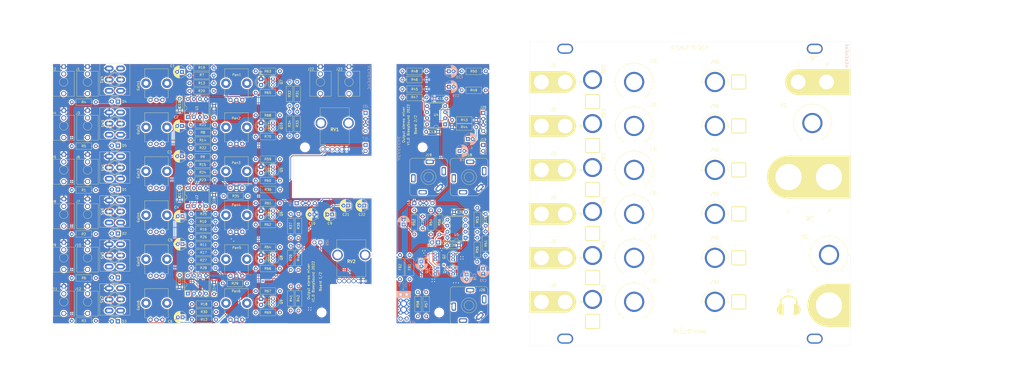
<source format=kicad_pcb>
(kicad_pcb (version 20211014) (generator pcbnew)
  (layers (0 "F.Cu" signal) (31 "B.Cu" signal) (34 "B.Paste" user) (35 "F.Paste" user) (36 "B.SilkS" user "B.Silkscreen") (37 "F.SilkS" user "F.Silkscreen") (38 "B.Mask" user) (39 "F.Mask" user) (44 "Edge.Cuts" user))
  (net 0 "")
  (net 1 "Net-(J1-PadT)")
  (net 2 "+12V")
  (net 3 "-12V")
  (net 4 "In1")
  (net 5 "/AmpL")
  (net 7 "In2")
  (net 8 "In3")
  (net 9 "/AmpR")
  (net 10 "In4")
  (net 11 "In5")
  (net 12 "In6")
  (net 14 "Net-(Gain1-Pad1)")
  (net 15 "Net-(Gain1-Pad3)")
  (net 16 "Net-(Gain2-Pad1)")
  (net 17 "Net-(Gain2-Pad3)")
  (net 18 "Net-(Gain3-Pad1)")
  (net 19 "Net-(Gain3-Pad3)")
  (net 20 "Net-(Gain4-Pad1)")
  (net 21 "Net-(Gain4-Pad3)")
  (net 22 "Net-(Gain5-Pad1)")
  (net 24 "Net-(Gain5-Pad3)")
  (net 25 "Net-(Gain6-Pad1)")
  (net 26 "Net-(Gain6-Pad3)")
  (net 27 "L")
  (net 28 "R")
  (net 29 "Net-(FB1-Pad2)")
  (net 30 "Net-(FB2-Pad2)")
  (net 31 "Net-(J11-PadT)")
  (net 32 "Net-(C23-Pad1)")
  (net 33 "Net-(Pan1-Pad1)")
  (net 34 "Net-(Pan1-Pad3)")
  (net 35 "Net-(Pan2-Pad1)")
  (net 36 "Net-(Pan2-Pad3)")
  (net 37 "Net-(Pan3-Pad1)")
  (net 38 "Net-(Pan3-Pad3)")
  (net 39 "Net-(Pan4-Pad1)")
  (net 40 "Net-(Pan4-Pad3)")
  (net 41 "Net-(Pan5-Pad1)")
  (net 42 "Net-(Pan5-Pad3)")
  (net 43 "Net-(Pan6-Pad1)")
  (net 44 "Net-(Pan6-Pad3)")
  (net 45 "Net-(D1-Pad1)")
  (net 46 "Net-(D2-Pad1)")
  (net 47 "Net-(D3-Pad1)")
  (net 48 "Net-(D4-Pad1)")
  (net 49 "Net-(D5-Pad1)")
  (net 50 "Net-(D6-Pad1)")
  (net 51 "Net-(D7-Pad2)")
  (net 52 "Net-(C24-Pad1)")
  (net 53 "Net-(C25-Pad1)")
  (net 54 "/OutL")
  (net 55 "Net-(C26-Pad1)")
  (net 56 "Net-(C1-Pad1)")
  (net 58 "Net-(C2-Pad1)")
  (net 59 "Net-(C28-Pad2)")
  (net 60 "Net-(C3-Pad1)")
  (net 61 "Net-(C4-Pad1)")
  (net 62 "/Headphones Amp/Head-R")
  (net 63 "/Headphones Amp/Head-L")
  (net 64 "Net-(Q1-Pad2)")
  (net 65 "Net-(Q3-Pad2)")
  (net 66 "/OutR")
  (net 67 "Net-(D8-Pad2)")
  (net 68 "Net-(D9-Pad2)")
  (net 69 "Net-(D10-Pad2)")
  (net 70 "Net-(D1-Pad2)")
  (net 71 "Net-(D2-Pad2)")
  (net 72 "Net-(D3-Pad2)")
  (net 73 "Net-(D4-Pad2)")
  (net 74 "Net-(D5-Pad2)")
  (net 75 "Net-(D6-Pad2)")
  (net 76 "Net-(C5-Pad1)")
  (net 77 "Net-(C7-Pad1)")
  (net 78 "Net-(Q5-Pad2)")
  (net 79 "Net-(Q5-Pad3)")
  (net 80 "Net-(Q7-Pad2)")
  (net 81 "Net-(Q7-Pad3)")
  (net 82 "Net-(Q8-Pad2)")
  (net 83 "Net-(Q8-Pad3)")
  (net 84 "Net-(Q9-Pad2)")
  (net 85 "Net-(Q9-Pad3)")
  (net 86 "Net-(Q10-Pad2)")
  (net 87 "Net-(Q10-Pad3)")
  (net 89 "Net-(C8-Pad1)")
  (net 90 "Net-(C19-Pad2)")
  (net 91 "/Headphones Amp/HeadAmpL")
  (net 92 "/Headphones Amp/HeadAmpR")
  (net 93 "Net-(D11-Pad2)")
  (net 94 "Net-(D12-Pad2)")
  (net 95 "Net-(C6-Pad1)")
  (net 96 "Net-(C20-Pad2)")
  (net 97 "Net-(C21-Pad1)")
  (net 98 "Net-(C22-Pad1)")
  (net 99 "Net-(C19-Pad1)")
  (net 100 "Net-(C20-Pad1)")
  (net 102 "Net-(C25-Pad2)")
  (net 103 "Net-(C26-Pad2)")
  (net 107 "Net-(C27-Pad2)")
  (net 108 "Net-(J3-PadT)")
  (net 110 "Net-(J5-PadT)")
  (net 112 "Net-(J7-PadT)")
  (net 114 "Net-(J10-PadT)")
  (net 117 "Net-(R11-Pad1)")
  (net 136 "GND")
  (net 139 "Net-(Q6-Pad2)")
  (net 140 "Net-(Q6-Pad3)")
  (net 141 "Net-(R13-Pad2)")
  (net 142 "Net-(R14-Pad2)")
  (net 143 "Net-(R15-Pad2)")
  (net 144 "Net-(R10-Pad1)")
  (net 145 "Net-(R12-Pad1)")
  (net 146 "Net-(R45-Pad2)")
  (net 147 "Net-(R46-Pad2)")
  (footprint "Resistor_THT:R_Axial_DIN0207_L6.3mm_D2.5mm_P10.16mm_Horizontal" (layer "F.Cu") (at 196 102.08 90)
    (fp_text reference "R53")
    (fp_text value "10k")
  )
  (footprint "Synth:Pot-bourns-alpha" (layer "F.Cu") (at 63.5 46.55 90)
    (fp_text reference "Gain1")
    (fp_text value "500k")
  )
  (footprint "Capacitor_THT:C_Disc_D7.0mm_W2.5mm_P5.00mm" (layer "F.Cu") (at 85.25 123.25 -90)
    (fp_text reference "C14")
    (fp_text value "100nF")
  )
  (footprint "Synth:PJ-629HAN" (layer "F.Cu") (at 175.5 79)
    (fp_text reference "J19")
    (fp_text value "OutL")
  )
  (footprint "Resistor_THT:R_Axial_DIN0207_L6.3mm_D2.5mm_P10.16mm_Horizontal" (layer "F.Cu") (at 86.08 139 180)
    (fp_text reference "R12")
    (fp_text value "100k")
  )
  (footprint "Resistor_THT:R_Axial_DIN0207_L6.3mm_D2.5mm_P10.16mm_Horizontal" (layer "F.Cu") (at 120.25 38.92 -90)
    (fp_text reference "R31")
    (fp_text value "47k")
  )
  (footprint "Resistor_THT:R_Axial_DIN0207_L6.3mm_D2.5mm_P10.16mm_Horizontal" (layer "F.Cu") (at 117 51.5 -90)
    (fp_text reference "R34")
    (fp_text value "47k")
  )
  (footprint "Resistor_THT:R_Axial_DIN0207_L6.3mm_D2.5mm_P10.16mm_Horizontal" (layer "F.Cu") (at 171 137.58 90)
    (fp_text reference "R58")
    (fp_text value "47R")
  )
  (footprint "Capacitor_THT:C_Disc_D7.0mm_W2.5mm_P5.00mm" (layer "F.Cu") (at 70.75 46 -90)
    (fp_text reference "C11")
    (fp_text value "100nF")
  )
  (footprint "Capacitor_THT:CP_Radial_D5.0mm_P2.00mm" (layer "F.Cu") (at 71.955112 95.5 180)
    (fp_text reference "C4")
    (fp_text value ".1µF")
  )
  (footprint "Connector_PinHeader_2.54mm:PinHeader_1x04_P2.54mm_Vertical" (layer "F.Cu") (at 198.5 52)
    (fp_text reference "J20")
    (fp_text value "Jack 3.5 Out")
  )
  (footprint "Synth:Thonkiconn" (layer "F.Cu") (at 22 106.5)
    (fp_text reference "J9")
    (fp_text value "In")
  )
  (footprint "Package_TO_SOT_THT:TO-92_Inline" (layer "F.Cu") (at 185.86 113.77 90)
    (fp_text reference "Q2")
    (fp_text value "BC558")
  )
  (footprint "Capacitor_THT:CP_Radial_D5.0mm_P2.00mm" (layer "F.Cu") (at 134.955113 94.75 180)
    (fp_text reference "C9")
    (fp_text value "10µ")
  )
  (footprint "Synth:SW_DPDT_Toggle" (layer "F.Cu") (at 43.5 75 90)
    (fp_text reference "SW1")
    (fp_text value "Mute")
  )
  (footprint "Capacitor_THT:CP_Radial_D5.0mm_P2.00mm" (layer "F.Cu") (at 72 138 180)
    (fp_text reference "C6")
    (fp_text value ".1µF")
  )
  (footprint "LED_THT:LED_D4.0mm" (layer "F.Cu") (at 105 56.225 -90)
    (fp_text reference "D12")
    (fp_text value "Signal")
  )
  (footprint "Resistor_THT:R_Axial_DIN0207_L6.3mm_D2.5mm_P10.16mm_Horizontal" (layer "F.Cu") (at 75.34 80.25)
    (fp_text reference "R23")
    (fp_text value "2k2")
  )
  (footprint "Connector_PinHeader_2.54mm:PinHeader_1x02_P2.54mm_Vertical" (layer "F.Cu") (at 198.5 65.5)
    (fp_text reference "J15")
    (fp_text value "Conn_01x02_Male")
  )
  (footprint "Resistor_THT:R_Axial_DIN0207_L6.3mm_D2.5mm_P10.16mm_Horizontal" (layer "F.Cu") (at 102.78 136)
    (fp_text reference "R69")
    (fp_text value "1k")
  )
  (footprint "Resistor_THT:R_Axial_DIN0207_L6.3mm_D2.5mm_P10.16mm_Horizontal" (layer "F.Cu") (at 102.78 62)
    (fp_text reference "R70")
    (fp_text value "1k")
  )
  (footprint "Inductor_THT:L_Axial_L7.0mm_D3.3mm_P10.16mm_Horizontal_Fastron_MICC" (layer "F.Cu") (at 167.5 111.84 -90)
    (fp_text reference "FB1")
    (fp_text value "10R")
  )
  (footprint "Synth:Pot-bourns-alpha" (layer "F.Cu") (at 97.14 102.05 90)
    (fp_text reference "Pan4")
    (fp_text value "50k")
  )
  (footprint "Synth:PTV1124420AA503" (layer "F.Cu") (at 133 67.275)
    (fp_text reference "RV1")
    (fp_text value "50k" hide)
  )
  (footprint "Capacitor_THT:CP_Radial_D5.0mm_P2.00mm" (layer "F.Cu") (at 127.455112 94.75 180)
    (fp_text reference "C10")
    (fp_text value "10µ")
  )
  (footprint "Resistor_THT:R_Axial_DIN0207_L6.3mm_D2.5mm_P10.16mm_Horizontal" (layer "F.Cu") (at 85.5 70.5 180)
    (fp_text reference "R9")
    (fp_text value "100k")
  )
  (footprint "Synth:Pot-bourns-alpha" (layer "F.Cu") (at 63.5 120.55 90)
    (fp_text reference "Gain5")
    (fp_text value "500k")
  )
  (footprint "Package_TO_SOT_THT:TO-92_Inline" (layer "F.Cu") (at 185.86 119.77 90)
    (fp_text reference "Q4")
    (fp_text value "BC558")
  )
  (footprint "Resistor_THT:R_Axial_DIN0207_L6.3mm_D2.5mm_P10.16mm_Horizontal" (layer "F.Cu") (at 174.66 34.5 180)
    (fp_text reference "R48")
    (fp_text value "100k")
  )
  (footprint "Resistor_THT:R_Axial_DIN0207_L6.3mm_D2.5mm_P10.16mm_Horizontal" (layer "F.Cu") (at 85.83 107.5 180)
    (fp_text reference "R11")
    (fp_text value "100k")
  )
  (footprint "Capacitor_THT:CP_Radial_D5.0mm_P2.00mm" (layer "F.Cu") (at 71.955112 107.25 180)
    (fp_text reference "C5")
    (fp_text value ".1µF")
  )
  (footprint "Capacitor_THT:C_Disc_D7.0mm_W2.5mm_P5.00mm" (layer "F.Cu") (at 85.25 49 -90)
    (fp_text reference "C18")
    (fp_text value "100nF")
  )
  (footprint "Synth:Pot-bourns-alpha" (layer "F.Cu") (at 63.5 65.05 90)
    (fp_text reference "Gain2")
    (fp_text value "500k")
  )
  (footprint "Synth:Pot-bourns-alpha" (layer "F.Cu") (at 97.14 83.55 90)
    (fp_text reference "Pan3")
    (fp_text value "50k")
  )
  (footprint "Resistor_THT:R_Axial_DIN0207_L6.3mm_D2.5mm_P10.16mm_Horizontal" (layer "F.Cu") (at 86.08 135.75 180)
    (fp_text reference "R30")
    (fp_text value "2k2")
  )
  (footprint "MountingHole:MountingHole_3.2mm_M3" (layer "F.Cu") (at 130.5 136)
    (fp_text reference "H5" hide)
    (fp_text value "SpacerHoles")
  )
  (footprint "Resistor_THT:R_Axial_DIN0207_L6.3mm_D2.5mm_P10.16mm_Horizontal" (layer "F.Cu") (at 196 104.5 -90)
    (fp_text reference "R55")
    (fp_text value "560R")
  )
  (footprint "Resistor_THT:R_Axial_DIN0207_L6.3mm_D2.5mm_P10.16mm_Horizontal" (layer "F.Cu") (at 199.5 112.08 90)
    (fp_text reference "R51")
    (fp_text value "1k")
  )
  (footprint "Resistor_THT:R_Axial_DIN0207_L6.3mm_D2.5mm_P10.16mm_Horizontal" (layer "F.Cu") (at 75.42 57)
    (fp_text reference "R21")
    (fp_text value "2k2")
  )
  (footprint "Synth:Thonkiconn" (layer "F.Cu") (at 32 51)
    (fp_text reference "J3")
    (fp_text value "In")
  )
  (footprint "Resistor_THT:R_Axial_DIN0207_L6.3mm_D2.5mm_P10.16mm_Horizontal" (layer "F.Cu") (at 102.78 127)
    (fp_text reference "R67")
    (fp_text value "100k")
  )
  (footprint "Synth:Thonkiconn" (layer "F.Cu") (at 32 106.5)
    (fp_text reference "J10")
    (fp_text value "In")
  )
  (footprint "Synth:PJ-629HAN" (layer "F.Cu") (at 192.5 79)
    (fp_text reference "J18")
    (fp_text value "OutR")
  )
  (footprint "Synth:Thonkiconn" (layer "F.Cu") (at 21.96 32.5)
    (fp_text reference "J2")
    (fp_text value "In")
  )
  (footprint "MountingHole:MountingHole_3.2mm_M3" (layer "F.Cu") (at 180 136)
    (fp_text reference "H6" hide)
    (fp_text value "SpacerHoles")
  )
  (footprint "Capacitor_THT:CP_Radial_D5.0mm_P2.00mm" (layer "F.Cu") (at 71.75 57.5 180)
    (fp_text reference "C2")
    (fp_text value ".1µF")
  )
  (footprint "Synth:SW_DPDT_Toggle" (layer "F.Cu") (at 43.5 112 90)
    (fp_text reference "SW5")
    (fp_text value "Mute")
  )
  (footprint "Synth:Thonkiconn" (layer "F.Cu") (at 22 125)
    (fp_text reference "J11")
    (fp_text value "In")
  )
  (footprint "Resistor_THT:R_Axial_DIN0207_L6.3mm_D2.5mm_P10.16mm_Horizontal" (layer "F.Cu") (at 120.75 125 -90)
    (fp_text reference "R42")
    (fp_text value "47k")
  )
  (footprint "Package_TO_SOT_THT:TO-92_Inline" (layer "F.Cu") (at 110 37.73 -90)
    (fp_text reference "Q7")
    (fp_text value "2N3904")
  )
  (footprint "Package_TO_SOT_THT:TO-92_Inline" (layer "F.Cu") (at 110 93.23 -90)
    (fp_text reference "Q6")
    (fp_text value "2N3904")
  )
  (footprint "Resistor_THT:R_Axial_DIN0207_L6.3mm_D2.5mm_P10.16mm_Horizontal" (layer "F.Cu") (at 102.78 43.5)
    (fp_text reference "R65")
    (fp_text value "1k")
  )
  (footprint "Synth:Thonkiconn" (layer "F.Cu") (at 32 69.5)
    (fp_text reference "J6")
    (fp_text value "In")
  )
  (footprint "Capacitor_THT:C_Disc_D7.0mm_W2.5mm_P5.00mm" (layer "F.Cu") (at 174.5 60)
    (fp_text reference "C13")
    (fp_text value "100nF")
  )
  (footprint "Resistor_THT:R_Axial_DIN0207_L6.3mm_D2.5mm_P10.16mm_Horizontal" (layer "F.Cu") (at 174.66 42 180)
    (fp_text reference "R45")
    (fp_text value "100k")
  )
  (footprint "Resistor_THT:R_Axial_DIN0207_L6.3mm_D2.5mm_P10.16mm_Horizontal" (layer "F.Cu") (at 199.58 34.5 180)
    (fp_text reference "R50")
    (fp_text value "470R")
  )
  (footprint "Resistor_THT:R_Axial_DIN0207_L6.3mm_D2.5mm_P10.16mm_Horizontal" (layer "F.Cu") (at 120.25 61.66 90)
    (fp_text reference "R33")
    (fp_text value "47k")
  )
  (footprint "Synth:Doepfer Mounting hole" (layer "F.Cu") (at 338 147)
    (fp_text reference "H4" hide)
    (fp_text value "MountingHole")
  )
  (footprint "Package_TO_SOT_THT:TO-92_Inline" (layer "F.Cu") (at 178.36 113.77 90)
    (fp_text reference "Q1")
    (fp_text value "BC548")
  )
  (footprint "Resistor_THT:R_Axial_DIN0207_L6.3mm_D2.5mm_P10.16mm_Horizontal" (layer "F.Cu") (at 169.5 103.16 90)
    (fp_text reference "R52")
    (fp_text value "1k")
  )
  (footprint "LED_THT:LED_D4.0mm" (layer "F.Cu") (at 105 130.225 -90)
    (fp_text reference "D11")
    (fp_text value "Signal")
  )
  (footprint "Package_TO_SOT_THT:TO-92_Inline" (layer "F.Cu") (at 178.36 119.77 90)
    (fp_text reference "Q3")
    (fp_text value "BC548")
  )
  (footprint "Resistor_THT:R_Axial_DIN0207_L6.3mm_D2.5mm_P10.16mm_Horizontal" (layer "F.Cu") (at 102.78 117.5)
    (fp_text reference "R66")
    (fp_text value "1k")
  )
  (footprint "Synth:SW_DPDT_Toggle" (layer "F.Cu") (at 43.5 38 90)
    (fp_text reference "SW4")
    (fp_text value "Mute")
  )
  (footprint "Resistor_THT:R_Axial_DIN0207_L6.3mm_D2.5mm_P10.16mm_Horizontal" (layer "F.Cu") (at 199.58 42.5 180)
    (fp_text reference "R49")
    (fp_text value "470R")
  )
  (footprint "Resistor_THT:R_Axial_DIN0207_L6.3mm_D2.5mm_P10.16mm_Horizontal" (layer "F.Cu") (at 102.78 108.5)
    (fp_text reference "R64")
    (fp_text value "100k")
  )
  (footprint "LED_THT:LED_D4.0mm" (layer "F.Cu") (at 105 111.725 -90)
    (fp_text reference "D10")
    (fp_text value "Signal")
  )
  (footprint "Resistor_THT:R_Axial_DIN0207_L6.3mm_D2.5mm_P10.16mm_Horizontal" (layer "F.Cu") (at 117 49.08 90)
    (fp_text reference "R32")
    (fp_text value "47k")
  )
  (footprint "Resistor_THT:R_Axial_DIN0207_L6.3mm_D2.5mm_P10.16mm_Horizontal" (layer "F.Cu") (at 102.78 80.5)
    (fp_text reference "R60")
    (fp_text value "1k")
  )
  (footprint "Connector_PinHeader_2.54mm:PinHeader_1x04_P2.54mm_Vertical" (layer "F.Cu") (at 169.5 90 90)
    (fp_text reference "J16")
    (fp_text value "Conn_01x04_Male")
  )
  (footprint "Synth:Thonkiconn" (layer "F.Cu") (at 22 51)
    (fp_text reference "J4")
    (fp_text value "In")
  )
  (footprint "Package_DIP:DIP-8_W7.62mm_Socket" (layer "F.Cu") (at 74.2 128.05 90)
    (fp_text reference "U3")
    (fp_text value "TL072")
  )
  (footprint "Resistor_THT:R_Axial_DIN0207_L6.3mm_D2.5mm_P10.16mm_Horizontal" (layer "F.Cu") (at 180 103.16 90)
    (fp_text reference "R56")
    (fp_text value "560R")
  )
  (footprint "Capacitor_THT:CP_Radial_D5.0mm_P2.00mm" (layer "F.Cu") (at 148.455113 91 180)
    (fp_text reference "C22")
    (fp_text value "1µF")
  )
  (footprint "Synth:Pot-bourns-alpha" (layer "F.Cu") (at 63.5 83.55 90)
    (fp_text reference "Gain3")
    (fp_text value "500k")
  )
  (footprint "Resistor_THT:R_Axial_DIN0207_L6.3mm_D2.5mm_P10.16mm_Horizontal" (layer "F.Cu") (at 176.5 93 -90)
    (fp_text reference "R54")
    (fp_text value "10k")
  )
  (footprint "Synth:Thonkiconn" (layer "F.Cu") (at 22 88.22)
    (fp_text reference "J8")
    (fp_text value "In")
  )
  (footprint "Capacitor_THT:C_Disc_D7.0mm_W2.5mm_P5.00mm" (layer "F.Cu") (at 178 46)
    (fp_text reference "C12")
    (fp_text value "100nF")
  )
  (footprint "Resistor_THT:R_Axial_DIN0207_L6.3mm_D2.5mm_P10.16mm_Horizontal" (layer "F.Cu") (at 102.78 53)
    (fp_text reference "R68")
    (fp_text value "100k")
  )
  (footprint "Resistor_THT:R_Axial_DIN0207_L6.3mm_D2.5mm_P10.16mm_Horizontal" (layer "F.Cu") (at 85.08 36.25 180)
    (fp_text reference "R7")
    (fp_text value "100k")
  )
  (footprint "Package_DIP:DIP-8_W7.62mm_Socket" (layer "F.Cu") (at 182.5 56.8 180)
    (fp_text reference "U4")
    (fp_text value "TL072")
  )
  (footprint "Resistor_THT:R_Axial_DIN0207_L6.3mm_D2.5mm_P10.16mm_Horizontal" (layer "F.Cu") (at 25.34 66)
    (fp_text reference "R5")
    (fp_text value "2.2k")
  )
  (footprint "Synth:Thonkiconn" (layer "F.Cu") (at 142 32.5)
    (fp_text reference "J23")
    (fp_text value "OutR")
  )
  (footprint "Capacitor_THT:C_Disc_D7.0mm_W2.5mm_P5.00mm" (layer "F.Cu") (at 173 95.58 -90)
    (fp_text reference "C26")
    (fp_text value "470pF")
  )
  (footprint "Synth:PTV1124420AA503" (layer "F.Cu") (at 140 122.775)
    (fp_text reference "RV2")
    (fp_text value "50k" hide)
  )
  (footprint "Synth:Pot-bourns-alpha" (layer "F.Cu") (at 63.5 102.05 90)
    (fp_text reference "Gain4")
    (fp_text value "500k")
  )
  (footprint "Resistor_THT:R_Axial_DIN0207_L6.3mm_D2.5mm_P10.16mm_Horizontal" (layer "F.Cu") (at 102.78 71.5)
    (fp_text reference "R59")
    (fp_text value "100k")
  )
  (footprint "Resistor_THT:R_Axial_DIN0207_L6.3mm_D2.5mm_P10.16mm_Horizontal" (layer "F.Cu") (at 113 84.25 180)
    (fp_text reference "R36")
    (fp_text value "47k")
  )
  (footprint "Synth:Thonkiconn" (layer "F.Cu") (at 22 69.5)
    (fp_text reference "J5")
    (fp_text value "In")
  )
  (footprint "Resistor_THT:R_Axial_DIN0207_L6.3mm_D2.5mm_P10.16mm_Horizontal" (layer "F.Cu") (at 89.25 87)
    (fp_text reference "R35")
    (fp_text value "47k")
  )
  (footprint "Capacitor_THT:C_Disc_D7.0mm_W2.5mm_P5.00mm" (layer "F.Cu") (at 70.75 120.25 -90)
    (fp_text reference "C15")
    (fp_text value "100nF")
  )
  (footprint "Synth:Doepfer Mounting hole" (layer "F.Cu") (at 233 147)
    (fp_text reference "H1" hide)
    (fp_text value "MountingHole")
  )
  (footprint "Synth:Thonkiconn" (layer "F.Cu") (at 31.96 32.5)
    (fp_text reference "J1")
    (fp_text value "In")
  )
  (footprint "Resistor_THT:R_Axial_DIN0207_L6.3mm_D2.5mm_P10.16mm_Horizontal" (layer "F.Cu") (at 120.75 94.5 -90)
    (fp_text reference "R38")
    (fp_text value "47k")
  )
  (footprint "Resistor_THT:R_Axial_DIN0207_L6.3mm_D2.5mm_P10.16mm_Horizontal" (layer "F.Cu") (at 75.67 110.75)
    (fp_text reference "R17")
    (fp_text value "10k")
  )
  (footprint "Resistor_THT:R_Axial_DIN0207_L6.3mm_D2.5mm_P10.16mm_Horizontal" (layer "F.Cu") (at 85.83 117.25 180)
    (fp_text reference "R28")
    (fp_text value "2k2")
  )
  (footprint "Resistor_THT:R_Axial_DIN0207_L6.3mm_D2.5mm_P10.16mm_Horizontal" (layer "F.Cu") (at 75.42 63.5)
    (fp_text reference "R14")
    (fp_text value "10k")
  )
  (footprint "Synth:Pot-bourns-alpha" (layer "F.Cu") (at 97.14 120.55 90)
    (fp_text reference "Pan5")
    (fp_text value "50k")
  )
  (footprint "Resistor_THT:R_Axial_DIN0207_L6.3mm_D2.5mm_P10.16mm_Horizontal" (layer "F.Cu") (at 120.75 107.92 -90)
    (fp_text reference "R40")
    (fp_text value "47k")
  )
  (footprint "Capacitor_THT:CP_Radial_D5.0mm_P2.00mm" (layer "F.Cu") (at 71.705113 34.75 180)
    (fp_text reference "C1")
    (fp_text value ".1µF")
  )
  (footprint "Resistor_THT:R_Axial_DIN0207_L6.3mm_D2.5mm_P10.16mm_Horizontal" (layer "F.Cu") (at 174.5 137.58 90)
    (fp_text reference "R57")
    (fp_text value "47R")
  )
  (footprint "Resistor_THT:R_Axial_DIN0207_L6.3mm_D2.5mm_P10.16mm_Horizontal" (layer "F.Cu") (at 174.66 45.5 180)
    (fp_text reference "R47")
    (fp_text value "100k")
  )
  (footprint "Resistor_THT:R_Axial_DIN0207_L6.3mm_D2.5mm_P10.16mm_Horizontal" (layer "F.Cu") (at 75.34 73.75)
    (fp_text reference "R15")
    (fp_text value "10k")
  )
  (footprint "Capacitor_THT:CP_Radial_D5.0mm_P2.00mm" (layer "F.Cu") (at 71.75 70.25 180)
    (fp_text reference "C3")
    (fp_text value ".1µF")
  )
  (footprint "LED_THT:LED_D4.0mm" (layer "F.Cu") (at 44.775 47.25 180)
    (fp_text reference "D4")
    (fp_text value "LED-mute")
  )
  (footprint "Resistor_THT:R_Axial_DIN0207_L6.3mm_D2.5mm_P10.16mm_Horizontal" (layer "F.Cu") (at 75.67 114)
    (fp_text reference "R27")
    (fp_text value "2k2")
  )
  (footprint "Capacitor_THT:CP_Radial_D5.0mm_P2.00mm" (layer "F.Cu") (at 141.705113 91 180)
    (fp_text reference "C21")
    (fp_text value "1µF")
  )
  (footprint "Synth:Doepfer Mounting hole" (layer "F.Cu") (at 338 25)
    (fp_text reference "H2" hide)
    (fp_text value "MountingHole")
  )
  (footprint "Resistor_THT:R_Axial_DIN0207_L6.3mm_D2.5mm_P10.16mm_Horizontal" (layer "F.Cu") (at 117.5 118.08 90)
    (fp_text reference "R39")
    (fp_text value "47k")
  )
  (footprint "Resistor_THT:R_Axial_DIN0207_L6.3mm_D2.5mm_P10.16mm_Horizontal" (layer "F.Cu") (at 88.92 123.75)
    (fp_text reference "R29")
    (fp_text value "2k2")
  )
  (footprint "Resistor_THT:R_Axial_DIN0207_L6.3mm_D2.5mm_P10.16mm_Horizontal" (layer "F.Cu") (at 75.92 132.5)
    (fp_text reference "R18")
    (fp_text value "10k")
  )
  (footprint "Resistor_THT:R_Axial_DIN0207_L6.3mm_D2.5mm_P10.16mm_Horizontal" (layer "F.Cu") (at 185.42 58)
    (fp_text reference "R44")
    (fp_text value "100k")
  )
  (footprint "Synth:Thonkiconn" (layer "F.Cu") (at 32 88.22)
    (fp_text reference "J7")
    (fp_text value "In")
  )
  (footprint "Resistor_THT:R_Axial_DIN0207_L6.3mm_D2.5mm_P10.16mm_Horizontal" (layer "F.Cu") (at 75.67 101)
    (fp_text reference "R16")
    (fp_text value "10k")
  )
  (footprint "Synth:Pot-bourns-alpha" (layer "F.Cu") (at 97.14 65.05 90)
    (fp_text reference "Pan2")
    (fp_text value "50k")
  )
  (footprint "Synth:Pot-bourns-alpha" (layer "F.Cu") (at 63.5 139.05 90)
    (fp_text reference "Gain6")
    (fp_text value "500k")
  )
  (footprint "LED_THT:LED_D4.0mm" (layer "F.Cu") (at 44.775 121.25 180)
    (fp_text reference "D6")
    (fp_text value "LED-mute")
  )
  (footprint "Inductor_THT:L_Axial_L7.0mm_D3.3mm_P10.16mm_Horizontal_Fastron_MICC" (layer "F.Cu") (at 163.5 111.84 -90)
    (fp_text reference "FB2")
    (fp_text value "10R")
  )
  (footprint "Resistor_THT:R_Axial_DIN0207_L6.3mm_D2.5mm_P10.16mm_Horizontal" (layer "F.Cu") (at 85.83 104.25 180)
    (fp_text reference "R26")
    (fp_text value "2k2")
  )
  (footprint "Resistor_THT:R_Axial_DIN0207_L6.3mm_D2.5mm_P10.16mm_Horizontal" (layer "F.Cu") (at 25.34 103)
    (fp_text reference "R2")
    (fp_text value "2.2k")
  )
  (footprint "Resistor_THT:R_Axial_DIN0207_L6.3mm_D2.5mm_P10.16mm_Horizontal" (layer "F.Cu") (at 85.5 77 180)
    (fp_text reference "R24")
    (fp_text value "2k2")
  )
  (footprint "Capacitor_THT:C_Disc_D7.0mm_W2.5mm_P5.00mm" (layer "F.Cu") (at 70.75 83.5 -90)
    (fp_text reference "C17")
    (fp_text value "100nF")
  )
  (footprint "LOGO" (layer "F.Cu") (at 327.05 133)
    (fp_text reference "G***" hide)
    (fp_text value "LOGO" hide)
  )
  (footprint "MountingHole:MountingHole_3.2mm_M3" (layer "F.Cu") (at 123.5 66.5)
    (fp_text reference "H7" hide)
    (fp_text value "SpacerHoles")
  )
  (footprint "LED_THT:LED_D4.0mm" (layer "F.Cu") (at 44.775 102.75 180)
    (fp_text reference "D2")
    (fp_text value "LED-mute")
  )
  (footprint "Resistor_THT:R_Axial_DIN0207_L6.3mm_D2.5mm_P10.16mm_Horizontal" (layer "F.Cu") (at 85.83 97.75 180)
    (fp_text reference "R10")
    (fp_text value "100k")
  )
  (footprint "LED_THT:LED_D4.0mm" (layer "F.Cu") (at 44.775 84.25 180)
    (fp_text reference "D1")
    (fp_text value "LED-mute")
  )
  (footprint "Resistor_THT:R_Axial_DIN0207_L6.3mm_D2.5mm_P10.16mm_Horizontal" (layer "F.Cu") (at 25.34 121.5)
    (fp_text reference "R6")
    (fp_text value "2.2k")
  )
  (footprint "Capacitor_THT:C_Disc_D7.0mm_W2.5mm_P5.00mm" (layer "F.Cu") (at 191.25 93.75 180)
    (fp_text reference "C30")
    (fp_text value "100nF")
  )
  (footprint "Package_TO_SOT_THT:TO-92_Inline" (layer "F.Cu") (at 110 130.23 -90)
    (fp_text reference "Q9")
    (fp_text value "2N3904")
  )
  (footprint "Resistor_THT:R_Axial_DIN0207_L6.3mm_D2.5mm_P10.16mm_Horizontal" (layer "F.Cu") (at 74.92 33)
    (fp_text reference "R19")
    (fp_text value "2k2")
  )
  (footprint "Resistor_THT:R_Axial_DIN0207_L6.3mm_D2.5mm_P10.16mm_Horizontal" (layer "F.Cu") (at 74.92 39.5)
    (fp_text reference "R13")
    (fp_text value "10k")
  )
  (footprint "Capacitor_THT:C_Disc_D7.0mm_W2.5mm_P5.00mm" (layer "F.Cu") (at 183.25 107.75)
    (fp_text reference "C29")
    (fp_text value "100nF")
  )
  (footprint "LED_THT:LED_D4.0mm" (layer "F.Cu") (at 105 74.725 -90)
    (fp_text reference "D7")
    (fp_text value "Signal")
  )
  (footprint "Synth:Thonkiconn" (layer "F.Cu") (at 32 125)
    (fp_text reference "J12")
    (fp_text value "In")
  )
  (footprint "Resistor_THT:R_Axial_DIN0207_L6.3mm_D2.5mm_P10.16mm_Horizontal" (layer "F.Cu") (at 174.66 38 180)
    (fp_text reference "R46")
    (fp_text value "100k")
  )
  (footprint "Synth:SW_DPDT_Toggle" (layer "F.Cu") (at 43.5 93.5 90)
    (fp_text reference "SW6")
    (fp_text value "Mute")
  )
  (footprint "Package_DIP:DIP-8_W7.62mm_Socket" (layer "F.Cu") (at 74.2 91.3 90)
    (fp_text reference "U2")
    (fp_text value "TL072")
  )
  (footprint "MountingHole:MountingHole_3.2mm_M3" (layer "F.Cu") (at 173 66.5)
    (fp_text reference "H8" hide)
    (fp_text value "SpacerHoles")
  )
  (footprint "LED_THT:LED_D4.0mm" (layer "F.Cu") (at 105 37.73 -90)
    (fp_text reference "D9")
    (fp_text value "Signal")
  )
  (footprint "Synth:SW_DPDT_Toggle" (layer "F.Cu") (at 43.5 56.5 90)
    (fp_text reference "SW3")
    (fp_text value "Mute")
  )
  (footprint "Resistor_THT:R_Axial_DIN0207_L6.3mm_D2.5mm_P10.16mm_Horizontal" (layer "F.Cu") (at 25.34 139.5)
    (fp_text reference "R3")
    (fp_text value "2.2k")
  )
  (footprint "Resistor_THT:R_Axial_DIN0207_L6.3mm_D2.5mm_P10.16mm_Horizontal" (layer "F.Cu") (at 102.78 99)
    (fp_text reference "R62")
    (fp_text value "1k")
  )
  (footprint "Resistor_THT:R_Axial_DIN0207_L6.3mm_D2.5mm_P10.16mm_Horizontal" (layer "F.Cu") (at 85.58 60.25 180)
    (fp_text reference "R8")
    (fp_text value "100k")
  )
  (footprint "Synth:SW_DPDT_Toggle" (layer "F.Cu") (at 43.5 130.5 90)
    (fp_text reference "SW2")
    (fp_text value "Mute")
  )
  (footprint "Resistor_THT:R_Axial_DIN0207_L6.3mm_D2.5mm_P10.16mm_Horizontal" (layer "F.Cu") (at 85.58 66.75 180)
    (fp_text reference "R22")
    (fp_text value "2k2")
  )
  (footprint "Resistor_THT:R_Axial_DIN0207_L6.3mm_D2.5mm_P10.16mm_Horizontal" (layer "F.Cu") (at 195.58 55 180)
    (fp_text reference "R43")
    (fp_text value "100k")
  )
  (footprint "Resistor_THT:R_Axial_DIN0207_L6.3mm_D2.5mm_P10.16mm_Horizontal" (layer "F.Cu") (at 25.34 47.5)
    (fp_text reference "R4")
    (fp_text value "2.2k")
  )
  (footprint "Resistor_THT:R_Axial_DIN0207_L6.3mm_D2.5mm_P10.16mm_Horizontal" (layer "F.Cu") (at 102.78 34.5)
    (fp_text reference "R63")
    (fp_text value "100k")
  )
  (footprint "Synth:Doepfer Mounting hole" (layer "F.Cu") (at 233 25)
    (fp_text reference "H3" hide)
    (fp_text value "MountingHole")
  )
  (footprint "Resistor_THT:R_Axial_DIN0207_L6.3mm_D2.5mm_P10.16mm_Horizontal" (layer "F.Cu") (at 117.5 104.66 90)
    (fp_text reference "R37")
    (fp_text value "47k")
  )
  (footprint "Package_TO_SOT_THT:TO-92_Inline" (layer "F.Cu") (at 110 74.73 -90)
    (fp_text reference "Q5")
    (fp_text value "2N3904")
  )
  (footprint "Synth:Pot-bourns-alpha" (layer "F.Cu") (at 97.14 46.55 90)
    (fp_text reference "Pan1")
    (fp_text value "50k")
  )
  (footprint "LED_THT:LED_D4.0mm" (layer "F.Cu") (at 44.775 139.7 180)
    (fp_text reference "D3")
    (fp_text value "LED-mute")
  )
  (footprint "Capacitor_THT:C_Disc_D7.0mm_W2.5mm_P5.00mm" (layer "F.Cu") (at 85.25 86.5 -90)
    (fp_text reference "C16")
    (fp_text value "100nF")
  )
  (footprint "Resistor_THT:R_Axial_DIN0207_L6.3mm_D2.5mm_P10.16mm_Horizontal" (layer "F.Cu") (at 85.08 42.75 180)
    (fp_text reference "R20")
    (fp_text value "2k2")
  )
  (footprint "Package_DIP:DIP-8_W7.62mm_Socket" (layer "F.Cu") (at 191.05 104.55 180)
    (fp_text reference "U5")
    (fp_text value "TL072")
  )
  (footprint "Resistor_THT:R_Axial_DIN0207_L6.3mm_D2.5mm_P10.16mm_Horizontal" (layer "F.Cu") (at 25.34 84.5)
    (fp_text reference "R1")
    (fp_text value "2.2k")
  )
  (footprint "LED_THT:LED_D4.0mm" (layer "F.Cu") (at 44.775 65.75 180)
    (fp_text reference "D5")
    (fp_text value "LED-mute")
  )
  (footprint "Connector_PinHeader_2.54mm:PinHeader_1x02_P2.54mm_Vertical" (layer "F.Cu") (at 179.5 106.5 -90)
    (fp_text reference "J24")
    (fp_text value "Conn_01x02_Male")
  )
  (footprint "Capacitor_THT:C_Disc_D7.0mm_W2.5mm_P5.00mm" (layer "F.Cu") (at 199.5 99.5 90)
    (fp_text reference "C25")
    (fp_text value "470pF")
  )
  (footprint "Synth:Thonkiconn" (layer "F.Cu") (at 130 32.5)
    (fp_text reference "J22")
    (fp_text value "OutL")
  )
  (footprint "Synth:PJ-629HAN" (layer "F.Cu") (at 192.5 133)
    (fp_text reference "J26")
    (fp_text value "OutHeadStereo")
  )
  (footprint "Synth:Pot-bourns-alpha" (layer "F.Cu") (at 97.14 139.05 90)
    (fp_text reference "Pan6")
    (fp_text value "50k")
  )
  (footprint "Resistor_THT:R_Axial_DIN0207_L6.3mm_D2.5mm_P10.16mm_Horizontal" (layer "F.Cu") (at 75.67 94.5)
    (fp_text reference "R25")
    (fp_text value "2k2")
  )
  (footprint "Resistor_THT:R_Axial_DIN0207_L6.3mm_D2.5mm_P10.16mm_Horizontal" (layer "F.Cu") (at 117.5 135.16 90)
    (fp_text reference "R41")
    (fp_text value "47k")
  )
  (footprint "Resistor_THT:R_Axial_DIN0207_L6.3mm_D2.5mm_P10.16mm_Horizontal" (layer "F.Cu") (at 102.78 90)
    (fp_text reference "R61")
    (fp_text value "100k")
  )
  (footprint "Package_TO_SOT_THT:TO-92_Inline" (layer "F.Cu") (at 110 56.23 -90)
    (fp_text reference "Q10")
    (fp_text value "2N3904")
  )
  (footprint "Package_TO_SOT_THT:TO-92_Inline" (layer "F.Cu") (at 110 111.73 -90)
    (fp_text reference "Q8")
    (fp_text value "2N3904")
  )
  (footprint "Package_DIP:DIP-8_W7.62mm_Socket" (layer "F.Cu") (at 74.2 53.8 90)
    (fp_text reference "U1")
    (fp_text value "TL072")
  )
  (footprint "LED_THT:LED_D4.0mm" (layer "F.Cu") (at 105 93.225 -90)
    (fp_text reference "D8")
    (fp_text value "Signal")
  )
  (footprint "Connector_PinSocket_2.54mm:PinSocket_1x02_P2.54mm_Vertical" (layer "B.Cu") (at 149 65.5 180)
    (fp_text reference "J17")
    (fp_text value "Conn_01x02_Female")
  )
  (footprint "Capacitor_THT:CP_Radial_D5.0mm_P2.00mm" (layer "B.Cu") (at 188.544887 68)
    (fp_text reference "C8")
    (fp_text value "10µF")
  )
  (footprint "Capacitor_THT:CP_Radial_D5.0mm_P2.00mm" (layer "B.Cu") (at 184 34.5)
    (fp_text reference "C20")
    (fp_text value "10µF")
  )
  (footprint "Capacitor_THT:CP_Radial_D5.0mm_P2.00mm" (layer "B.Cu") (at 165 98.955112 90)
    (fp_text reference "C24")
    (fp_text value "10µF")
  )
  (footprint "Connector_PinSocket_2.54mm:PinSocket_1x04_P2.54mm_Vertical" (layer "B.Cu") (at 149 52 180)
    (fp_text reference "J21")
    (fp_text value "Jack 3.5 Out")
  )
  (footprint "Capacitor_THT:CP_Radial_D5.0mm_P2.00mm" (layer "B.Cu") (at 184.044887 41)
    (fp_text reference "C19")
    (fp_text value "10µF")
  )
  (footprint "Connector_PinSocket_2.54mm:PinSocket_1x04_P2.54mm_Vertical" (layer "B.Cu") (at 120 90 -90)
    (fp_text reference "J14")
    (fp_text value "Conn_01x04_Female")
  )
  (footprint "Capacitor_THT:CP_Radial_D5.0mm_P2.00mm" (layer "B.Cu") (at 198.5 117.544888 -90)
    (fp_text reference "C23")
    (fp_text value "10µF")
  )
  (footprint "Capacitor_THT:CP_Radial_D5.0mm_P2.00mm" (layer "B.Cu") (at 191.5 120.044888 -90)
    (fp_text reference "C28")
    (fp_text value "10µF")
  )
  (footprint "Connector_PinHeader_2.54mm:PinHeader_2x05_P2.54mm_Vertical" (layer "B.Cu") (at 166.275 128.425 180)
    (fp_text reference "J13")
    (fp_text value "Power Input")
  )
  (footprint "Capacitor_THT:CP_Radial_D5.0mm_P2.00mm" (layer "B.Cu") (at 172.5 114.544887 -90)
    (fp_text reference "C27")
    (fp_text value "10µF")
  )
  (footprint "Capacitor_THT:CP_Radial_D5.0mm_P2.00mm" (layer "B.Cu") (at 192.044888 63)
    (fp_text reference "C7")
    (fp_text value "10µF")
  )
  (footprint "Connector_PinSocket_2.54mm:PinSocket_1x02_P2.54mm_Vertical" (layer "B.Cu") (at 130 106.5 90)
    (fp_text reference "J25")
    (fp_text value "Conn_01x02_Female")
  )
  (gr_line (start 164.6 123.5) (end 165.4 123.5) (layer "B.SilkS") (width 0.12))
  (gr_poly (pts (xy 168 129.75) (xy 162 129.75) (xy 162 127) (xy 168 127)) (layer "B.SilkS") (width 0.15) (fill solid))
  (gr_line (start 166 123.5) (end 166.3 123.8) (layer "B.SilkS") (width 0.12))
  (gr_line (start 163.1 123.4) (end 163 123.4) (layer "B.SilkS") (width 0.12))
  (gr_line (start 164.6 124.3) (end 164.6 123.5) (layer "B.SilkS") (width 0.12))
  (gr_line (start 163 123.4) (end 163 125.1) (layer "B.SilkS") (width 0.12))
  (gr_line (start 167.2 124.4) (end 167.8 124.4) (layer "B.SilkS") (width 0.12))
  (gr_line (start 165.4 125.1) (end 165.4 124.3) (layer "B.SilkS") (width 0.12))
  (gr_line (start 166 125.1) (end 166.2 125.1) (layer "B.SilkS") (width 0.12))
  (gr_line (start 163.9 123.4) (end 163.8 123.4) (layer "B.SilkS") (width 0.12))
  (gr_line (start 165.4 124.3) (end 164.6 124.3) (layer "B.SilkS") (width 0.12))
  (gr_line (start 163 125.1) (end 163.8 123.4) (layer "B.SilkS") (width 0.12))
  (gr_poly (pts (xy 164.8 126.4) (xy 165.2 126.2) (xy 164.4 126.2)) (layer "B.SilkS") (width 0.12) (fill solid))
  (gr_line (start 165.8 125.1) (end 166 125.1) (layer "B.SilkS") (width 0.12))
  (gr_line (start 166 125.1) (end 166 123.5) (layer "B.SilkS") (width 0.12))
  (gr_line (start 167.5 124.7) (end 167.5 124.1) (layer "B.SilkS") (width 0.12))
  (gr_line (start 164.6 125.1) (end 165.4 125.1) (layer "B.SilkS") (width 0.12))
  (gr_line (start 164.8 125.4) (end 164.8 126.4) (layer "B.SilkS") (width 0.12))
  (gr_line (start 280.4 143.3) (end 280.4 144.7) (layer "F.SilkS") (width 0.12))
  (gr_line (start 281.6 144.7) (end 282.8 144.7) (layer "F.SilkS") (width 0.12))
  (gr_line (start 278.8 144.7) (end 279.8 144.1) (layer "F.SilkS") (width 0.12))
  (gr_line (start 279.8 144.1) (end 278.8 143.7) (layer "F.SilkS") (width 0.12))
  (gr_line (start 280.4 144.7) (end 281 144.7) (layer "F.SilkS") (width 0.12))
  (gr_line (start 282 142.5) (end 282.8 142.5) (layer "F.SilkS") (width 0.12))
  (gr_line (start 283.4 144.7) (end 284.2 144.7) (layer "F.SilkS") (width 0.12))
  (gr_line (start 284.8 142.9) (end 286.2 143.3) (layer "F.SilkS") (width 0.12))
  (gr_line (start 281.6 142.9) (end 281.6 144.7) (layer "F.SilkS") (width 0.12))
  (gr_line (start 281.6 143.5) (end 282 143.5) (layer "F.SilkS") (width 0.12))
  (gr_line (start 283.4 143.5) (end 283.4 144.7) (layer "F.SilkS") (width 0.12))
  (gr_line (start 284.6 144.5) (end 284.8 144.7) (layer "F.SilkS") (width 0.12))
  (gr_line (start 283.4 143.5) (end 284.2 143.5) (layer "F.SilkS") (width 0.12))
  (gr_line (start 284.8 144.7) (end 284.8 144.5) (layer "F.SilkS") (width 0.12))
  (gr_line (start 284.8 142.9) (end 284.8 144.7) (layer "F.SilkS") (width 0.12))
  (gr_line (start 286.2 143.3) (end 284.8 143.7) (layer "F.SilkS") (width 0.12))
  (gr_line (start 283.4 144.1) (end 283.6 144.1) (layer "F.SilkS") (width 0.12))
  (gr_line (start 278.8 143.7) (end 279.8 143.3) (layer "F.SilkS") (width 0.12))
  (gr_line (start 284.8 144.7) (end 285 144.5) (layer "F.SilkS") (width 0.12))
  (gr_line (start 278.8 142.9) (end 278.8 144.7) (layer "F.SilkS") (width 0.12))
  (gr_line (start 279.8 143.3) (end 278.8 142.9) (layer "F.SilkS") (width 0.12))
  (gr_line (start 291.6 143.5) (end 291.4 143.5) (layer "F.SilkS") (width 0.12))
  (gr_line (start 287.2 144.7) (end 287.2 144.5) (layer "F.SilkS") (width 0.12))
  (gr_line (start 288.6 143.5) (end 288.6 144.7) (layer "F.SilkS") (width 0.12))
  (gr_line (start 289.8 143.5) (end 289.4 144.7) (layer "F.SilkS") (width 0.12))
  (gr_line (start 289.4 144.7) (end 290.6 143.5) (layer "F.SilkS") (width 0.12))
  (gr_line (start 292 143.5) (end 291.4 144.7) (layer "F.SilkS") (width 0.12))
  (gr_line (start 292 143.5) (end 292.4 144.3) (layer "F.SilkS") (width 0.12))
  (gr_line (start 288.2 143.5) (end 288.2 143.7) (layer "F.SilkS") (width 0.12))
  (gr_line (start 280.4 143.3) (end 280.2 143.5) (layer "F.SilkS") (width 0.12))
  (gr_line (start 280.4 143.3) (end 280.6 143.5) (layer "F.SilkS") (width 0.12))
  (gr_line (start 291 143.5) (end 290.8 144.7) (layer "F.SilkS") (width 0.12))
  (gr_arc (start 281.6 142.9) (mid 281.717157 142.617157) (end 282 142.5) (layer "F.SilkS") (width 0.12))
  (gr_line (start 288 144.3) (end 287.2 144.7) (layer "F.SilkS") (width 0.12))
  (gr_line (start 282.8 144.7) (end 282.6 144.5) (layer "F.SilkS") (width 0.12))
  (gr_line (start 282.8 144.7) (end 282.6 144.9) (layer "F.SilkS") (width 0.12))
  (gr_line (start 287.2 143.7) (end 288 144.3) (layer "F.SilkS") (width 0.12))
  (gr_line (start 289.4 143.5) (end 288.6 143.5) (layer "F.SilkS") (width 0.12))
  (gr_line (start 290.8 144.7) (end 291.6 143.5) (layer "F.SilkS") (width 0.12))
  (gr_line (start 291 143.5) (end 290.2 144.7) (layer "F.SilkS") (width 0.12))
  (gr_line (start 289.8 143.5) (end 289.6 143.5) (layer "F.SilkS") (width 0.12))
  (gr_line (start 290.2 144.7) (end 290.4 144.7) (layer "F.SilkS") (width 0.12))
  (gr_line (start 290.6 143.5) (end 290.4 143.5) (layer "F.SilkS") (width 0.12))
  (gr_line (start 288.6 144.7) (end 289.4 143.5) (layer "F.SilkS") (width 0.12))
  (gr_line (start 291.4 144.7) (end 292.4 144.3) (layer "F.SilkS") (width 0.12))
  (gr_line (start 288.2 143.5) (end 287.2 143.7) (layer "F.SilkS") (width 0.12))
  (gr_line (start 328.1 126.15) (end 328.8 126.15) (layer "F.SilkS") (width 0.12))
  (gr_line (start 326.5 127.85) (end 326 126.15) (layer "F.SilkS") (width 0.12))
  (gr_line (start 326 126.15) (end 326.9 126.15) (layer "F.SilkS") (width 0.12))
  (gr_line (start 327.2 126.15) (end 326.9 127.85) (layer "F.SilkS") (width 0.12))
  (gr_line (start 326.9 127.85) (end 327.9 126.15) (layer "F.SilkS") (width 0.12))
  (gr_line (start 326.9 126.15) (end 326.5 127.85) (layer "F.SilkS") (width 0.12))
  (gr_line (start 328.5 126.15) (end 327.5 127.85) (layer "F.SilkS") (width 0.12))
  (gr_line (start 227.8 31.3) (end 227.6 31.4) (layer "F.SilkS") (width 0.12))
  (gr_line (start 227.7 33) (end 228.5 31.3) (layer "F.SilkS") (width 0.12))
  (gr_line (start 227.7 33) (end 227.6 33) (layer "F.SilkS") (width 0.12))
  (gr_line (start 228.5 31.3) (end 228.5 33) (layer "F.SilkS") (width 0.12))
  (gr_line (start 227.8 31.3) (end 227.9 31.5) (layer "F.SilkS") (width 0.12))
  (gr_line (start 228.5 33) (end 229.3 31.3) (layer "F.SilkS") (width 0.12))
  (gr_line (start 227 33) (end 227.8 31.3) (layer "F.SilkS") (width 0.12))
  (gr_line (start 229.3 31.3) (end 229.2 31.3) (layer "F.SilkS") (width 0.12))
  (gr_line (start 295 103.8) (end 294.3 105.4) (layer "F.SilkS") (width 0.12))
  (gr_poly (pts (xy 233 136) (xy 218 136) (xy 218 127) (xy 233 127)) (layer "F.SilkS") (width 0.15) (fill solid))
  (gr_line (start 329.2 126.15) (end 329.1 126.35) (layer "F.SilkS") (width 0.12))
  (gr_poly (pts (xy 240 131.5) (xy 239.5 132) (xy 239.5 131)) (layer "F.SilkS") (width 0.15) (fill solid))
  (gr_line (start 227.7 125.5) (end 228.5 123.8) (layer "F.SilkS") (width 0.12))
  (gr_arc (start 282.8 24.05) (mid 282.917157 23.767157) (end 283.2 23.65) (layer "F.SilkS") (width 0.12))
  (gr_line (start 250 52.55) (end 248.3 51.55) (layer "F.SilkS") (width 0.12))
  (gr_line (start 257.5 64.072083) (end 257.04 64.662083) (layer "F.SilkS") (width 0.12))
  (gr_line (start 294.3 31.4) (end 294.2 31.2) (layer "F.SilkS") (width 0.12))
  (gr_line (start 280.3 24.55) (end 280.6 24.55) (layer "F.SilkS") (width 0.12))
  (gr_line (start 295.5 52.25) (end 296.5 52.25) (layer "F.SilkS") (width 0.12))
  (gr_line (start 296.65 68.4) (end 296.55 68.4) (layer "F.SilkS") (width 0.12))
  (gr_line (start 250 87.3) (end 249.8 87.5) (layer "F.SilkS") (width 0.12))
  (gr_poly (pts (xy 301.5 113.4) (xy 301.5 113) (xy 301.9 113)) (layer "F.SilkS") (width 0.12) (fill solid))
  (gr_line (start 248.3 53.6) (end 248.3 53.8) (layer "F.SilkS") (width 0.12))
  (gr_line (start 249.05 90.3) (end 248.3 90.6) (layer "F.SilkS") (width 0.12))
  (gr_line (start 296.4 29.8) (end 296.3 31.4) (layer "F.SilkS") (width 0.12))
  (gr_line (start 250 68.8) (end 249.8 69) (layer "F.SilkS") (width 0.12))
  (gr_arc (start 247.5 86.75) (mid 247.353553 87.103553) (end 247 87.25) (layer "F.SilkS") (width 0.4))
  (gr_line (start 255.5 44.372083) (end 255.85 44.082083) (layer "F.SilkS") (width 0.12))
  (gr_line (start 228.5 68.3) (end 228.5 70) (layer "F.SilkS") (width 0.12))
  (gr_line (start 296.3 30.6) (end 296 30.6) (layer "F.SilkS") (width 0.12))
  (gr_line (start 268.39 107.472083) (end 268.04 107.792083) (layer "F.SilkS") (width 0.12))
  (gr_line (start 269.95 47.65) (end 270.35 49.35) (layer "F.SilkS") (width 0.12))
  (gr_line locked (start 351.8 114.647083) (end 351.49 114.537083) (layer "F.SilkS") (width 0.12))
  (gr_line locked (start 334.8 103.3) (end 334.7 103.3) (layer "F.SilkS") (width 0.12))
  (gr_line (start 248.3 72.1) (end 248.3 72.3) (layer "F.SilkS") (width 0.12))
  (gr_line (start 253.216895 76) (end 253.988507 76) (layer "F.SilkS") (width 0.12))
  (gr_line (start 269.95 121.65) (end 269.85 121.65) (layer "F.SilkS") (width 0.12))
  (gr_line (start 329.1 59.242083) (end 329.54 59.082083) (layer "F.SilkS") (width 0.12))
  (gr_line (start 250 51.1) (end 250 50.4) (layer "F.SilkS") (width 0.12))
  (gr_line (start 271.25 121.65) (end 271.15 121.65) (layer "F.SilkS") (width 0.12))
  (gr_line (start 296.4 48.3) (end 296.3 49.9) (layer "F.SilkS") (width 0.12))
  (gr_line (start 250 125.1) (end 250 124.4) (layer "F.SilkS") (width 0.12))
  (gr_line (start 270.35 86.35) (end 270.65 84.65) (layer "F.SilkS") (width 0.12))
  (gr_line (start 303 36.5) (end 303 41.5) (layer "F.SilkS") (width 0.4))
  (gr_line (start 303.5 110) (end 308.5 110) (layer "F.SilkS") (width 0.4))
  (gr_arc (start 296.5 108) (mid 300.054471 109.445529) (end 301.5 113) (layer "F.SilkS") (width 0.12))
  (gr_line (start 250 34.05) (end 248.3 33.05) (layer "F.SilkS") (width 0.12))
  (gr_line (start 270.002701 131.5) (end 270.774313 131.5) (layer "F.SilkS") (width 0.12))
  (gr_line (start 255.5 118.372083) (end 255.85 118.082083) (layer "F.SilkS") (width 0.12))
  (gr_line (start 242 99.75) (end 247 99.75) (layer "F.SilkS") (width 0.4))
  (gr_line (start 270.35 104.85) (end 270.65 103.15) (layer "F.SilkS") (width 0.12))
  (gr_line (start 270.1 129.072083) (end 269.64 129.212083) (layer "F.SilkS") (width 0.12))
  (gr_line (start 297.15 66.8) (end 296.65 68.4) (layer "F.SilkS") (width 0.12))
  (gr_line (start 248.65 69.1) (end 250 69.6) (layer "F.SilkS") (width 0.12))
  (gr_line (start 253.9 73.572083) (end 254.36 73.712083) (layer "F.SilkS") (width 0.12))
  (gr_arc (start 308.5 36) (mid 308.853553 36.146447) (end 309 36.5) (layer "F.SilkS") (width 0.4))
  (gr_line (start 255.5 33.472083) (end 255.91 33.822083) (layer "F.SilkS") (width 0.12))
  (gr_line (start 290.8 24.05) (end 290.6 25.35) (layer "F.SilkS") (width 0.12))
  (gr_arc (start 248.65 106.1) (mid 248.400375 105.902238) (end 248.3 105.6) (layer "F.SilkS") (width 0.12))
  (gr_line (start 270.85 49.35) (end 271.75 49.35) (layer "F.SilkS") (width 0.12))
  (gr_line (start 343.43 61.482083) (end 343.19 61.282083) (layer "F.SilkS") (width 0.12))
  (gr_line (start 228.5 88.5) (end 229.3 86.8) (layer "F.SilkS") (width 0.12))
  (gr_line (start 250 105.8) (end 250.2 106) (layer "F.SilkS") (width 0.12))
  (gr_arc (start 309 78.5) (mid 308.853553 78.853553) (end 308.5 79) (layer "F.SilkS") (width 0.4))
  (gr_line (start 248.3 34.1) (end 249.05 34.8) (layer "F.SilkS") (width 0.12))
  (gr_arc (start 308.5 110) (mid 308.853553 110.146447) (end 309 110.5) (layer "F.SilkS") (width 0.4))
  (gr_line (start 295 85.3) (end 295.9 85.7) (layer "F.SilkS") (width 0.12))
  (gr_line (start 268.43 62.712083) (end 268.19 62.512083) (layer "F.SilkS") (width 0.12))
  (gr_arc (start 257.5 64.072083) (mid 262 49.534934) (end 266.5 64.072083) (layer "F.SilkS") (width 0.12))
  (gr_line (start 296.3 104.6) (end 296 104.6) (layer "F.SilkS") (width 0.12))
  (gr_arc (start 241.5 137.25) (mid 241.646447 136.896447) (end 242 136.75) (layer "F.SilkS") (width 0.4))
  (gr_line (start 270.85 30.85) (end 271.75 30.85) (layer "F.SilkS") (width 0.12))
  (gr_line (start 344.2 92.3) (end 344.6 92.9) (layer "F.SilkS") (width 0.12))
  (gr_line (start 253.9 110.572083) (end 254.36 110.712083) (layer "F.SilkS") (width 0.12))
  (gr_line (start 247.5 100.25) (end 247.5 105.25) (layer "F.SilkS") (width 0.4))
  (gr_line (start 339.15 28.3) (end 339.05 28.1) (layer "F.SilkS") (width 0.12))
  (gr_line (start 303 73.5) (end 303 78.5) (layer "F.SilkS") (width 0.4))
  (gr_line (start 344.2 92.3) (end 343.4 94) (layer "F.SilkS") (width 0.12))
  (gr_line (start 296.4 66.8) (end 296.3 68.4) (layer "F.SilkS") (width 0.12))
  (gr_arc (start 309 115.5) (mid 308.853553 115.853553) (end 308.5 116) (layer "F.SilkS") (width 0.4))
  (gr_arc (start 242 68.75) (mid 241.646447 68.603553) (end 241.5 68.25) (layer "F.SilkS") (width 0.4))
  (gr_line (start 248.3 52.6) (end 249.05 53.3) (layer "F.SilkS") (width 0.12))
  (gr_arc (start 303 92) (mid 303.146447 91.646447) (end 303.5 91.5) (layer "F.SilkS") (width 0.4))
  (gr_line (start 239.5 76) (end 237 76) (layer "F.SilkS") (width 0.12))
  (gr_line locked (start 352.1 109.347083) (end 351.64 109.487083) (layer "F.SilkS") (width 0.12))
  (gr_line (start 270.65 47.65) (end 270.55 47.65) (layer "F.SilkS") (width 0.12))
  (gr_line (start 269.8 41.872083) (end 269.49 41.762083) (layer "F.SilkS") (width 0.12))
  (gr_line (start 325.55 48.05) (end 325.15 49.75) (layer "F.SilkS") (width 0.12))
  (gr_arc (start 242 50.25) (mid 241.646447 50.103553) (end 241.5 49.75) (layer "F.SilkS") (width 0.4))
  (gr_line (start 255.5 62.872083) (end 255.85 62.582083) (layer "F.SilkS") (width 0.12))
  (gr_line (start 277.7 25.35) (end 277.7 25.15) (layer "F.SilkS") (width 0.12))
  (gr_line (start 269.95 29.15) (end 269.85 29.15) (layer "F.SilkS") (width 0.12))
  (gr_line (start 248.3 126.6) (end 248.3 126.8) (layer "F.SilkS") (width 0.12))
  (gr_line (start 294.5 68.3) (end 294.3 68.4) (layer "F.SilkS") (width 0.12))
  (gr_line (start 268.39 125.972083) (end 268.04 126.292083) (layer "F.SilkS") (width 0.12))
  (gr_line (start 266.5 45.572083) (end 266.95 46.182083) (layer "F.SilkS") (width 0.12))
  (gr_line (start 309 36.5) (end 309 41.5) (layer "F.SilkS") (width 0.4))
  (gr_line (start 295 66.8) (end 295.9 67.2) (layer "F.SilkS") (width 0.12))
  (gr_line (start 247 142.75) (end 242 142.75) (layer "F.SilkS") (width 0.4))
  (gr_line (start 297.65 85.3) (end 297.55 85.3) (layer "F.SilkS") (width 0.12))
  (gr_line (start 270.65 103.15) (end 270.55 103.15) (layer "F.SilkS") (width 0.12))
  (gr_line (start 297.65 85.3) (end 297.15 86.9) (layer "F.SilkS") (width 0.12))
  (gr_line (start 303.5 54.5) (end 308.5 54.5) (layer "F.SilkS") (width 0.4))
  (gr_line (start 227.7 107) (end 227.6 107) (layer "F.SilkS") (width 0.12))
  (gr_line (start 248.3 127.6) (end 250 127.9) (layer "F.SilkS") (width 0.12))
  (gr_line (start 290.6 25.35) (end 291.3 25.35) (layer "F.SilkS") (width 0.12))
  (gr_line (start 282.3 24.25) (end 281.6 24.35) (layer "F.SilkS") (width 0.12))
  (gr_line (start 335.35 95.65) (end 334.95 97.35) (layer "F.SilkS") (width 0.12))
  (gr_line (start 247.5 118.75) (end 247.5 123.75) (layer "F.SilkS") (width 0.4))
  (gr_line (start 248.3 108.1) (end 250 108.5) (layer "F.SilkS") (width 0.12))
  (gr_line (start 303 92) (end 303 97) (layer "F.SilkS") (width 0.4))
  (gr_line (start 250 89.55) (end 248.3 88.55) (layer "F.SilkS") (width 0.12))
  (gr_line (start 249.05 108.8) (end 248.3 109.1) (layer "F.SilkS") (width 0.12))
  (gr_line (start 309 110.5) (end 309 115.5) (layer "F.SilkS") (width 0.4))
  (gr_line (start 248.3 125.35) (end 248.3 124.65) (layer "F.SilkS") (width 0.12))
  (gr_line (start 297.15 85.3) (end 296.65 86.9) (layer "F.SilkS") (width 0.12))
  (gr_arc (start 241.5 63.25) (mid 241.646447 62.896447) (end 242 62.75) (layer "F.SilkS") (width 0.4))
  (gr_line (start 296.65 49.9) (end 296.55 49.9) (layer "F.SilkS") (width 0.12))
  (gr_line (start 248.3 108.1) (end 248.3 108.3) (layer "F.SilkS") (width 0.12))
  (gr_line (start 271.25 121.65) (end 270.85 123.35) (layer "F.SilkS") (width 0.12))
  (gr_line (start 269.8 134.372083) (end 269.49 134.262083) (layer "F.SilkS") (width 0.12))
  (gr_line (start 228.5 107) (end 229.3 105.3) (layer "F.SilkS") (width 0.12))
  (gr_line (start 297.15 29.8) (end 296.65 31.4) (layer "F.SilkS") (width 0.12))
  (gr_arc (start 303 110.5) (mid 303.146447 110.146447) (end 303.5 110) (layer "F.SilkS") (width 0.4))
  (gr_line (start 309 73.5) (end 309 78.5) (layer "F.SilkS") (width 0.4))
  (gr_line (start 268.85 67.85) (end 269.65 67.85) (layer "F.SilkS") (width 0.12))
  (gr_arc (start 247.5 49.75) (mid 247.353553 50.103553) (end 247 50.25) (layer "F.SilkS") (width 0.4))
  (gr_line (start 268.43 136.712083) (end 268.19 136.512083) (layer "F.SilkS") (width 0.12))
  (gr_line (start 229.3 68.3) (end 229.2 68.3) (layer "F.SilkS") (width 0.12))
  (gr_line (start 283.9 25.35) (end 284.15 23.65) (layer "F.SilkS") (width 0.12))
  (gr_line (start 268.43 99.712083) (end 268.19 99.512083) (layer "F.SilkS") (width 0.12))
  (gr_line (start 282.6 25.35) (end 283.3 25.35) (layer "F.SilkS") (width 0.12))
  (gr_line (start 289.4 25.35) (end 290.4 23.65) (layer "F.SilkS") (width 0.15))
  (gr_line (start 281.9 23.65) (end 281.1 25.35) (layer "F.SilkS") (width 0.12))
  (gr_arc (start 247.5 142.25) (mid 247.353553 142.603553) (end 247 142.75) (layer "F.SilkS") (width 0.4))
  (gr_line (start 295 29.8) (end 295.9 30.2) (layer "F.SilkS") (width 0.12))
  (gr_line (start 266.5 82.572083) (end 266.95 83.182083) (layer "F.SilkS") (width 0.12))
  (gr_line (start 248.3 34.1) (end 250 34.5) (layer "F.SilkS") (width 0.12))
  (gr_line (start 270.35 49.35) (end 270.65 47.65) (layer "F.SilkS") (width 0.12))
  (gr_line (start 280.7 23.65) (end 281.1 23.65) (layer "F.SilkS") (width 0.12))
  (gr_line (start 289.5 23.65) (end 290.1 25.35) (layer "F.SilkS") (width 0.15))
  (gr_line (start 343.3 30.8) (end 343.7 31.4) (layer "F.SilkS") (width 0.12))
  (gr_line (start 227 125.5) (end 227.8 123.8) (layer "F.SilkS") (width 0.12))
  (gr_arc locked (start 339.5 118.347083) (mid 344 103.809934) (end 348.5 118.347083) (layer "F.SilkS") (width 0.12))
  (gr_line (start 250 105.8) (end 249.8 106) (layer "F.SilkS") (width 0.12))
  (gr_line (start 297.15 103.8) (end 297.15 105.4) (layer "F.SilkS") (width 0.12))
  (gr_line (start 248.3 89.6) (end 249.05 90.3) (layer "F.SilkS") (width 0.12))
  (gr_poly (pts (xy 301.5 57.9) (xy 301.5 57.5) (xy 301.9 57.5)) (layer "F.SilkS") (width 0.12) (fill solid))
  (gr_line (start 336.85 28.3) (end 336.45 30) (layer "F.SilkS") (width 0.12))
  (gr_line (start 227 88.5) (end 227.8 86.8) (layer "F.SilkS") (width 0.12))
  (gr_line (start 248.3 34.1) (end 248.3 34.3) (layer "F.SilkS") (width 0.12))
  (gr_line (start 277.7 25.35) (end 277.9 25.35) (layer "F.SilkS") (width 0.12))
  (gr_arc (start 257.5 138.072083) (mid 262 123.534934) (end 266.5 138.072083) (layer "F.SilkS") (width 0.12))
  (gr_line (start 248.3 88.35) (end 248.3 87.65) (layer "F.SilkS") (width 0.12))
  (gr_line (start 270.002701 113) (end 270.774313 113) (layer "F.SilkS") (width 0.12))
  (gr_line (start 248.3 109.1) (end 250 109.4) (layer "F.SilkS") (width 0.12))
  (gr_line (start 249.2 87.8) (end 249.2 87.5) (layer "F.SilkS") (width 0.12))
  (gr_line (start 326.95 92.3) (end 326.55 94) (layer "F.SilkS") (width 0.12))
  (gr_line (start 295 122.3) (end 295.9 122.7) (layer "F.SilkS") (width 0.12))
  (gr_arc (start 303.5 42) (mid 303.146447 41.853553) (end 303 41.5) (layer "F.SilkS") (width 0.4))
  (gr_line (start 295.5 107.75) (end 296.5 107.75) (layer "F.SilkS") (width 0.12))
  (gr_line (start 334.95 97.35) (end 334.45 95.65) (layer "F.SilkS") (width 0.12))
  (gr_poly (pts (xy 233 99) (xy 218 99) (xy 218 90) (xy 233 90)) (layer "F.SilkS") (width 0.15) (fill solid))
  (gr_line (start 297.65 29.8) (end 297.15 31.4) (layer "F.SilkS") (width 0.12))
  (gr_line (start 250 87.3) (end 250.2 87.5) (layer "F.SilkS") (width 0.12))
  (gr_line (start 258.8 68.172083) (end 258.99 68.622083) (layer "F.SilkS") (width 0.12))
  (gr_line (start 262 68.033694) (end 262 67.072083) (layer "F.SilkS") (width 0.12))
  (gr_line (start 227.8 86.8) (end 227.6 86.9) (layer "F.SilkS") (width 0.12))
  (gr_circle (center 233 94.5) (end 237.5 94.5) (layer "F.SilkS") (width 0.15) (fill solid))
  (gr_line (start 253.216895 94.5) (end 253.988507 94.5) (layer "F.SilkS") (width 0.12))
  (gr_line (start 331.2 30.8) (end 330.8 32.5) (layer "F.SilkS") (width 0.12))
  (gr_line (start 270.85 86.35) (end 271.75 86.35) (layer "F.SilkS") (width 0.12))
  (gr_arc (start 257.5 119.572083) (mid 262 105.034934) (end 266.5 119.572083) (layer "F.SilkS") (width 0.12))
  (gr_line (start 266.5 101.072083) (end 266.95 101.682083) (layer "F.SilkS") (width 0.12))
  (gr_line (start 253.9 92.072083) (end 254.36 92.212083) (layer "F.SilkS") (width 0.12))
  (gr_arc (start 296.5 89.5) (mid 300.054471 90.945529) (end 301.5 94.5) (layer "F.SilkS") (width 0.12))
  (gr_arc (start 303.5 134.5) (mid 303.146447 134.353553) (end 303 134) (layer "F.SilkS") (width 0.4))
  (gr_line (start 296.4 103.8) (end 295.6 105.4) (layer "F.SilkS") (width 0.12))
  (gr_arc (start 247.5 68.25) (mid 247.353553 68.603553) (end 247 68.75) (layer "F.SilkS") (width 0.4))
  (gr_line (start 296.65 123.9) (end 296.55 123.9) (layer "F.SilkS") (width 0.12))
  (gr_line (start 254.1 115.972083) (end 254.54 115.812083) (layer "F.SilkS") (width 0.12))
  (gr_arc (start 290.5 113) (mid 291.955132 109.455132) (end 295.5 108) (layer "F.SilkS") (width 0.12))
  (gr_line (start 281.6 24.35) (end 282.2 24.85) (layer "F.SilkS") (width 0.12))
  (gr_line (start 228.5 51.5) (end 229.3 49.8) (layer "F.SilkS") (width 0.12))
  (gr_line (start 227 70) (end 227.8 68.3) (layer "F.SilkS") (width 0.12))
  (gr_line (start 270.1 110.572083) (end 269.64 110.712083) (layer "F.SilkS") (width 0.12))
  (gr_arc (start 296.5 52.5) (mid 300.054471 53.945529) (end 301.5 57.5) (layer "F.SilkS") (width 0.12))
  (gr_arc (start 290.5 39) (mid 291.955132 35.455132) (end 295.5 34) (layer "F.SilkS") (width 0.12))
  (gr_line (start 248.3 105.6) (end 248.3 105.2) (layer "F.SilkS") (width 0.12))
  (gr_line (start 250 68.8) (end 250.2 69) (layer "F.SilkS") (width 0.12))
  (gr_arc (start 247 44.25) (mid 247.353553 44.396447) (end 247.5 44.75) (layer "F.SilkS") (width 0.4))
  (gr_line (start 333.8 48.442083) (end 333.99 48.892083) (layer "F.SilkS") (width 0.12))
  (gr_line (start 297.65 29.8) (end 297.55 29.8) (layer "F.SilkS") (width 0.12))
  (gr_line (start 268.39 51.972083) (end 268.04 52.292083) (layer "F.SilkS") (width 0.12))
  (gr_line (start 295 66.8) (end 294.3 68.4) (layer "F.SilkS") (width 0.12))
  (gr_line (start 336.85 30) (end 337.85 28.3) (layer "F.SilkS") (width 0.12))
  (gr_line (start 253.9 36.572083) (end 254.36 36.712083) (layer "F.SilkS") (width 0.12))
  (gr_line (start 253.216895 57.5) (end 253.988507 57.5) (layer "F.SilkS") (width 0.12))
  (gr_line (start 292.3 24.35) (end 292.9 24.85) (layer "F.SilkS") (width 0.12))
  (gr_line (start 295.9 122.7) (end 294.7 123) (layer "F.SilkS") (width 0.12))
  (gr_line (start 293 24.25) (end 292.3 24.35) (layer "F.SilkS") (width 0.12))
  (gr_line locked (start 332.2 103.3) (end 333 105) (layer "F.SilkS") (width 0.12))
  (gr_line (start 280.3 24.05) (end 280.1 25.35) (layer "F.SilkS") (width 0.12))
  (gr_line (start 343.3 30.8) (end 342.5 32.5) (layer "F.SilkS") (width 0.12))
  (gr_line (start 249.05 34.8) (end 248.3 35.1) (layer "F.SilkS") (width 0.12))
  (gr_line (start 229.3 86.8) (end 229.2 86.8) (layer "F.SilkS") (width 0.12))
  (gr_line (start 295.9 30.2) (end 294.7 30.5) (layer "F.SilkS") (width 0.12))
  (gr_line (start 296.65 105.4) (end 296.55 105.4) (layer "F.SilkS") (width 0.12))
  (gr_arc (start 257.5 101.072083) (mid 262 86.534934) (end 266.5 101.072083) (layer "F.SilkS") (width 0.12))
  (gr_line (start 250 50.3) (end 249.8 50.5) (layer "F.SilkS") (width 0.12))
  (gr_line (start 295.5 126.75) (end 296.5 126.75) (layer "F.SilkS") (width 0.12))
  (gr_line (start 278.6 23.65) (end 277.6 24.25) (layer "F.SilkS") (width 0.12))
  (gr_line (start 257.5 101.072083) (end 257.04 101.662083) (layer "F.SilkS") (width 0.12))
  (gr_line (start 343.6 32) (end 343.4 32.5) (layer "F.SilkS") (width 0.12))
  (gr_poly (pts (xy 353 44.385165) (xy 331 44.385165) (xy 331 33.614835) (xy 353 33.614835)) (layer "F.SilkS") (width 0.15) (fill solid))
  (gr_line (start 248.65 50.6) (end 250 51.1) (layer "F.SilkS") (width 0.12))
  (gr_line (start 290.1 25.35) (end 289.9 25.35) (layer "F.SilkS") (width 0.15))
  (gr_line (start 345.002701 56.342083) (end 345.774313 56.342083) (layer "F.SilkS") (width 0.12))
  (gr_line (start 326.95 92.3) (end 326.85 92.3) (layer "F.SilkS") (width 0.12))
  (gr_line (start 295.5 71.25) (end 296.5 71.25) (layer "F.SilkS") (width 0.12))
  (gr_line (start 250 126.55) (end 248.3 125.55) (layer "F.SilkS") (width 0.12))
  (gr_line (start 249.2 32.3) (end 249.2 32) (layer "F.SilkS") (width 0.12))
  (gr_line locked (start 339.5 118.347083) (end 339.04 118.937083) (layer "F.SilkS") (width 0.12))
  (gr_line (start 268.43 118.212083) (end 268.19 118.012083) (layer "F.SilkS") (width 0.12))
  (gr_line (start 270.65 66.15) (end 270.55 66.15) (layer "F.SilkS") (width 0.12))
  (gr_line (start 332.5 62.842083) (end 332.04 63.432083) (layer "F.SilkS") (width 0.12))
  (gr_line (start 250 31.8) (end 249.8 32) (layer "F.SilkS") (width 0.12))
  (gr_line (start 228.5 86.8) (end 228.5 88.5) (layer "F.SilkS") (width 0.12))
  (gr_line (start 250 31.8) (end 250.2 32) (layer "F.SilkS") (width 0.12))
  (gr_line (start 248.3 31.6) (end 248.3 31.2) (layer "F.SilkS") (width 0.12))
  (gr_line (start 265.3 31.272083) (end 265.14 31.652083) (layer "F.SilkS") (width 0.12))
  (gr_line (start 257.5 119.572083) (end 257.04 120.162083) (layer "F.SilkS") (width 0.12))
  (gr_line (start 287.4 23.65) (end 287 24.35) (layer "F.SilkS") (width 0.12))
  (gr_line (start 248.3 68.6) (end 248.3 68.2) (layer "F.SilkS") (width 0.12))
  (gr_line (start 262 49.533694) (end 262 48.572083) (layer "F.SilkS") (width 0.12))
  (gr_line (start 330.8 32.5) (end 331.7 32.5) (layer "F.SilkS") (width 0.12))
  (gr_arc (start 242 105.75) (mid 241.646447 105.603553) (end 241.5 105.25) (layer "F.SilkS") (width 0.4))
  (gr_line (start 270.65 121.65) (end 270.55 121.65) (layer "F.SilkS") (width 0.12))
  (gr_poly (pts (xy 233 117.5) (xy 218 117.5) (xy 218 108.5) (xy 233 108.5)) (layer "F.SilkS") (width 0.15) (fill solid))
  (gr_line (start 255.5 88.972083) (end 255.91 89.322083) (layer "F.SilkS") (width 0.12))
  (gr_arc (start 303.5 97.5) (mid 303.146447 97.353553) (end 303 97) (layer "F.SilkS") (width 0.4))
  (gr_poly (pts (xy 290.1 76) (xy 290.5 76) (xy 290.5 76.4)) (layer "F.SilkS") (width 0.12) (fill solid))
  (gr_line (start 268.85 49.35) (end 269.65 49.35) (layer "F.SilkS") (width 0.12))
  (gr_arc (start 242 142.75) (mid 241.646447 142.603553) (end 241.5 142.25) (layer "F.SilkS") (width 0.4))
  (gr_line (start 265.3 105.272083) (end 265.14 105.652083) (layer "F.SilkS") (width 0.12))
  (gr_line (start 227.8 68.3) (end 227.9 68.5) (layer "F.SilkS") (width 0.12))
  (gr_line (start 253.216895 113) (end 253.988507 113) (layer "F.SilkS") (width 0.12))
  (gr_line (start 269.25 121.65) (end 269.15 121.65) (layer "F.SilkS") (width 0.12))
  (gr_line (start 248.3 89.25) (end 250 89.55) (layer "F.SilkS") (width 0.12))
  (gr_line (start 269.95 66.15) (end 269.85 66.15) (layer "F.SilkS") (width 0.12))
  (gr_line (start 262 123.533694) (end 262 122.572083) (layer "F.SilkS") (width 0.12))
  (gr_line (start 255.5 125.972083) (end 255.91 126.322083) (layer "F.SilkS") (width 0.12))
  (gr_line (start 308.5 134.5) (end 303.5 134.5) (layer "F.SilkS") (width 0.4))
  (gr_line (start 227.8 123.8) (end 227.9 124) (layer "F.SilkS") (width 0.12))
  (gr_line (start 257.5 82.572083) (end 257.04 83.162083) (layer "F.SilkS") (width 0.12))
  (gr_line (start 297.15 122.3) (end 296.65 123.9) (layer "F.SilkS") (width 0.12))
  (gr_line (start 283.2 23.65) (end 283.6 23.65) (layer "F.SilkS") (width 0.12))
  (gr_line (start 269.95 66.15) (end 270.35 67.85) (layer "F.SilkS") (width 0.12))
  (gr_line (start 270.65 84.65) (end 270.55 84.65) (layer "F.SilkS") (width 0.12))
  (gr_line (start 242 81.25) (end 247 81.25) (layer "F.SilkS") (width 0.4))
  (gr_line (start 297.15 122.3) (end 297.15 123.9) (layer "F.SilkS") (width 0.12))
  (gr_line (start 295.5 89.75) (end 296.5 89.75) (layer "F.SilkS") (width 0.12))
  (gr_line (start 296.4 29.8) (end 295.6 31.4) (layer "F.SilkS") (width 0.12))
  (gr_line locked (start 340.8 103.947083) (end 340.99 104.397083) (layer "F.SilkS") (width 0.12))
  (gr_line (start 309 129) (end 309 134) (layer "F.SilkS") (width 0.4))
  (gr_arc (start 303.5 116) (mid 303.146447 115.853553) (end 303 115.5) (layer "F.SilkS") (width 0.4))
  (gr_circle (center 233 131.5) (end 237.5 131.5) (layer "F.SilkS") (width 0.15) (fill solid))
  (gr_line (start 297.65 48.3) (end 297.55 48.3) (layer "F.SilkS") (width 0.12))
  (gr_line (start 248.3 51.35) (end 248.3 50.65) (layer "F.SilkS") (width 0.12))
  (gr_line (start 297.15 48.3) (end 297.15 49.9) (layer "F.SilkS") (width 0.12))
  (gr_line locked (start 334.8 103.3) (end 334.4 105) (layer "F.SilkS") (width 0.12))
  (gr_poly (pts (xy 240 39) (xy 239.5 39.5) (xy 239.5 38.5)) (layer "F.SilkS") (width 0.15) (fill solid))
  (gr_line (start 295 29.8) (end 294.3 31.4) (layer "F.SilkS") (width 0.12))
  (gr_poly (pts (xy 233 62) (xy 218 62) (xy 218 53) (xy 233 53)) (layer "F.SilkS") (width 0.15) (fill solid))
  (gr_line (start 269.25 84.65) (end 269.15 84.65) (layer "F.SilkS") (width 0.12))
  (gr_arc (start 308.5 128.5) (mid 308.853553 128.646447) (end 309 129) (layer "F.SilkS") (width 0.4))
  (gr_line (start 329.2 126.15) (end 329.1 125.95) (layer "F.SilkS") (width 0.12))
  (gr_line (start 296.4 103.8) (end 296.3 105.4) (layer "F.SilkS") (width 0.12))
  (gr_arc (start 247.5 123.75) (mid 247.353553 124.103553) (end 247 124.25) (layer "F.SilkS") (width 0.4))
  (gr_line (start 344.5 93.5) (end 344.3 94) (layer "F.SilkS") (width 0.12))
  (gr_line (start 295 122.3) (end 294.3 123.9) (layer "F.SilkS") (width 0.12))
  (gr_line (start 296.3 49.1) (end 296 49.1) (layer "F.SilkS") (width 0.12))
  (gr_line locked (start 333.9 105) (end 333.4 103.3) (layer "F.SilkS") (width 0.12))
  (gr_line (start 296.4 85.3) (end 296.3 86.9) (layer "F.SilkS") (width 0.12))
  (gr_line (start 292.6 23.65) (end 291.8 25.35) (layer "F.SilkS") (width 0.12))
  (gr_line (start 294.5 105.3) (end 294.3 105.4) (layer "F.SilkS") (width 0.12))
  (gr_line (start 331.2 30.8) (end 331.1 30.8) (layer "F.SilkS") (width 0.12))
  (gr_line (start 349 118.347083) (end 349.45 118.957083) (layer "F.SilkS") (width 0.12))
  (gr_line (start 295.5 52.75) (end 296.5 52.75) (layer "F.SilkS") (width 0.12))
  (gr_line (start 270.1 92.072083) (end 269.64 92.212083) (layer "F.SilkS") (width 0.12))
  (gr_line (start 239.5 39) (end 237 39) (layer "F.SilkS") (width 0.12))
  (gr_line (start 249.05 127.3) (end 248.3 127.6) (layer "F.SilkS") (width 0.12))
  (gr_line (start 248.3 71.1) (end 250 71.5) (layer "F.SilkS") (width 0.12))
  (gr_line (start 227.8 123.8) (end 227.6 123.9) (layer "F.SilkS") (width 0.12))
  (gr_arc (start 248.65 50.6) (mid 248.400375 50.402238) (end 248.3 50.1) (layer "F.SilkS") (width 0.12))
  (gr_line (start 247.5 63.25) (end 247.5 68.25) (layer "F.SilkS") (width 0.4))
  (gr_line (start 289.5 23.65) (end 289.3 23.65) (layer "F.SilkS") (width 0.15))
  (gr_line (start 344.6 92.9) (end 343.9 93) (layer "F.SilkS") (width 0.12))
  (gr_line (start 228.5 70) (end 229.3 68.3) (layer "F.SilkS") (width 0.12))
  (gr_line (start 249.05 53.3) (end 248.3 53.6) (layer "F.SilkS") (width 0.12))
  (gr_line (start 292.9 24.85) (end 292.7 25.35) (layer "F.SilkS") (width 0.12))
  (gr_line (start 247 50.25) (end 242 50.25) (layer "F.SilkS") (width 0.4))
  (gr_line (start 271.25 66.15) (end 270.85 67.85) (layer "F.SilkS") (width 0.12))
  (gr_line (start 295.5 70.75) (end 296.5 70.75) (layer "F.SilkS") (width 0.12))
  (gr_line (start 297.65 103.8) (end 297.55 103.8) (layer "F.SilkS") (width 0.12))
  (gr_line (start 282.2 24.85) (end 282 25.35) (layer "F.SilkS") (width 0.12))
  (gr_line (start 269.95 29.15) (end 270.35 30.85) (layer "F.SilkS") (width 0.12))
  (gr_line (start 271.25 66.15) (end 271.15 66.15) (layer "F.SilkS") (width 0.12))
  (gr_line (start 278.6 23.65) (end 278.4 23.55) (layer "F.SilkS") (width 0.12))
  (gr_line (start 247 105.75) (end 242 105.75) (layer "F.SilkS") (width 0.4))
  (gr_line (start 295.5 108.25) (end 296.5 108.25) (layer "F.SilkS") (width 0.12))
  (gr_line (start 227.7 51.5) (end 228.5 49.8) (layer "F.SilkS") (width 0.12))
  (gr_poly (pts (xy 233 80.5) (xy 218 80.5) (xy 218 71.5) (xy 233 71.5)) (layer "F.SilkS") (width 0.15) (fill solid))
  (gr_line (start 253.216895 39) (end 253.988507 39) (layer "F.SilkS") (width 0.12))
  (gr_line (start 270.1 36.572083) (end 269.64 36.712083) (layer "F.SilkS") (width 0.12))
  (gr_circle (center 344 133) (end 353 133) (layer "F.SilkS") (width 0.15) (fill solid))
  (gr_line locked (start 335.216895 111.775) (end 335.988507 111.775) (layer "F.SilkS") (width 0.12))
  (gr_line (start 247 124.25) (end 242 124.25) (layer "F.SilkS") (width 0.4))
  (gr_line (start 291.4 25.35) (end 291.2 25.15) (layer "F.SilkS") (width 0.12))
  (gr_line (start 294.3 68.4) (end 294.2 68.2) (layer "F.SilkS") (width 0.12))
  (gr_line (start 247 68.75) (end 242 68.75) (layer "F.SilkS") (width 0.4))
  (gr_line (start 295.9 48.7) (end 294.7 49) (layer "F.SilkS") (width 0.12))
  (gr_line (start 242 136.75) (end 247 136.75) (layer "F.SilkS") (width 0.4))
  (gr_line (start 345.1 53.842083) (end 344.64 53.982083) (layer "F.SilkS") (width 0.12))
  (gr_line (start 297.15 29.8) (end 297.15 31.4) (layer "F.SilkS") (width 0.12))
  (gr_line (start 330.5 50.742083) (end 330.91 51.092083) (layer "F.SilkS") (width 0.12))
  (gr_poly (pts (xy 233 43.5) (xy 218 43.5) (xy 218 34.5) (xy 233 34.5)) (layer "F.SilkS") (width 0.15) (fill solid))
  (gr_line (start 248.3 89.6) (end 250 90) (layer "F.SilkS") (width 0.12))
  (gr_line (start 266.5 64.072083) (end 266.95 64.682083) (layer "F.SilkS") (width 0.12))
  (gr_line (start 250 71.05) (end 248.3 70.05) (layer "F.SilkS") (width 0.12))
  (gr_arc (start 257.5 45.572083) (mid 262 31.034934) (end 266.5 45.572083) (layer "F.SilkS") (width 0.12))
  (gr_arc (start 303 73.5) (mid 303.146447 73.146447) (end 303.5 73) (layer "F.SilkS") (width 0.4))
  (gr_line (start 239.5 94.5) (end 237 94.5) (layer "F.SilkS") (width 0.12))
  (gr_line (start 248.65 32.1) (end 250 32.6) (layer "F.SilkS") (width 0.12))
  (gr_line (start 271.25 47.65) (end 270.85 49.35) (layer "F.SilkS") (width 0.12))
  (gr_line locked (start 332.2 103.3) (end 332.1 103.3) (layer "F.SilkS") (width 0.12))
  (gr_line (start 248.3 52.6) (end 248.3 52.8) (layer "F.SilkS") (width 0.12))
  (gr_line (start 271.25 29.15) (end 270.85 30.85) (layer "F.SilkS") (width 0.12))
  (gr_line (start 270.35 30.85) (end 270.65 29.15) (layer "F.SilkS") (width 0.12))
  (gr_line (start 227.8 49.8) (end 227.9 50) (layer "F.SilkS") (width 0.12))
  (gr_circle (center 331 39) (end 336.385165 39) (layer "F.SilkS") (width 0.15) (fill solid))
  (gr_poly (pts (xy 290.1 39) (xy 290.5 39) (xy 290.5 39.4)) (layer "F.SilkS") (width 0.12) (fill solid))
  (gr_line (start 257.5 45.572083) (end 257.04 46.162083) (layer "F.SilkS") (width 0.12))
  (gr_line (start 270.002701 94.5) (end 270.774313 94.5) (layer "F.SilkS") (width 0.12))
  (gr_circle (center 233 57.5) (end 237.5 57.5) (layer "F.SilkS") (width 0.15) (fill solid))
  (gr_line (start 337.65 95.65) (end 337.55 95.85) (layer "F.SilkS") (width 0.12))
  (gr_line (start 294.5 49.8) (end 294.3 49.9) (layer "F.SilkS") (width 0.12))
  (gr_line (start 242 62.75) (end 247 62.75) (layer "F.SilkS") (width 0.4))
  (gr_line (start 248.3 33.75) (end 250 34.05) (layer "F.SilkS") (width 0.12))
  (gr_line (start 268.85 123.35) (end 269.65 123.35) (layer "F.SilkS") (width 0.12))
  (gr_line (start 248.3 53.6) (end 250 53.9) (layer "F.SilkS") (width 0.12))
  (gr_line (start 248.3 50.95) (end 250 51.95) (layer "F.SilkS") (width 0.12))
  (gr_line (start 295.9 104.2) (end 294.7 104.5) (layer "F.SilkS") (width 0.12))
  (gr_line locked (start 344 103.808694) (end 344 102.847083) (layer "F.SilkS") (width 0.12))
  (gr_line (start 337.25 95.65) (end 337.65 95.65) (layer "F.SilkS") (width 0.12))
  (gr_line (start 297.15 66.8) (end 297.15 68.4) (layer "F.SilkS") (width 0.12))
  (gr_line (start 248.3 87.95) (end 250 88.95) (layer "F.SilkS") (width 0.12))
  (gr_line (start 248.3 35.1) (end 250 35.4) (layer "F.SilkS") (width 0.12))
  (gr_line (start 248.65 106.1) (end 250 106.6) (layer "F.SilkS") (width 0.12))
  (gr_line (start 228.5 105.3) (end 228.5 107) (layer "F.SilkS") (width 0.12))
  (gr_line (start 248.3 71.1) (end 248.3 71.3) (layer "F.SilkS") (width 0.12))
  (gr_line (start 343.9 93) (end 344.5 93.5) (layer "F.SilkS") (width 0.12))
  (gr_line (start 269.25 103.15) (end 269.15 103.15) (layer "F.SilkS") (width 0.12))
  (gr_arc (start 303.5 79) (mid 303.146447 78.853553) (end 303 78.5) (layer "F.SilkS") (width 0.4))
  (gr_arc (start 248.65 32.1) (mid 248.400375 31.902238) (end 248.3 31.6) (layer "F.SilkS") (width 0.12))
  (gr_line (start 268.39 70.472083) (end 268.04 70.792083) (layer "F.SilkS") (width 0.12))
  (gr_line (start 269.25 84.65) (end 268.85 86.35) (layer "F.SilkS") (width 0.12))
  (gr_line (start 269.95 47.65) (end 269.85 47.65) (layer "F.SilkS") (width 0.12))
  (gr_line (start 282.8 24.05) (end 282.6 25.35) (layer "F.SilkS") (width 0.12))
  (gr_line (start 227 51.5) (end 227.8 49.8) (layer "F.SilkS") (width 0.12))
  (gr_arc (start 247 99.75) (mid 247.353553 99.896447) (end 247.5 100.25) (layer "F.SilkS") (width 0.4))
  (gr_line (start 296.3 86.1) (end 296 86.1) (layer "F.SilkS") (width 0.12))
  (gr_line (start 282.8 24.55) (end 283.1 24.55) (layer "F.SilkS") (width 0.12))
  (gr_line (start 266.5 138.072083) (end 266.95 138.682083) (layer "F.SilkS") (width 0.12))
  (gr_line (start 248.3 90.6) (end 250 90.9) (layer "F.SilkS") (width 0.12))
  (gr_arc (start 247 118.25) (mid 247.353553 118.396447) (end 247.5 118.75) (layer "F.SilkS") (width 0.4))
  (gr_arc (start 280.3 24.05) (mid 280.417157 23.767157) (end 280.7 23.65) (layer "F.SilkS") (width 0.12))
  (gr_circle (center 233 39) (end 237.5 39) (layer "F.SilkS") (width 0.15) (fill solid))
  (gr_line (start 295 48.3) (end 295.9 48.7) (layer "F.SilkS") (width 0.12))
  (gr_line (start 248.65 87.6) (end 250 88.1) (layer "F.SilkS") (width 0.12))
  (gr_line (start 249.2 106.3) (end 249.2 106) (layer "F.SilkS") (width 0.12))
  (gr_line (start 249.2 69.3) (end 249.2 69) (layer "F.SilkS") (width 0.12))
  (gr_line (start 248.65 124.6) (end 250 125.1) (layer "F.SilkS") (width 0.12))
  (gr_line (start 330.5 61.642083) (end 330.85 61.352083) (layer "F.SilkS") (width 0.12))
  (gr_line (start 227.8 105.3) (end 227.9 105.5) (layer "F.SilkS") (width 0.12))
  (gr_arc (start 241.5 118.75) (mid 241.646447 118.396447) (end 242 118.25) (layer "F.SilkS") (width 0.4))
  (gr_arc (start 290.5 94.5) (mid 291.955132 90.955132) (end 295.5 89.5) (layer "F.SilkS") (width 0.12))
  (gr_line (start 287.9 25.35) (end 288.7 23.65) (layer "F.SilkS") (width 0.12))
  (gr_line (start 248.3 108.1) (end 249.05 108.8) (layer "F.SilkS") (width 0.12))
  (gr_line (start 242 44.25) (end 247 44.25) (layer "F.SilkS") (width 0.4))
  (gr_line (start 297.15 48.3) (end 296.65 49.9) (layer "F.SilkS") (width 0.12))
  (gr_line (start 258.8 49.672083) (end 258.99 50.122083) (layer "F.SilkS") (width 0.12))
  (gr_circle (center 233 76) (end 237.5 76) (layer "F.SilkS") (width 0.15) (fill solid))
  (gr_line (start 241.5 100.25) (end 241.5 105.25) (layer "F.SilkS") (width 0.4))
  (gr_line (start 269.25 103.15) (end 268.85 104.85) (layer "F.SilkS") (width 0.12))
  (gr_line (start 284.95 23.65) (end 283.9 25.35) (layer "F.SilkS") (width 0.12))
  (gr_line (start 229.3 105.3) (end 229.2 105.3) (layer "F.SilkS") (width 0.12))
  (gr_poly (pts (xy 240 94.5) (xy 239.5 95) (xy 239.5 94)) (layer "F.SilkS") (width 0.15) (fill solid))
  (gr_line (start 248.3 87.1) (end 248.3 86.7) (layer "F.SilkS") (width 0.12))
  (gr_poly (pts (xy 301.5 131.9) (xy 301.5 131.5) (xy 301.9 131.5)) (layer "F.SilkS") (width 0.12) (fill solid))
  (gr_line (start 248.3 126.6) (end 249.05 127.3) (layer "F.SilkS") (width 0.12))
  (gr_line (start 270.35 67.85) (end 270.65 66.15) (layer "F.SilkS") (width 0.12))
  (gr_line (start 254.1 134.472083) (end 254.54 134.312083) (layer "F.SilkS") (width 0.12))
  (gr_poly (pts (xy 290.1 131.5) (xy 290.5 131.5) (xy 290.5 131.9)) (layer "F.SilkS") (width 0.12) (fill solid))
  (gr_arc (start 308.5 91.5) (mid 308.853553 91.646447) (end 309 92) (layer "F.SilkS") (width 0.4))
  (gr_poly (pts (xy 240 76) (xy 239.5 76.5) (xy 239.5 75.5)) (layer "F.SilkS") (width 0.15) (fill solid))
  (gr_line (start 277.6 24.25) (end 278.5 24.75) (layer "F.SilkS") (width 0.12))
  (gr_line (start 279.7 23.65) (end 278.7 25.35) (layer "F.SilkS") (width 0.12))
  (gr_arc (start 257.5 82.572083) (mid 262 68.034934) (end 266.5 82.572083) (layer "F.SilkS") (width 0.12))
  (gr_poly (pts (xy 290.1 57.5) (xy 290.5 57.5) (xy 290.5 57.9)) (layer "F.SilkS") (width 0.12) (fill solid))
  (gr_line locked (start 350.43 116.987083) (end 350.19 116.787083) (layer "F.SilkS") (width 0.12))
  (gr_arc (start 296.5 34) (mid 300.054471 35.445529) (end 301.5 39) (layer "F.SilkS") (width 0.12))
  (gr_line (start 335.35 97.35) (end 336.35 95.65) (layer "F.SilkS") (width 0.12))
  (gr_line (start 280.9 25.35) (end 280.7 25.55) (layer "F.SilkS") (width 0.12))
  (gr_line (start 295.5 126.25) (end 296.5 126.25) (layer "F.SilkS") (width 0.12))
  (gr_line (start 335.95 28.3) (end 336.85 28.3) (layer "F.SilkS") (width 0.12))
  (gr_line (start 308.5 79) (end 303.5 79) (layer "F.SilkS") (width 0.4))
  (gr_line (start 286.5 23.65) (end 286.3 23.55) (layer "F.SilkS") (width 0.12))
  (gr_line (start 269.25 47.65) (end 268.85 49.35) (layer "F.SilkS") (width 0.12))
  (gr_line (start 297.65 103.8) (end 297.15 105.4) (layer "F.SilkS") (width 0.12))
  (gr_arc (start 303 36.5) (mid 303.146447 36.146447) (end 303.5 36) (layer "F.SilkS") (width 0.4))
  (gr_line (start 296.3 123.1) (end 296 123.1) (layer "F.SilkS") (width 0.12))
  (gr_line locked (start 333.4 103.3) (end 334.3 103.3) (layer "F.SilkS") (width 0.12))
  (gr_line (start 294.3 123.9) (end 294.2 123.7) (layer "F.SilkS") (width 0.12))
  (gr_line (start 291.2 23.65) (end 291.6 23.65) (layer "F.SilkS") (width 0.12))
  (gr_line (start 336.55 95.65) (end 337.25 95.65) (layer "F.SilkS") (width 0.12))
  (gr_arc (start 303.5 60.5) (mid 303.146447 60.353553) (end 303 60) (layer "F.SilkS") (width 0.4))
  (gr_line (start 248.3 69.45) (end 250 70.45) (layer "F.SilkS") (width 0.12))
  (gr_line (start 297.65 122.3) (end 297.55 122.3) (layer "F.SilkS") (width 0.12))
  (gr_poly (pts (xy 240 57.5) (xy 239.5 58) (xy 239.5 57)) (layer "F.SilkS") (width 0.15) (fill solid))
  (gr_line (start 270.85 104.85) (end 271.75 104.85) (layer "F.SilkS") (width 0.12))
  (gr_line (start 268.85 86.35) (end 269.65 86.35) (layer "F.SilkS") (width 0.12))
  (gr_line (start 326.05 48.05) (end 325.95 48.05) (layer "F.SilkS") (width 0.12))
  (gr_arc (start 332.5 62.842083) (mid 337 48.304934) (end 341.5 62.842083) (layer "F.SilkS") (width 0.12))
  (gr_line (start 309 92) (end 309 97) (layer "F.SilkS") (width 0.4))
  (gr_line (start 250 106.6) (end 250 105.9) (layer "F.SilkS") (width 0.12))
  (gr_line (start 248.3 32.85) (end 248.3 32.15) (layer "F.SilkS") (width 0.12))
  (gr_line (start 227.7 88.5) (end 227.6 88.5) (layer "F.SilkS") (width 0.12))
  (gr_line (start 303 110.5) (end 303 115.5) (layer "F.SilkS") (width 0.4))
  (gr_line locked (start 333 105) (end 333 103.3) (layer "F.SilkS") (width 0.12))
  (gr_arc (start 241.5 100.25) (mid 241.646447 99.896447) (end 242 99.75) (layer "F.SilkS") (width 0.4))
  (gr_line (start 239.5 57.5) (end 237 57.5) (layer "F.SilkS") (width 0.12))
  (gr_line (start 338.75 28.3) (end 339.15 28.3) (layer "F.SilkS") (width 0.12))
  (gr_line (start 227.7 70) (end 227.6 70) (layer "F.SilkS") (width 0.12))
  (gr_line (start 295.5 34.25) (end 296.5 34.25) (layer "F.SilkS") (width 0.12))
  (gr_line (start 337.15 28.3) (end 336.85 30) (layer "F.SilkS") (width 0.12))
  (gr_line (start 280.1 25.35) (end 280.8 25.35) (layer "F.SilkS") (width 0.12))
  (gr_line (start 247.5 44.75) (end 247.5 49.75) (layer "F.SilkS") (width 0.4))
  (gr_line (start 227.8 68.3) (end 227.6 68.4) (layer "F.SilkS") (width 0.12))
  (gr_line (start 265.3 68.272083) (end 265.14 68.652083) (layer "F.SilkS") (width 0.12))
  (gr_line (start 255.5 107.472083) (end 255.91 107.822083) (layer "F.SilkS") (width 0.12))
  (gr_arc (start 241.5 44.75) (mid 241.646447 44.396447) (end 242 44.25) (layer "F.SilkS") (width 0.4))
  (gr_line (start 268.39 33.472083) (end 268.04 33.792083) (layer "F.SilkS") (width 0.12))
  (gr_line (start 284.15 23.65) (end 284.95 23.65) (layer "F.SilkS") (width 0.12))
  (gr_line (start 254.1 60.472083) (end 254.54 60.312083) (layer "F.SilkS") (width 0.12))
  (gr_arc (start 290.5 57.5) (mid 291.955132 53.955132) (end 295.5 52.5) (layer "F.SilkS") (width 0.12))
  (gr_line (start 239.5 113) (end 237 113) (layer "F.SilkS") (width 0.12))
  (gr_line (start 303 55) (end 303 60) (layer "F.SilkS") (width 0.4))
  (gr_poly (pts (xy 301.5 39.4) (xy 301.5 39) (xy 301.9 39)) (layer "F.SilkS") (width 0.12) (fill solid))
  (gr_arc (start 308.5 54.5) (mid 308.853553 54.646447) (end 309 55) (layer "F.SilkS") (width 0.4))
  (gr_arc (start 242 87.25) (mid 241.646447 87.103553) (end 241.5 86.75) (layer "F.SilkS") (width 0.4))
  (gr_line (start 248.3 71.1) (end 249.05 71.8) (layer "F.SilkS") (width 0.12))
  (gr_line (start 287 24.35) (end 286.5 23.65) (layer "F.SilkS") (width 0.12))
  (gr_line (start 287.4 23.65) (end 287.4 25.35) (layer "F.SilkS") (width 0.12))
  (gr_line (start 343 31.5) (end 343.6 32) (layer "F.SilkS") (width 0.12))
  (gr_line (start 296.65 86.9) (end 296.55 86.9) (layer "F.SilkS") (width 0.12))
  (gr_line (start 270.85 67.85) (end 271.75 67.85) (layer "F.SilkS") (width 0.12))
  (gr_line (start 278.6 23.65) (end 278.6 23.85) (layer "F.SilkS") (width 0.12))
  (gr_arc (start 290.5 76) (mid 291.955132 72.455132) (end 295.5 71) (layer "F.SilkS") (width 0.12))
  (gr_line (start 303.5 73) (end 308.5 73) (layer "F.SilkS") (width 0.4))
  (gr_line (start 250 50.3) (end 250.2 50.5) (layer "F.SilkS") (width 0.12))
  (gr_arc (start 308.5 73) (mid 308.853553 73.146447) (end 309 73.5) (layer "F.SilkS") (width 0.4))
  (gr_line (start 279.3 23.65) (end 280 23.65) (layer "F.SilkS") (width 0.12))
  (gr_line (start 308.5 60.5) (end 303.5 60.5) (layer "F.SilkS") (width 0.4))
  (gr_line (start 270.1 73.572083) (end 269.64 73.712083) (layer "F.SilkS") (width 0.12))
  (gr_arc (start 241.5 81.75) (mid 241.646447 81.396447) (end 242 81.25) (layer "F.SilkS") (width 0.4))
  (gr_line (start 328.216895 56.27) (end 328.988507 56.27) (layer "F.SilkS") (width 0.12))
  (gr_line (start 294.3 49.9) (end 294.2 49.7) (layer "F.SilkS") (width 0.12))
  (gr_arc (start 248.65 87.6) (mid 248.400375 87.402238) (end 248.3 87.1) (layer "F.SilkS") (width 0.12))
  (gr_line (start 296.4 122.3) (end 295.6 123.9) (layer "F.SilkS") (width 0.12))
  (gr_arc (start 242 124.25) (mid 241.646447 124.103553) (end 241.5 123.75) (layer "F.SilkS") (width 0.4))
  (gr_line (start 269.8 60.372083) (end 269.49 60.262083) (layer "F.SilkS") (width 0.12))
  (gr_line (start 336.95 95.65) (end 335.95 97.35) (layer "F.SilkS") (width 0.12))
  (gr_line (start 249.2 50.8) (end 249.2 50.5) (layer "F.SilkS") (width 0.12))
  (gr_line (start 297.15 85.3) (end 297.15 86.9) (layer "F.SilkS") (width 0.12))
  (gr_poly (pts (xy 290.1 113) (xy 290.5 113) (xy 290.5 113.4)) (layer "F.SilkS") (width 0.12) (fill solid))
  (gr_line (start 269.25 66.15) (end 268.85 67.85) (layer "F.SilkS") (width 0.12))
  (gr_line (start 248.3 124.1) (end 248.3 123.7) (layer "F.SilkS") (width 0.12))
  (gr_arc (start 247 81.25) (mid 247.353553 81.396447) (end 247.5 81.75) (layer "F.SilkS") (width 0.4))
  (gr_line (start 258.8 31.172083) (end 258.99 31.622083) (layer "F.SilkS") (width 0.12))
  (gr_poly (pts (xy 240 113) (xy 239.5 113.5) (xy 239.5 112.5)) (layer "F.SilkS") (width 0.15) (fill solid))
  (gr_line (start 270.1 55.072083) (end 269.64 55.212083) (layer "F.SilkS") (width 0.12))
  (gr_line (start 248.3 72.1) (end 250 72.4) (layer "F.SilkS") (width 0.12))
  (gr_line (start 262 86.533694) (end 262 85.572083) (layer "F.SilkS") (width 0.12))
  (gr_line (start 248.3 106.45) (end 250 107.45) (layer "F.SilkS") (width 0.12))
  (gr_line locked (start 334.4 105) (end 335.5 105) (layer "F.SilkS") (width 0.12))
  (gr_line (start 241.5 118.75) (end 241.5 123.75) (layer "F.SilkS") (width 0.4))
  (gr_line (start 296.3 67.6) (end 296 67.6) (layer "F.SilkS") (width 0.12))
  (gr_line (start 262 31.033694) (end 262 30.072083) (layer "F.SilkS") (width 0.12))
  (gr_line (start 288.7 23.65) (end 288.8 23.85) (layer "F.SilkS") (width 0.12))
  (gr_line (start 268.85 104.85) (end 269.65 104.85) (layer "F.SilkS") (width 0.12))
  (gr_line (start 269.25 47.65) (end 269.15 47.65) (layer "F.SilkS") (width 0.12))
  (gr_line (start 250 88.1) (end 250 87.4) (layer "F.SilkS") (width 0.12))
  (gr_line (start 270.002701 57.5) (end 270.774313 57.5) (layer "F.SilkS") (width 0.12))
  (gr_line (start 269.95 84.65) (end 269.85 84.65) (layer "F.SilkS") (width 0.12))
  (gr_line (start 303.5 91.5) (end 308.5 91.5) (layer "F.SilkS") (width 0.4))
  (gr_line (start 255.5 81.372083) (end 255.85 81.082083) (layer "F.SilkS") (width 0.12))
  (gr_line (start 297.65 122.3) (end 297.15 123.9) (layer "F.SilkS") (width 0.12))
  (gr_line (start 295.5 33.75) (end 296.5 33.75) (layer "F.SilkS") (width 0.12))
  (gr_line (start 326.05 48.05) (end 325.65 49.75) (layer "F.SilkS") (width 0.12))
  (gr_line (start 248.3 106.85) (end 248.3 106.15) (layer "F.SilkS") (width 0.12))
  (gr_line (start 249.05 71.8) (end 248.3 72.1) (layer "F.SilkS") (width 0.12))
  (gr_line (start 340.3 48.542083) (end 340.14 48.922083) (layer "F.SilkS") (width 0.12))
  (gr_line (start 248.3 70.75) (end 250 71.05) (layer "F.SilkS") (width 0.12))
  (gr_line (start 248.3 126.6) (end 250 127) (layer "F.SilkS") (width 0.12))
  (gr_line (start 248.3 50.1) (end 248.3 49.7) (layer "F.SilkS") (width 0.12))
  (gr_line (start 269.8 78.872083) (end 269.49 78.762083) (layer "F.SilkS") (width 0.12))
  (gr_arc (start 296.5 71) (mid 300.054471 72.445529) (end 301.5 76) (layer "F.SilkS") (width 0.12))
  (gr_line (start 288.7 23.65) (end 288.5 23.75) (layer "F.SilkS") (width 0.12))
  (gr_line (start 262 105.033694) (end 262 104.072083) (layer "F.SilkS") (width 0.12))
  (gr_line (start 308.5 116) (end 303.5 116) (layer "F.SilkS") (width 0.4))
  (gr_line (start 328.8 126.15) (end 329.2 126.15) (layer "F.SilkS") (width 0.12))
  (gr_line (start 269.95 121.65) (end 270.35 123.35) (layer "F.SilkS") (width 0.12))
  (gr_line (start 242 118.25) (end 247 118.25) (layer "F.SilkS") (width 0.4))
  (gr_line (start 250 69.6) (end 250 68.9) (layer "F.SilkS") (width 0.12))
  (gr_line (start 248.3 126.25) (end 250 126.55) (layer "F.SilkS") (width 0.12))
  (gr_line (start 227.8 49.8) (end 227.6 49.9) (layer "F.SilkS") (width 0.12))
  (gr_line (start 278.5 24.75) (end 277.7 25.35) (layer "F.SilkS") (width 0.12))
  (gr_line (start 265.3 49.772083) (end 265.14 50.152083) (layer "F.SilkS") (width 0.12))
  (gr_line (start 339.15 28.3) (end 339.05 28.5) (layer "F.SilkS") (width 0.12))
  (gr_line (start 269.95 103.15) (end 269.85 103.15) (layer "F.SilkS") (width 0.12))
  (gr_arc (start 248.65 69.1) (mid 248.400375 68.902238) (end 248.3 68.6) (layer "F.SilkS") (width 0.12))
  (gr_line (start 338.45 28.3) (end 337.45 30) (layer "F.SilkS") (width 0.12))
  (gr_line (start 294.3 105.4) (end 294.2 105.2) (layer "F.SilkS") (width 0.12))
  (gr_arc (start 247 62.75) (mid 247.353553 62.896447) (end 247.5 63.25) (layer "F.SilkS") (width 0.4))
  (gr_arc (start 303 55) (mid 303.146447 54.646447) (end 303.5 54.5) (layer "F.SilkS") (width 0.4))
  (gr_line (start 268.85 30.85) (end 269.65 30.85) (layer "F.SilkS") (width 0.12))
  (gr_line (start 255.5 51.972083) (end 255.91 52.322083) (layer "F.SilkS") (width 0.12))
  (gr_line (start 270.35 123.35) (end 270.65 121.65) (layer "F.SilkS") (width 0.12))
  (gr_line (start 248.3 90.6) (end 248.3 90.8) (layer "F.SilkS") (width 0.12))
  (gr_arc (start 296.5 126.5) (mid 300.054471 127.945529) (end 301.5 131.5) (layer "F.SilkS") (width 0.12))
  (gr_line (start 227.7 51.5) (end 227.6 51.5) (layer "F.SilkS") (width 0.12))
  (gr_line (start 297.15 103.8) (end 296.65 105.4) (layer "F.SilkS") (width 0.12))
  (gr_line (start 248.3 52.6) (end 250 53) (layer "F.SilkS") (width 0.12))
  (gr_line (start 266.5 119.572083) (end 266.95 120.182083) (layer "F.SilkS") (width 0.12))
  (gr_line (start 323.45 48.05) (end 323.35 48.05) (layer "F.SilkS") (width 0.12))
  (gr_line (start 241.5 63.25) (end 241.5 68.25) (layer "F.SilkS") (width 0.4))
  (gr_line (start 296.4 122.3) (end 296.3 123.9) (layer "F.SilkS") (width 0.12))
  (gr_line (start 248.3 89.6) (end 248.3 89.8) (layer "F.SilkS") (width 0.12))
  (gr_line (start 336.45 30) (end 335.95 28.3) (layer "F.SilkS") (width 0.12))
  (gr_line (start 283.4 25.35) (end 283.2 25.55) (layer "F.SilkS") (width 0.12))
  (gr_line (start 294.5 31.3) (end 294.3 31.4) (layer "F.SilkS") (width 0.12))
  (gr_line (start 283.4 25.35) (end 283.2 25.15) (layer "F.SilkS") (width 0.12))
  (gr_line (start 247 87.25) (end 242 87.25) (layer "F.SilkS") (width 0.4))
  (gr_line (start 253.216895 131.5) (end 253.988507 131.5) (layer "F.SilkS") (width 0.12))
  (gr_line locked (start 352.002701 111.775) (end 352.774313 111.775) (layer "F.SilkS") (width 0.12))
  (gr_line (start 271.25 47.65) (end 271.15 47.65) (layer "F.SilkS") (width 0.12))
  (gr_line (start 254.1 78.972083) (end 254.54 78.812083) (layer "F.SilkS") (width 0.12))
  (gr_line (start 241.5 81.75) (end 241.5 86.75) (layer "F.SilkS") (width 0.4))
  (gr_arc (start 247.5 105.25) (mid 247.353553 105.603553) (end 247 105.75) (layer "F.SilkS") (width 0.4))
  (gr_arc (start 290.8 24.05) (mid 290.917157 23.767157) (end 291.2 23.65) (layer "F.SilkS") (width 0.12))
  (gr_line (start 229.3 49.8) (end 229.2 49.8) (layer "F.SilkS") (width 0.12))
  (gr_line (start 295 85.3) (end 294.3 86.9) (layer "F.SilkS") (width 0.12))
  (gr_line (start 303.5 36) (end 308.5 36) (layer "F.SilkS") (width 0.4))
  (gr_line (start 254.1 97.472083) (end 254.54 97.312083) (layer "F.SilkS") (width 0.12))
  (gr_line (start 270.65 29.15) (end 270.55 29.15) (layer "F.SilkS") (width 0.12))
  (gr_line (start 253.9 55.072083) (end 254.36 55.212083) (layer "F.SilkS") (width 0.12))
  (gr_arc (start 290.5 131.5) (mid 291.955132 127.955132) (end 295.5 126.5) (layer "F.SilkS") (width 0.12))
  (gr_line (start 248.3 109.1) (end 248.3 109.3) (layer "F.SilkS") (width 0.12))
  (gr_line (start 303.5 128.5) (end 308.5 128.5) (layer "F.SilkS") (width 0.4))
  (gr_line locked (start 333 103.3) (end 332.9 103.3) (layer "F.SilkS") (width 0.12))
  (gr_line (start 268.39 88.972083) (end 268.04 89.292083) (layer "F.SilkS") (width 0.12))
  (gr_line (start 335.65 95.65) (end 335.35 97.35) (layer "F.SilkS") (width 0.12))
  (gr_line (start 268.43 44.212083) (end 268.19 44.012083) (layer "F.SilkS") (width 0.12))
  (gr_line (start 297.65 66.8) (end 297.55 66.8) (layer "F.SilkS") (width 0.12))
  (gr_line locked (start 337.5 117.147083) (end 337.85 116.857083) (layer "F.SilkS") (width 0.12))
  (gr_line (start 227.7 125.5) (end 227.6 125.5) (layer "F.SilkS") (width 0.12))
  (gr_line (start 265.3 123.772083) (end 265.14 124.152083) (layer "F.SilkS") (width 0.12))
  (gr_line (start 271.25 84.65) (end 270.85 86.35) (layer "F.SilkS") (width 0.12))
  (gr_line (start 248.3 69.85) (end 248.3 69.15) (layer "F.SilkS") (width 0.12))
  (gr_line (start 247.5 81.75) (end 247.5 86.75) (layer "F.SilkS") (width 0.4))
  (gr_line (start 227.7 70) (end 228.5 68.3) (layer "F.SilkS") (width 0.12))
  (gr_line (start 297.65 48.3) (end 297.15 49.9) (layer "F.SilkS") (width 0.12))
  (gr_line (start 324.25 48.05) (end 324.15 48.05) (layer "F.SilkS") (width 0.12))
  (gr_line (start 248.3 35.1) (end 248.3 35.3) (layer "F.SilkS") (width 0.12))
  (gr_line (start 248.3 52.25) (end 250 52.55) (layer "F.SilkS") (width 0.12))
  (gr_line (start 269.8 115.872083) (end 269.49 115.762083) (layer "F.SilkS") (width 0.12))
  (gr_line locked (start 336.1 114.747083) (end 336.54 114.587083) (layer "F.SilkS") (width 0.12))
  (gr_line (start 297.65 66.8) (end 297.15 68.4) (layer "F.SilkS") (width 0.12))
  (gr_line (start 296.4 48.3) (end 295.6 49.9) (layer "F.SilkS") (width 0.12))
  (gr_line (start 269.25 29.15) (end 269.15 29.15) (layer "F.SilkS") (width 0.12))
  (gr_line (start 343.39 50.742083) (end 343.04 51.062083) (layer "F.SilkS") (width 0.12))
  (gr_line (start 287.4 23.65) (end 287.2 23.55) (layer "F.SilkS") (width 0.12))
  (gr_line (start 343.7 31.4) (end 343 31.5) (layer "F.SilkS") (width 0.12))
  (gr_line (start 265.3 86.772083) (end 265.14 87.152083) (layer "F.SilkS") (width 0.12))
  (gr_line (start 271.25 103.15) (end 270.85 104.85) (layer "F.SilkS") (width 0.12))
  (gr_line (start 269.25 66.15) (end 269.15 66.15) (layer "F.SilkS") (width 0.12))
  (gr_line (start 295 103.8) (end 295.9 104.2) (layer "F.SilkS") (width 0.12))
  (gr_line (start 249.2 124.8) (end 249.2 124.5) (layer "F.SilkS") (width 0.12))
  (gr_line (start 324.65 48.05) (end 325.55 48.05) (layer "F.SilkS") (width 0.12))
  (gr_arc (start 247 136.75) (mid 247.353553 136.896447) (end 247.5 137.25) (layer "F.SilkS") (width 0.4))
  (gr_line (start 296.4 85.3) (end 295.6 86.9) (layer "F.SilkS") (width 0.12))
  (gr_line (start 228.5 49.8) (end 228.5 51.5) (layer "F.SilkS") (width 0.12))
  (gr_line (start 271.25 84.65) (end 271.15 84.65) (layer "F.SilkS") (width 0.12))
  (gr_line (start 303 129) (end 303 134) (layer "F.SilkS") (width 0.4))
  (gr_line (start 241.5 137.25) (end 241.5 142.25) (layer "F.SilkS") (width 0.4))
  (gr_line (start 228.5 123.8) (end 228.5 125.5) (layer "F.SilkS") (width 0.12))
  (gr_line (start 291.4 25.35) (end 291.2 25.55) (layer "F.SilkS") (width 0.12))
  (gr_arc (start 309 41.5) (mid 308.853553 41.853553) (end 308.5 42) (layer "F.SilkS") (width 0.4))
  (gr_line (start 227.8 105.3) (end 227.6 105.4) (layer "F.SilkS") (width 0.12))
  (gr_line (start 258.8 86.672083) (end 258.99 87.122083) (layer "F.SilkS") (width 0.12))
  (gr_poly (pts (xy 290.1 94.5) (xy 290.5 94.5) (xy 290.5 94.9)) (layer "F.SilkS") (width 0.12) (fill solid))
  (gr_line locked (start 347.3 104.047083) (end 347.14 104.427083) (layer "F.SilkS") (width 0.12))
  (gr_line (start 248.3 124.95) (end 250 125.95) (layer "F.SilkS") (width 0.12))
  (gr_line (start 239.5 131.5) (end 237 131.5) (layer "F.SilkS") (width 0.12))
  (gr_line (start 255.5 70.472083) (end 255.91 70.822083) (layer "F.SilkS") (width 0.12))
  (gr_arc (start 309 97) (mid 308.853553 97.353553) (end 308.5 97.5) (layer "F.SilkS") (width 0.4))
  (gr_line (start 294.5 86.8) (end 294.3 86.9) (layer "F.SilkS") (width 0.12))
  (gr_circle (center 233 113) (end 237.5 113) (layer "F.SilkS") (width 0.15) (fill solid))
  (gr_line (start 294.3 86.9) (end 294.2 86.7) (layer "F.SilkS") (width 0.12))
  (gr_line (start 227.7 88.5) (end 228.5 86.8) (layer "F.SilkS") (width 0.12))
  (gr_line (start 269.8 97.372083) (end 269.49 97.262083) (layer "F.SilkS") (width 0.12))
  (gr_line (start 247.5 137.25) (end 247.5 142.25) (layer "F.SilkS") (width 0.4))
  (gr_line (start 324.25 49.75) (end 324.25 48.05) (layer "F.SilkS") (width 0.12))
  (gr_line (start 295.5 89.25) (end 296.5 89.25) (layer "F.SilkS") (width 0.12))
  (gr_line (start 227 107) (end 227.8 105.3) (layer "F.SilkS") (width 0.12))
  (gr_poly (pts (xy 301.5 76.4) (xy 301.5 76) (xy 301.9 76)) (layer "F.SilkS") (width 0.12) (fill solid))
  (gr_line (start 227.8 86.8) (end 227.9 87) (layer "F.SilkS") (width 0.12))
  (gr_line locked (start 335.9 109.347083) (end 336.36 109.487083) (layer "F.SilkS") (width 0.12))
  (gr_line (start 341.5 62.842083) (end 341.95 63.452083) (layer "F.SilkS") (width 0.12))
  (gr_arc (start 309 60) (mid 308.853553 60.353553) (end 308.5 60.5) (layer "F.SilkS") (width 0.4))
  (gr_line (start 296.4 66.8) (end 295.6 68.4) (layer "F.SilkS") (width 0.12))
  (gr_line (start 257.5 138.072083) (end 257.04 138.662083) (layer "F.SilkS") (width 0.12))
  (gr_line (start 281.9 23.65) (end 282.3 24.25) (layer "F.SilkS") (width 0.12))
  (gr_line (start 271.25 103.15) (end 271.15 103.15) (layer "F.SilkS") (width 0.12))
  (gr_line locked (start 334.3 103.3) (end 333.9 105) (layer "F.SilkS") (width 0.12))
  (gr_line (start 295 48.3) (end 294.3 49.9) (layer "F.SilkS") (width 0.12))
  (gr_line (start 248.3 107.75) (end 250 108.05) (layer "F.SilkS") (width 0.12))
  (gr_line (start 290.4 23.65) (end 290.2 23.65) (layer "F.SilkS") (width 0.15))
  (gr_line (start 325.65 49.75) (end 326.75 49.75) (layer "F.SilkS") (width 0.12))
  (gr_line (start 228.5 125.5) (end 229.3 123.8) (layer "F.SilkS") (width 0.12))
  (gr_arc (start 248.65 124.6) (mid 248.400375 124.402238) (end 248.3 124.1) (layer "F.SilkS") (width 0.12))
  (gr_line (start 258.8 123.672083) (end 258.99 124.122083) (layer "F.SilkS") (width 0.12))
  (gr_line (start 328.9 53.842083) (end 329.36 53.982083) (layer "F.SilkS") (width 0.12))
  (gr_line (start 280.9 25.35) (end 280.7 25.15) (layer "F.SilkS") (width 0.12))
  (gr_line (start 241.5 44.75) (end 241.5 49.75) (layer "F.SilkS") (width 0.4))
  (gr_line (start 289.4 25.35) (end 289.2 25.35) (layer "F.SilkS") (width 0.15))
  (gr_line locked (start 350.39 106.247083) (end 350.04 106.567083) (layer "F.SilkS") (width 0.12))
  (gr_poly (pts (xy 353 88) (xy 327 88) (xy 327 70) (xy 353 70)) (layer "F.SilkS") (width 0.15) (fill solid))
  (gr_line locked (start 337.5 106.247083) (end 337.91 106.597083) (layer "F.SilkS") (width 0.12))
  (gr_line (start 270.002701 39) (end 270.774313 39) (layer "F.SilkS") (width 0.12))
  (gr_line (start 227.7 107) (end 228.5 105.3) (layer "F.SilkS") (width 0.12))
  (gr_line (start 338.05 28.3) (end 338.75 28.3) (layer "F.SilkS") (width 0.12))
  (gr_circle (center 327 79) (end 336 79) (layer "F.SilkS") (width 0.15) (fill solid))
  (gr_line (start 250 32.6) (end 250 31.9) (layer "F.SilkS") (width 0.12))
  (gr_line (start 309 55) (end 309 60) (layer "F.SilkS") (width 0.4))
  (gr_line (start 255.5 99.872083) (end 255.85 99.582083) (layer "F.SilkS") (width 0.12))
  (gr_line (start 253.9 129.072083) (end 254.36 129.212083) (layer "F.SilkS") (width 0.12))
  (gr_line (start 308.5 42) (end 303.5 42) (layer "F.SilkS") (width 0.4))
  (gr_line (start 325.15 49.75) (end 324.65 48.05) (layer "F.SilkS") (width 0.12))
  (gr_line (start 268.43 81.212083) (end 268.19 81.012083) (layer "F.SilkS") (width 0.12))
  (gr_line (start 294.5 123.8) (end 294.3 123.9) (layer "F.SilkS") (width 0.12))
  (gr_poly (pts (xy 301.5 94.9) (xy 301.5 94.5) (xy 301.9 94.5)) (layer "F.SilkS") (width 0.12) (fill solid))
  (gr_line (start 248.3 127.6) (end 248.3 127.8) (layer "F.SilkS") (width 0.12))
  (gr_line (start 250 124.3) (end 250.2 124.5) (layer "F.SilkS") (width 0.12))
  (gr_line (start 229.3 123.8) (end 229.2 123.8) (layer "F.SilkS") (width 0.12))
  (gr_line (start 269.95 84.65) (end 270.35 86.35) (layer "F.SilkS") (width 0.12))
  (gr_line (start 344.8 59.142083) (end 344.49 59.032083) (layer "F.SilkS") (width 0.12))
  (gr_line (start 308.5 97.5) (end 303.5 97.5) (layer "F.SilkS") (width 0.4))
  (gr_line (start 296.65 31.4) (end 296.55 31.4) (layer "F.SilkS") (width 0.12))
  (gr_line (start 270.85 123.35) (end 271.75 123.35) (layer "F.SilkS") (width 0.12))
  (gr_line (start 250 108.05) (end 248.3 107.05) (layer "F.SilkS") (width 0.12))
  (gr_line (start 334.45 95.65) (end 335.35 95.65) (layer "F.SilkS") (width 0.12))
  (gr_line (start 323.45 48.05) (end 324.25 49.75) (layer "F.SilkS") (width 0.12))
  (gr_line (start 255.5 136.872083) (end 255.85 136.582083) (layer "F.SilkS") (width 0.12))
  (gr_line (start 337 48.303694) (end 337 47.342083) (layer "F.SilkS") (width 0.12))
  (gr_line (start 295.9 67.2) (end 294.7 67.5) (layer "F.SilkS") (width 0.12))
  (gr_line (start 250 124.3) (end 249.8 124.5) (layer "F.SilkS") (width 0.12))
  (gr_line (start 326.55 94) (end 327.45 94) (layer "F.SilkS") (width 0.12))
  (gr_arc (start 309 134) (mid 308.853553 134.353553) (end 308.5 134.5) (layer "F.SilkS") (width 0.4))
  (gr_poly (pts (xy 353 142) (xy 344 142) (xy 344 124) (xy 353 124)) (layer "F.SilkS") (width 0.2) (fill solid))
  (gr_line (start 269.25 29.15) (end 268.85 30.85) (layer "F.SilkS") (width 0.12))
  (gr_line (start 248.3 32.45) (end 250 33.45) (layer "F.SilkS") (width 0.12))
  (gr_line (start 286.5 23.65) (end 286.5 25.35) (layer "F.SilkS") (width 0.12))
  (gr_line (start 271.25 29.15) (end 271.15 29.15) (layer "F.SilkS") (width 0.12))
  (gr_line (start 269.25 121.65) (end 268.85 123.35) (layer "F.SilkS") (width 0.12))
  (gr_line (start 258.8 105.172083) (end 258.99 105.622083) (layer "F.SilkS") (width 0.12))
  (gr_line (start 269.95 103.15) (end 270.35 104.85) (layer "F.SilkS") (width 0.12))
  (gr_line (start 254.1 41.972083) (end 254.54 41.812083) (layer "F.SilkS") (width 0.12))
  (gr_line (start 270.002701 76) (end 270.774313 76) (layer "F.SilkS") (width 0.12))
  (gr_line (start 292.6 23.65) (end 293 24.25) (layer "F.SilkS") (width 0.12))
  (gr_line (start 290.8 24.55) (end 291.1 24.55) (layer "F.SilkS") (width 0.12))
  (gr_line (start 295.9 85.7) (end 294.7 86) (layer "F.SilkS") (width 0.12))
  (gr_arc (start 303 129) (mid 303.146447 128.646447) (end 303.5 128.5) (layer "F.SilkS") (width 0.4))
  (gr_line (start 337.65 95.65) (end 337.55 95.45) (layer "F.SilkS") (width 0.12))
  (gr_line (start 152 31) (end 152 70.5) (layer "Edge.Cuts") (width 0.05))
  (gr_line (start 17 31) (end 17 141) (layer "Edge.Cuts") (width 0.05))
  (gr_line (start 218 22) (end 218 150) (layer "Edge.Cuts") (width 0.05))
  (gr_line (start 218 22) (end 353 22) (layer "Edge.Cuts") (width 0.05))
  (gr_line (start 353 22) (end 353 150) (layer "Edge.Cuts") (width 0.05))
  (gr_line (start 353 150) (end 218 150) (layer "Edge.Cuts") (width 0.05))
  (gr_line (start 161.5 31) (end 161.5 141) (layer "Edge.Cuts") (width 0.05))
  (gr_line (start 17 31) (end 152 31) (layer "Edge.Cuts") (width 0.05))
  (gr_line (start 118.5 87.5) (end 118.5 70.5) (layer "Edge.Cuts") (width 0.1))
  (gr_line (start 152 87.5) (end 118.5 87.5) (layer "Edge.Cuts") (width 0.1))
  (gr_line (start 152 87.5) (end 152 124.5) (layer "Edge.Cuts") (width 0.1))
  (gr_line (start 161.5 31) (end 201.5 31) (layer "Edge.Cuts") (width 0.05))
  (gr_line (start 118.5 70.5) (end 152 70.5) (layer "Edge.Cuts") (width 0.1))
  (gr_line (start 17 141) (end 134.5 141) (layer "Edge.Cuts") (width 0.05))
  (gr_line (start 152 124.5) (end 134.5 124.5) (layer "Edge.Cuts") (width 0.1))
  (gr_line (start 134.5 124.5) (end 134.5 141) (layer "Edge.Cuts") (width 0.1))
  (gr_line (start 201.5 141) (end 161.5 141) (layer "Edge.Cuts") (width 0.05))
  (gr_line (start 201.5 31) (end 201.5 141) (layer "Edge.Cuts") (width 0.05))
  (gr_text "JLCJLCJLCJLC\n" (at 150.5 37 90) (layer "B.SilkS") (effects (font (size 1 1)) (justify mirror)))
  (gr_text "JLCJLCJLCJLC\n" (at 163 67 -90) (layer "B.SilkS") (effects (font (size 1 1)) (justify mirror)))
  (gr_text "JLCJLCJLCJLC\n" (at 351.5 28 -90) (layer "B.SilkS") (effects (font (size 1 1)) (justify mirror)))
  (gr_text "Board 1/2" (at 130 123 90) (layer "F.SilkS") (effects (font (size 1 1))))
  (gr_text "V1.0 BleepSound 2022\n" (at 167 57 90) (layer "F.SilkS") (effects (font (size 1 1))))
  (gr_text "Output stereo mixer" (at 125 123 90) (layer "F.SilkS") (effects (font (size 1 1))))
  (gr_text "Output stereo mixer" (at 165 57 90) (layer "F.SilkS") (effects (font (size 1 1))))
  (gr_text "Board 2/2" (at 170 57 90) (layer "F.SilkS") (effects (font (size 1 1))))
  (gr_text "V1.0 BleepSound 2022\n" (at 127 123 90) (layer "F.SilkS") (effects (font (size 1 1))))
  (via (at 296 57.5) (size 8.5) (drill 6.8) (layers "F.Cu" "B.Cu") (net 0))
  (via (at 296 39) (size 8.5) (drill 6.8) (layers "F.Cu" "B.Cu") (net 0))
  (via (at 223 94.5) (size 8) (drill 6.2) (layers "F.Cu" "B.Cu") (net 0))
  (via (at 233 113) (size 8) (drill 6.2) (layers "F.Cu" "B.Cu") (net 0))
  (via (at 223 57.5) (size 8) (drill 6.2) (layers "F.Cu" "B.Cu") (net 0))
  (via (at 244.5 38) (size 8) (drill 6.2) (layers "F.Cu" "B.Cu") (net 0))
  (via locked (at 337 56.275) (size 8.5) (drill 6.8) (layers "F.Cu" "B.Cu") (net 0))
  (via locked (at 344 111.75) (size 8.5) (drill 6.8) (layers "F.Cu" "B.Cu") (net 0))
  (via (at 244.5 75) (size 8) (drill 6.2) (layers "F.Cu" "B.Cu") (net 0))
  (via (at 296 94.5) (size 8.5) (drill 6.8) (layers "F.Cu" "B.Cu") (net 0))
  (via (at 296 76) (size 8.5) (drill 6.8) (layers "F.Cu" "B.Cu") (net 0))
  (via (at 262 57.5) (size 8.5) (drill 6.8) (layers "F.Cu" "B.Cu") (net 0))
  (via (at 223 131.5) (size 8) (drill 6.2) (layers "F.Cu" "B.Cu") (net 0))
  (via (at 262 39) (size 8.5) (drill 6.8) (layers "F.Cu" "B.Cu") (net 0))
  (via (at 233 131.5) (size 8) (drill 6.2) (layers "F.Cu" "B.Cu") (net 0))
  (via (at 327 79) (size 15) (drill 11) (layers "F.Cu" "B.Cu") (net 0))
  (via (at 262 113) (size 8.5) (drill 6.8) (layers "F.Cu" "B.Cu") (net 0))
  (via (at 223 113) (size 8) (drill 6.2) (layers "F.Cu" "B.Cu") (net 0))
  (via (at 296 131.5) (size 8.5) (drill 6.8) (layers "F.Cu" "B.Cu") (net 0))
  (via (at 262 94.5) (size 8.5) (drill 6.8) (layers "F.Cu" "B.Cu") (net 0))
  (via (at 233 57.5) (size 8) (drill 6.2) (layers "F.Cu" "B.Cu") (net 0))
  (via (at 343 39) (size 8) (drill 6.2) (layers "F.Cu" "B.Cu") (net 0))
  (via (at 244.5 56.5) (size 8) (drill 6.2) (layers "F.Cu" "B.Cu") (net 0))
  (via (at 296 113) (size 8.5) (drill 6.8) (layers "F.Cu" "B.Cu") (net 0))
  (via (at 262 76) (size 8.5) (drill 6.8) (layers "F.Cu" "B.Cu") (net 0))
  (via (at 244.5 93.5) (size 8) (drill 6.2) (layers "F.Cu" "B.Cu") (net 0))
  (via (at 223 39) (size 8) (drill 6.2) (layers "F.Cu" "B.Cu") (net 0))
  (via (at 331 39) (size 8) (drill 6.2) (layers "F.Cu" "B.Cu") (net 0))
  (via (at 344 133) (size 15) (drill 11) (layers "F.Cu" "B.Cu") (net 0))
  (via (at 223 76) (size 8) (drill 6.2) (layers "F.Cu" "B.Cu") (net 0))
  (via (at 233 94.5) (size 8) (drill 6.2) (layers "F.Cu" "B.Cu") (net 0))
  (via (at 233 39) (size 8) (drill 6.2) (layers "F.Cu" "B.Cu") (net 0))
  (via (at 244.5 112) (size 8) (drill 6.2) (layers "F.Cu" "B.Cu") (net 0))
  (via (at 344 79) (size 15) (drill 11) (layers "F.Cu" "B.Cu") (net 0))
  (via (at 233 76) (size 8) (drill 6.2) (layers "F.Cu" "B.Cu") (net 0))
  (via (at 244.5 130.5) (size 8) (drill 6.2) (layers "F.Cu" "B.Cu") (net 0))
  (via (at 262 131.5) (size 8.5) (drill 6.8) (layers "F.Cu" "B.Cu") (net 0))
  (segment (start 39.38452 36.47548) (end 44.37548 36.47548) (width 0.25) (layer "F.Cu") (net 1))
  (segment (start 21.96 43.9) (end 31.96 43.9) (width 0.25) (layer "F.Cu") (net 1))
  (segment (start 31.96 43.9) (end 39.38452 36.47548) (width 0.25) (layer "F.Cu") (net 1))
  (segment (start 44.37548 36.47548) (end 45.9 38) (width 0.25) (layer "F.Cu") (net 1))
  (segment (start 169.5 90) (end 169.5 83) (width 0.25) (layer "F.Cu") (net 2))
  (segment (start 176.5 69.219308) (end 176.5 62) (width 0.25) (layer "F.Cu") (net 2))
  (segment (start 169.5 83) (end 171.5 81) (width 0.25) (layer "F.Cu") (net 2))
  (segment (start 171.5 81) (end 171.5 74.219308) (width 0.25) (layer "F.Cu") (net 2))
  (segment (start 174.5 60) (end 174.5 57.18) (width 0.25) (layer "F.Cu") (net 2))
  (segment (start 171.5 74.219308) (end 176.5 69.219308) (width 0.25) (layer "F.Cu") (net 2))
  (segment (start 174.5 57.18) (end 174.88 56.8) (width 0.25) (layer "F.Cu") (net 2))
  (segment (start 176.5 62) (end 174.5 60) (width 0.25) (layer "F.Cu") (net 2))
  (segment (start 103.904511 118.624511) (end 103.904511 128.845489) (width 0.25) (layer "B.Cu") (net 2))
  (segment (start 74.2 46.18) (end 75.324511 45.055489) (width 0.25) (layer "B.Cu") (net 2))
  (segment (start 104 72.3703) (end 104 63.22) (width 0.25) (layer "B.Cu") (net 2))
  (segment (start 102.78 91.5903) (end 103.964511 90.405789) (width 0.25) (layer "B.Cu") (net 2))
  (segment (start 70.75 46) (end 74.02 46) (width 0.25) (layer "B.Cu") (net 2))
  (segment (start 75.324511 119.305489) (end 100.974511 119.305489) (width 0.25) (layer "B.Cu") (net 2))
  (segment (start 103.904511 53.465789) (end 103.904511 44.624511) (width 0.25) (layer "B.Cu") (net 2))
  (segment (start 102.78 99) (end 102.78 91.5903) (width 0.25) (layer "B.Cu") (net 2))
  (segment (start 167.5 111.84) (end 167.5 113.135187) (width 0.25) (layer "B.Cu") (net 2))
  (segment (start 103.904511 128.845489) (end 102.78 129.97) (width 0.25) (layer "B.Cu") (net 2))
  (segment (start 25.34 139.5) (end 25.34 121.5) (width 0.25) (layer "B.Cu") (net 2))
  (segment (start 102.78 80.5) (end 101.905489 81.374511) (width 0.25) (layer "B.Cu") (net 2))
  (segment (start 178.36 113.77) (end 178.77 113.77) (width 0.25) (layer "B.Cu") (net 2))
  (segment (start 25.34 66) (end 25.34 47.5) (width 0.25) (layer "B.Cu") (net 2))
  (segment (start 102.78 73.5903) (end 104 72.3703) (width 0.25) (layer "B.Cu") (net 2))
  (segment (start 174.134813 119.77) (end 178.36 119.77) (width 0.25) (layer "B.Cu") (net 2))
  (segment (start 103.904511 100.124511) (end 102.78 99) (width 0.25) (layer "B.Cu") (net 2))
  (segment (start 179.5 114.5) (end 179.5 119) (width 0.25) (layer "B.Cu") (net 2))
  (segment (start 167.5 113.135187) (end 174.134813 119.77) (width 0.25) (layer "B.Cu") (net 2))
  (segment (start 102.78 129.97) (end 102.78 136) (width 0.25) (layer "B.Cu") (net 2))
  (segment (start 111.155489 88.875489) (end 103.964511 81.684511) (width 0.25) (layer "B.Cu") (net 2))
  (segment (start 68.125489 48.624511) (end 26.464511 48.624511) (width 0.25) (layer "B.Cu") (net 2))
  (segment (start 103.964511 81.684511) (end 102.78 80.5) (width 0.25) (layer "B.Cu") (net 2))
  (segment (start 102.78 80.5) (end 102.78 73.5903) (width 0.25) (layer "B.Cu") (net 2))
  (segment (start 169.5 90) (end 167.5 92) (width 0.25) (layer "B.Cu") (net 2))
  (segment (start 25.34 66) (end 25.34 84.5) (width 0.25) (layer "B.Cu") (net 2))
  (segment (start 178.36 119.77) (end 178.73 119.77) (width 0.25) (layer "B.Cu") (net 2))
  (segment (start 103.904511 44.624511) (end 102.78 43.5) (width 0.25) (layer "B.Cu") (net 2))
  (segment (start 133.186499 88.825489) (end 121.199511 88.825489) (width 0.25) (layer "B.Cu") (net 2))
  (segment (start 183.43 104.55) (end 183.43 107.57) (width 0.25) (layer "B.Cu") (net 2))
  (segment (start 171.59 107.75) (end 167.5 111.84) (width 0.25) (layer "B.Cu") (net 2))
  (segment (start 134.955113 90.594103) (end 133.186499 88.825489) (width 0.25) (layer "B.Cu") (net 2))
  (segment (start 75.324511 45.055489) (end 101.224511 45.055489) (width 0.25) (layer "B.Cu") (net 2))
  (segment (start 26.464511 48.624511) (end 25.34 47.5) (width 0.25) (layer "B.Cu") (net 2))
  (segment (start 25.34 103) (end 25.34 121.5) (width 0.25) (layer "B.Cu") (net 2))
  (segment (start 101.224511 45.055489) (end 102.78 43.5) (width 0.25) (layer "B.Cu") (net 2))
  (segment (start 178.77 113.77) (end 179.5 114.5) (width 0.25) (layer "B.Cu") (net 2))
  (segment (start 121.199511 88.825489) (end 120 90.025) (width 0.25) (layer "B.Cu") (net 2))
  (segment (start 25.34 84.5) (end 25.34 103) (width 0.25) (layer "B.Cu") (net 2))
  (segment (start 102.78 54.5903) (end 103.904511 53.465789) (width 0.25) (layer "B.Cu") (net 2))
  (segment (start 101.905489 81.374511) (end 76.505489 81.374511) (width 0.25) (layer "B.Cu") (net 2))
  (segment (start 102.78 110.0903) (end 103.904511 108.965789) (width 0.25) (layer "B.Cu") (net 2))
  (segment (start 70.75 120.25) (end 74.02 120.25) (width 0.25) (layer "B.Cu") (net 2))
  (segment (start 74.02 120.25) (end 74.2 120.43) (width 0.25) (layer "B.Cu") (net 2))
  (segment (start 102.78 117.5) (end 102.78 110.0903) (width 0.25) (layer "B.Cu") (net 2))
  (segment (start 74.02 46) (end 74.2 46.18) (width 0.25) (layer "B.Cu") (net 2))
  (segment (start 120 90.025) (end 118.850489 88.875489) (width 0.25) (layer "B.Cu") (net 2))
  (segment (start 118.850489 88.875489) (end 111.155489 88.875489) (width 0.25) (layer "B.Cu") (net 2))
  (segment (start 102.78 62) (end 102.78 54.5903) (width 0.25) (layer "B.Cu") (net 2))
  (segment (start 74.02 83.5) (end 74.2 83.68) (width 0.25) (layer "B.Cu") (net 2))
  (segment (start 74.2 120.43) (end 75.324511 119.305489) (width 0.25) (layer "B.Cu") (net 2))
  (segment (start 178.73 119.77) (end 179.5 119) (width 0.25) (layer "B.Cu") (net 2))
  (segment (start 76.505489 81.374511) (end 74.2 83.68) (width 0.25) (layer "B.Cu") (net 2))
  (segment (start 70.75 83.5) (end 74.02 83.5) (width 0.25) (layer "B.Cu") (net 2))
  (segment (start 102.78 117.5) (end 103.904511 118.624511) (width 0.25) (layer "B.Cu") (net 2))
  (segment (start 134.955113 94.75) (end 134.955113 90.594103) (width 0.25) (layer "B.Cu") (net 2))
  (segment (start 167.5 92) (end 167.5 111.84) (width 0.25) (layer "B.Cu") (net 2))
  (segment (start 183.25 107.75) (end 171.59 107.75) (width 0.25) (layer "B.Cu") (net 2))
  (segment (start 104 63.22) (end 102.78 62) (width 0.25) (layer "B.Cu") (net 2))
  (segment (start 100.974511 119.305489) (end 102.78 117.5) (width 0.25) (layer "B.Cu") (net 2))
  (segment (start 103.904511 108.965789) (end 103.904511 100.124511) (width 0.25) (layer "B.Cu") (net 2))
  (segment (start 183.43 107.57) (end 183.25 107.75) (width 0.25) (layer "B.Cu") (net 2))
  (segment (start 70.75 46) (end 68.125489 48.624511) (width 0.25) (layer "B.Cu") (net 2))
  (segment (start 103.964511 90.405789) (end 103.964511 81.684511) (width 0.25) (layer "B.Cu") (net 2))
  (segment (start 100.5 122.75) (end 100.25 122.5) (width 0.25) (layer "F.Cu") (net 3))
  (segment (start 100.25 122.5) (end 91.7603 122.5) (width 0.25) (layer "F.Cu") (net 3))
  (segment (start 91.7603 122.5) (end 86.0103 128.25) (width 0.25) (layer "F.Cu") (net 3))
  (segment (start 105.75 122.75) (end 100.5 122.75) (width 0.25) (layer "F.Cu") (net 3))
  (segment (start 86.0103 128.25) (end 85.25 128.25) (width 0.25) (layer "F.Cu") (net 3))
  (via (at 105.75 122.75) (size 0.8) (drill 0.4) (layers "F.Cu" "B.Cu") (net 3))
  (segment (start 183 48.68) (end 182.5 49.18) (width 0.25) (layer "B.Cu") (net 3))
  (segment (start 185.86 119.77) (end 185.010489 120.619511) (width 0.25) (layer "B.Cu") (net 3))
  (segment (start 85.05 53.8) (end 85.25 54) (width 0.25) (layer "B.Cu") (net 3))
  (segment (start 163.5 93.650978) (end 168.325489 88.825489) (width 0.25) (layer "B.Cu") (net 3))
  (segment (start 125.455112 92.164888) (end 125.455112 94.75) (width 0.25) (layer "B.Cu") (net 3))
  (segment (start 81.82 128.05) (end 76.77 123) (width 0.25) (layer "B.Cu") (net 3))
  (segment (start 185.86 113.77) (end 186.93452 114.84452) (width 0.25) (layer "B.Cu") (net 3))
  (segment (start 125.455112 94.75) (end 125.455112 106.575188) (width 0.25) (layer "B.Cu") (net 3))
  (segment (start 172.279511 120.619511) (end 163.5 111.84) (width 0.25) (layer "B.Cu") (net 3))
  (segment (start 71 52.5) (end 80.52 52.5) (width 0.25) (layer "B.Cu") (net 3))
  (segment (start 70.5 123) (end 68.75 121.25) (width 0.25) (layer "B.Cu") (net 3))
  (segment (start 168.325489 88.825489) (end 175.945489 88.825489) (width 0.25) (layer "B.Cu") (net 3))
  (segment (start 82.02 91.5) (end 81.82 91.3) (width 0.25) (layer "B.Cu") (net 3))
  (segment (start 183 46) (end 183 48.68) (width 0.25) (layer "B.Cu") (net 3))
  (segment (start 180.62548 51.05452) (end 180.62548 71.12548) (width 0.25) (layer "B.Cu") (net 3))
  (segment (start 187.5 90) (end 191.25 93.75) (width 0.25) (layer "B.Cu") (net 3))
  (segment (start 184 74.5) (end 184 83.12) (width 0.25) (layer "B.Cu") (net 3))
  (segment (start 76.77 123) (end 70.5 123) (width 0.25) (layer "B.Cu") (net 3))
  (segment (start 82.02 128.25) (end 81.82 128.05) (width 0.25) (layer "B.Cu") (net 3))
  (segment (start 127.62 90) (end 125.455112 92.164888) (width 0.25) (layer "B.Cu") (net 3))
  (segment (start 80.27 89.75) (end 81.82 91.3) (width 0.25) (layer "B.Cu") (net 3))
  (segment (start 163.5 111.84) (end 163.5 93.650978) (width 0.25) (layer "B.Cu") (net 3))
  (segment (start 67.525011 77.974989) (end 68 77.5) (width 0.25) (layer "B.Cu") (net 3))
  (segment (start 125.455112 106.575188) (end 109.2803 122.75) (width 0.25) (layer "B.Cu") (net 3))
  (segment (start 68 77.5) (end 68 55.5) (width 0.25) (layer "B.Cu") (net 3))
  (segment (start 85.25 128.25) (end 82.02 128.25) (width 0.25) (layer "B.Cu") (net 3))
  (segment (start 106.5 122.75) (end 105.75 122.75) (width 0.25) (layer "B.Cu") (net 3))
  (segment (start 186.23 119.77) (end 185.86 119.77) (width 0.25) (layer "B.Cu") (net 3))
  (segment (start 185.010489 120.619511) (end 172.279511 120.619511) (width 0.25) (layer "B.Cu") (net 3))
  (segment (start 85.25 91.5) (end 82.02 91.5) (width 0.25) (layer "B.Cu") (net 3))
  (segment (start 67.525011 93.275989) (end 67.525011 77.974989) (width 0.25) (layer "B.Cu") (net 3))
  (segment (start 186.93452 114.84452) (end 186.93452 119.06548) (width 0.25) (layer "B.Cu") (net 3))
  (segment (start 182.5 49.18) (end 180.62548 51.05452) (width 0.25) (layer "B.Cu") (net 3))
  (segment (start 73.500978 89.75) (end 80.27 89.75) (width 0.25) (layer "B.Cu") (net 3))
  (segment (start 186.93452 119.06548) (end 186.23 119.77) (width 0.25) (layer "B.Cu") (net 3))
  (segment (start 180.62548 71.12548) (end 184 74.5) (width 0.25) (layer "B.Cu") (net 3))
  (segment (start 191.25 93.75) (end 191.25 96.73) (width 0.25) (layer "B.Cu") (net 3))
  (segment (start 68.75 94.500978) (end 73.500978 89.75) (width 0.25) (layer "B.Cu") (net 3))
  (segment (start 175.945489 88.825489) (end 177.12 90) (width 0.25) (layer "B.Cu") (net 3))
  (segment (start 81.82 53.8) (end 85.05 53.8) (width 0.25) (layer "B.Cu") (net 3))
  (segment (start 191.25 96.73) (end 191.05 96.93) (width 0.25) (layer "B.Cu") (net 3))
  (segment (start 184 83.12) (end 177.12 90) (width 0.25) (layer "B.Cu") (net 3))
  (segment (start 80.52 52.5) (end 81.82 53.8) (width 0.25) (layer "B.Cu") (net 3))
  (segment (start 68.75 94.500978) (end 67.525011 93.275989) (width 0.25) (layer "B.Cu") (net 3))
  (segment (start 68 55.5) (end 71 52.5) (width 0.25) (layer "B.Cu") (net 3))
  (segment (start 68.75 121.25) (end 68.75 94.500978) (width 0.25) (layer "B.Cu") (net 3))
  (segment (start 109.2803 122.75) (end 106.5 122.75) (width 0.25) (layer "B.Cu") (net 3))
  (segment (start 177.12 90) (end 187.5 90) (width 0.25) (layer "B.Cu") (net 3))
  (segment (start 72.330602 31.875489) (end 100.155489 31.875489) (width 0.25) (layer "F.Cu") (net 4))
  (segment (start 57.3 42.7) (end 57.5 42.5) (width 0.25) (layer "F.Cu") (net 4))
  (segment (start 72.330602 31.875489) (end 69.705113 34.500978) (width 0.25) (layer "F.Cu") (net 4))
  (segment (start 69.705113 34.500978) (end 69.705113 34.75) (width 0.25) (layer "F.Cu") (net 4))
  (segment (start 65.25 34.75) (end 57.5 42.5) (width 0.25) (layer "F.Cu") (net 4))
  (segment (start 45.9 42.7) (end 57.3 42.7) (width 0.25) (layer "F.Cu") (net 4))
  (segment (start 69.705113 34.75) (end 65.25 34.75) (width 0.25) (layer "F.Cu") (net 4))
  (segment (start 100.155489 31.875489) (end 102.78 34.5) (width 0.25) (layer "F.Cu") (net 4))
  (segment (start 198.5 65.5) (end 196.544888 65.5) (width 0.25) (layer "F.Cu") (net 5))
  (segment (start 196.544888 65.5) (end 194.044888 63) (width 0.25) (layer "F.Cu") (net 5))
  (segment (start 131 67.275) (end 132.775 65.5) (width 0.25) (layer "B.Cu") (net 5))
  (segment (start 132.775 65.5) (end 149 65.5) (width 0.25) (layer "B.Cu") (net 5))
  (segment (start 45.9 61.2) (end 48.7 61.2) (width 0.25) (layer "F.Cu") (net 7))
  (segment (start 65.05 62.2) (end 49.7 62.2) (width 0.25) (layer "F.Cu") (net 7))
  (segment (start 48.7 61.2) (end 49.7 62.2) (width 0.25) (layer "F.Cu") (net 7))
  (segment (start 69.75 57.5) (end 65.05 62.2) (width 0.25) (layer "F.Cu") (net 7))
  (segment (start 94.75 55.5) (end 97.25 53) (width 0.25) (layer "B.Cu") (net 7))
  (segment (start 97.25 53) (end 102.78 53) (width 0.25) (layer "B.Cu") (net 7))
  (segment (start 69.75 57.5) (end 69.75 57.250978) (width 0.25) (layer "B.Cu") (net 7))
  (segment (start 71.500978 55.5) (end 94.75 55.5) (width 0.25) (layer "B.Cu") (net 7))
  (segment (start 69.75 57.250978) (end 71.500978 55.5) (width 0.25) (layer "B.Cu") (net 7))
  (segment (start 69.75 70.000978) (end 70.750978 69) (width 0.25) (layer "F.Cu") (net 8))
  (segment (start 100.28 69) (end 102.78 71.5) (width 0.25) (layer "F.Cu") (net 8))
  (segment (start 54.7 70.25) (end 69.75 70.25) (width 0.25) (layer "F.Cu") (net 8))
  (segment (start 70.750978 69) (end 100.28 69) (width 0.25) (layer "F.Cu") (net 8))
  (segment (start 45.9 79.05) (end 54.7 70.25) (width 0.25) (layer "F.Cu") (net 8))
  (segment (start 45.9 79.7) (end 45.9 79.05) (width 0.25) (layer "F.Cu") (net 8))
  (segment (start 69.75 70.25) (end 69.75 70.000978) (width 0.25) (layer "F.Cu") (net 8))
  (segment (start 138.615 68.89) (end 137 67.275) (width 0.25) (layer "F.Cu") (net 9))
  (segment (start 190.584887 68.04) (end 190.544887 68) (width 0.25) (layer "F.Cu") (net 9))
  (segment (start 198.5 68.04) (end 190.584887 68.04) (width 0.25) (layer "F.Cu") (net 9))
  (segment (start 149 68.04) (end 148.15 68.89) (width 0.25) (layer "F.Cu") (net 9))
  (segment (start 148.15 68.89) (end 138.615 68.89) (width 0.25) (layer "F.Cu") (net 9))
  (segment (start 45.9 98.2) (end 47.1 99.4) (width 0.25) (layer "F.Cu") (net 10))
  (segment (start 47.1 99.4) (end 66.055112 99.4) (width 0.25) (layer "F.Cu") (net 10))
  (segment (start 66.055112 99.4) (end 69.955112 95.5) (width 0.25) (layer "F.Cu") (net 10))
  (segment (start 89.5 90) (end 86.5 93) (width 0.25) (layer "B.Cu") (net 10))
  (segment (start 102.78 90) (end 89.5 90) (width 0.25) (layer "B.Cu") (net 10))
  (segment (start 86.5 93) (end 72.20609 93) (width 0.25) (layer "B.Cu") (net 10))
  (segment (start 72.20609 93) (end 69.955112 95.250978) (width 0.25) (layer "B.Cu") (net 10))
  (segment (start 69.955112 95.250978) (end 69.955112 95.5) (width 0.25) (layer "B.Cu") (net 10))
  (segment (start 94.25 108.5) (end 102.78 108.5) (width 0.25) (layer "F.Cu") (net 11))
  (segment (start 57.65 107.25) (end 48.2 116.7) (width 0.25) (layer "F.Cu") (net 11))
  (segment (start 69.955112 107.170377) (end 71.375489 105.75) (width 0.25) (layer "F.Cu") (net 11))
  (segment (start 91.5 105.75) (end 94.25 108.5) (width 0.25) (layer "F.Cu") (net 11))
  (segment (start 71.375489 105.75) (end 91.5 105.75) (width 0.25) (layer "F.Cu") (net 11))
  (segment (start 69.955112 107.25) (end 69.955112 107.170377) (width 0.25) (layer "F.Cu") (net 11))
  (segment (start 48.2 116.7) (end 45.9 116.7) (width 0.25) (layer "F.Cu") (net 11))
  (segment (start 69.955112 107.25) (end 57.65 107.25) (width 0.25) (layer "F.Cu") (net 11))
  (segment (start 45.9 135.3) (end 50.874511 140.274511) (width 0.25) (layer "F.Cu") (net 12))
  (segment (start 70 138) (end 67.725489 140.274511) (width 0.25) (layer "F.Cu") (net 12))
  (segment (start 45.9 135.2) (end 45.9 135.3) (width 0.25) (layer "F.Cu") (net 12))
  (segment (start 67.725489 140.274511) (end 50.874511 140.274511) (width 0.25) (layer "F.Cu") (net 12))
  (segment (start 102.78 127) (end 100 127) (width 0.25) (layer "B.Cu") (net 12))
  (segment (start 70 139.13137) (end 70.993141 140.124511) (width 0.25) (layer "B.Cu") (net 12))
  (segment (start 70.993141 140.124511) (end 86.875489 140.124511) (width 0.25) (layer "B.Cu") (net 12))
  (segment (start 70 138) (end 70 139.13137) (width 0.25) (layer "B.Cu") (net 12))
  (segment (start 100 127) (end 86.875489 140.124511) (width 0.25) (layer "B.Cu") (net 12))
  (segment (start 74.92 33) (end 76.044511 34.124511) (width 0.25) (layer "F.Cu") (net 14))
  (segment (start 76.044511 41.625489) (end 74.92 42.75) (width 0.25) (layer "F.Cu") (net 14))
  (segment (start 63.5 46.55) (end 67.3 42.75) (width 0.25) (layer "F.Cu") (net 14))
  (segment (start 75.324511 52.675489) (end 74.2 53.8) (width 0.25) (layer "F.Cu") (net 14))
  (segment (start 67.3 42.75) (end 74.92 42.75) (width 0.25) (layer "F.Cu") (net 14))
  (segment (start 76.044511 34.124511) (end 76.044511 41.625489) (width 0.25) (layer "F.Cu") (net 14))
  (segment (start 75.324511 43.154511) (end 75.324511 52.675489) (width 0.25) (layer "F.Cu") (net 14))
  (segment (start 74.92 42.75) (end 75.324511 43.154511) (width 0.25) (layer "F.Cu") (net 14))
  (segment (start 61 46.55) (end 63.5 46.55) (width 0.25) (layer "F.Cu") (net 14))
  (segment (start 65.582141 43.832141) (end 61.217859 43.832141) (width 0.25) (layer "F.Cu") (net 15))
  (segment (start 69.914282 39.5) (end 65.582141 43.832141) (width 0.25) (layer "F.Cu") (net 15))
  (segment (start 74.92 39.5) (end 69.914282 39.5) (width 0.25) (layer "F.Cu") (net 15))
  (segment (start 61.217859 43.832141) (end 58.5 46.55) (width 0.25) (layer "F.Cu") (net 15))
  (segment (start 73.72 65.05) (end 75.42 66.75) (width 0.25) (layer "F.Cu") (net 16))
  (segment (start 76.544511 65.625489) (end 75.42 66.75) (width 0.25) (layer "F.Cu") (net 16))
  (segment (start 76.74 52.2097) (end 75.42 53.5297) (width 0.25) (layer "F.Cu") (net 16))
  (segment (start 76.74 46.18) (end 76.74 52.2097) (width 0.25) (layer "F.Cu") (net 16))
  (segment (start 75.42 57) (end 76.544511 58.124511) (width 0.25) (layer "F.Cu") (net 16))
  (segment (start 76.544511 58.124511) (end 76.544511 65.625489) (width 0.25) (layer "F.Cu") (net 16))
  (segment (start 63.5 65.05) (end 73.72 65.05) (width 0.25) (layer "F.Cu") (net 16))
  (segment (start 61 65.05) (end 63.5 65.05) (width 0.25) (layer "F.Cu") (net 16))
  (segment (start 75.42 53.5297) (end 75.42 57) (width 0.25) (layer "F.Cu") (net 16))
  (segment (start 75.42 63.5) (end 60.05 63.5) (width 0.25) (layer "F.Cu") (net 17))
  (segment (start 60.05 63.5) (end 58.5 65.05) (width 0.25) (layer "F.Cu") (net 17))
  (segment (start 75.34 77) (end 75.34 80.25) (width 0.25) (layer "F.Cu") (net 18))
  (segment (start 66.8 80.25) (end 75.34 80.25) (width 0.25) (layer "F.Cu") (net 18))
  (segment (start 75.34 90.16) (end 74.2 91.3) (width 0.25) (layer "F.Cu") (net 18))
  (segment (start 75.34 80.25) (end 75.34 90.16) (width 0.25) (layer "F.Cu") (net 18))
  (segment (start 63.5 83.55) (end 66.8 80.25) (width 0.25) (layer "F.Cu") (net 18))
  (segment (start 61 83.55) (end 63.5 83.55) (width 0.25) (layer "F.Cu") (net 18))
  (segment (start 69.34 79.75) (end 62.3 79.75) (width 0.25) (layer "F.Cu") (net 19))
  (segment (start 75.34 73.75) (end 69.34 79.75) (width 0.25) (layer "F.Cu") (net 19))
  (segment (start 62.3 79.75) (end 58.5 83.55) (width 0.25) (layer "F.Cu") (net 19))
  (segment (start 76.74 83.68) (end 76.74 89.7097) (width 0.25) (layer "F.Cu") (net 20))
  (segment (start 75.67 104.25) (end 65.7 104.25) (width 0.25) (layer "F.Cu") (net 20))
  (segment (start 61 102.05) (end 63.5 102.05) (width 0.25) (layer "F.Cu") (net 20))
  (segment (start 75.5 94.33) (end 75.67 94.5) (width 0.25) (layer "F.Cu") (net 20))
  (segment (start 75.67 94.5) (end 76.794511 95.624511) (width 0.25) (layer "F.Cu") (net 20))
  (segment (start 76.794511 95.624511) (end 76.794511 103.125489) (width 0.25) (layer "F.Cu") (net 20))
  (segment (start 76.74 89.7097) (end 75.5 90.9497) (width 0.25) (layer "F.Cu") (net 20))
  (segment (start 76.794511 103.125489) (end 75.67 104.25) (width 0.25) (layer "F.Cu") (net 20))
  (segment (start 75.5 90.9497) (end 75.5 94.33) (width 0.25) (layer "F.Cu") (net 20))
  (segment (start 65.7 104.25) (end 63.5 102.05) (width 0.25) (layer "F.Cu") (net 20))
  (segment (start 74.870001 100.200001) (end 60.349999 100.200001) (width 0.25) (layer "F.Cu") (net 21))
  (segment (start 75.67 101) (end 74.870001 100.200001) (width 0.25) (layer "F.Cu") (net 21))
  (segment (start 60.349999 100.200001) (end 58.5 102.05) (width 0.25) (layer "F.Cu") (net 21))
  (segment (start 63.5 120.55) (end 61 120.55) (width 0.25) (layer "F.Cu") (net 22))
  (segment (start 75.67 117.25) (end 75.615489 117.304511) (width 0.25) (layer "F.Cu") (net 22))
  (segment (start 75.67 114) (end 75.67 117.25) (width 0.25) (layer "F.Cu") (net 22))
  (segment (start 66.8 117.25) (end 63.5 120.55) (width 0.25) (layer "F.Cu") (net 22))
  (segment (start 75.615489 126.634511) (end 74.2 128.05) (width 0.25) (layer "F.Cu") (net 22))
  (segment (start 75.615489 117.304511) (end 75.615489 126.634511) (width 0.25) (layer "F.Cu") (net 22))
  (segment (start 75.67 117.25) (end 66.8 117.25) (width 0.25) (layer "F.Cu") (net 22))
  (segment (start 75.67 110.75) (end 69.61952 116.80048) (width 0.25) (layer "F.Cu") (net 24))
  (segment (start 69.61952 116.80048) (end 62.24952 116.80048) (width 0.25) (layer "F.Cu") (net 24))
  (segment (start 62.24952 116.80048) (end 58.5 120.55) (width 0.25) (layer "F.Cu") (net 24))
  (segment (start 61 139.05) (end 63.5 139.05) (width 0.25) (layer "F.Cu") (net 25))
  (segment (start 75.92 135.75) (end 66.8 135.75) (width 0.25) (layer "F.Cu") (net 25))
  (segment (start 75.615489 127.384511) (end 76.74 126.26) (width 0.25) (layer "F.Cu") (net 25))
  (segment (start 76.74 126.26) (end 76.74 120.43) (width 0.25) (layer "F.Cu") (net 25))
  (segment (start 77.044511 134.625489) (end 77.044511 129.944811) (width 0.25) (layer "F.Cu") (net 25))
  (segment (start 66.8 135.75) (end 63.5 139.05) (width 0.25) (layer "F.Cu") (net 25))
  (segment (start 75.615489 128.515789) (end 75.615489 127.384511) (width 0.25) (layer "F.Cu") (net 25))
  (segment (start 77.044511 129.944811) (end 75.615489 128.515789) (width 0.25) (layer "F.Cu") (net 25))
  (segment (start 75.92 135.75) (end 77.044511 134.625489) (width 0.25) (layer "F.Cu") (net 25))
  (segment (start 78.06 121.75) (end 76.74 120.43) (width 0.25) (layer "B.Cu") (net 25))
  (segment (start 88.92 123.75) (end 86.92 121.75) (width 0.25) (layer "B.Cu") (net 25))
  (segment (start 86.92 121.75) (end 78.06 121.75) (width 0.25) (layer "B.Cu") (net 25))
  (segment (start 62.3 135.25) (end 73.5 135.25) (width 0.25) (layer "F.Cu") (net 26))
  (segment (start 58.5 139.05) (end 62.3 135.25) (width 0.25) (layer "F.Cu") (net 26))
  (segment (start 73.5 135.25) (end 75.92 132.83) (width 0.25) (layer "F.Cu") (net 26))
  (segment (start 75.92 132.83) (end 75.92 132.5) (width 0.25) (layer "F.Cu") (net 26))
  (segment (start 120.25 51.5) (end 120.25 54.525) (width 0.25) (layer "F.Cu") (net 27))
  (segment (start 122.773551 103.341262) (end 122.773551 124.566749) (width 0.25) (layer "F.Cu") (net 27))
  (segment (start 99.41 87) (end 105.694022 87) (width 0.25) (layer "F.Cu") (net 27))
  (segment (start 121.874511 105.125789) (end 121.874511 98.874511) (width 0.25) (layer "F.Cu") (net 27))
  (segment (start 119.0803 107.92) (end 121.874511 105.125789) (width 0.25) (layer "F.Cu") (net 27))
  (segment (start 122.773551 124.566749) (end 121.0903 126.25) (width 0.25) (layer "F.Cu") (net 27))
  (segment (start 117.5 107.92) (end 119.0803 107.92) (width 0.25) (layer "F.Cu") (net 27))
  (segment (start 105.694022 87) (end 113.194022 94.5) (width 0.25) (layer "F.Cu") (net 27))
  (segment (start 135.114813 91) (end 122.773551 103.341262) (width 0.25) (layer "F.Cu") (net 27))
  (segment (start 120.25 49.08) (end 120.25 51.5) (width 0.25) (layer "F.Cu") (net 27))
  (segment (start 121.0903 126.25) (end 118.75 126.25) (width 0.25) (layer "F.Cu") (net 27))
  (segment (start 121.874511 98.874511) (end 117.5 94.5) (width 0.25) (layer "F.Cu") (net 27))
  (segment (start 118.75 126.25) (end 117.5 125) (width 0.25) (layer "F.Cu") (net 27))
  (segment (start 121.874511 112.294511) (end 117.5 107.92) (width 0.25) (layer "F.Cu") (net 27))
  (segment (start 120.25 54.525) (end 133 67.275) (width 0.25) (layer "F.Cu") (net 27))
  (segment (start 117.5 125) (end 121.874511 120.625489) (width 0.25) (layer "F.Cu") (net 27))
  (segment (start 139.705113 91) (end 135.114813 91) (width 0.25) (layer "F.Cu") (net 27))
  (segment (start 121.874511 120.625489) (end 121.874511 112.294511) (width 0.25) (layer "F.Cu") (net 27))
  (segment (start 113.194022 94.5) (end 117.5 94.5) (width 0.25) (layer "F.Cu") (net 27))
  (segment (start 118.25 88) (end 117.5 87.25) (width 0.25) (layer "B.Cu") (net 27))
  (segment (start 118.25 70) (end 130.275 70) (width 0.25) (layer "B.Cu") (net 27))
  (segment (start 139.705113 91) (end 136.5 91) (width 0.25) (layer "B.Cu") (net 27))
  (segment (start 117.5 70.75) (end 118.25 70) (width 0.25) (layer "B.Cu") (net 27))
  (segment (start 130.275 70) (end 133 67.275) (width 0.25) (layer "B.Cu") (net 27))
  (segment (start 117.5 87.25) (end 117.5 70.75) (width 0.25) (layer "B.Cu") (net 27))
  (segment (start 136.5 91) (end 133.5 88) (width 0.25) (layer "B.Cu") (net 27))
  (segment (start 133.5 88) (end 118.25 88) (width 0.25) (layer "B.Cu") (net 27))
  (segment (start 117 49.08) (end 117 51.5) (width 0.25) (layer "F.Cu") (net 28))
  (segment (start 113 86.75) (end 120.75 94.5) (width 0.25) (layer "F.Cu") (net 28))
  (segment (start 132.275 70) (end 118.25 70) (width 0.25) (layer "F.Cu") (net 28))
  (segment (start 133.775489 68.499511) (end 132.275 70) (width 0.25) (layer "F.Cu") (net 28))
  (segment (start 146.455113 91) (end 143.455113 88) (width 0.25) (layer "F.Cu") (net 28))
  (segment (start 122.324031 96.074031) (end 122.324031 106.345969) (width 0.25) (layer "F.Cu") (net 28))
  (segment (start 118.25 70) (end 117.5 70.75) (width 0.25) (layer "F.Cu") (net 28))
  (segment (start 122.324031 123.425969) (end 120.75 125) (width 0.25) (layer "F.Cu") (net 28))
  (segment (start 143.455113 88) (end 131.28101 88) (width 0.25) (layer "F.Cu") (net 28))
  (segment (start 133.775489 68.499511) (end 129.999511 68.499511) (width 0.25) (layer "F.Cu") (net 28))
  (segment (start 120.75 94.5) (end 122.324031 96.074031) (width 0.25) (layer "F.Cu") (net 28))
  (segment (start 122.324031 106.345969) (end 120.75 107.92) (width 0.25) (layer "F.Cu") (net 28))
  (segment (start 129.999511 68.499511) (end 117 55.5) (width 0.25) (layer "F.Cu") (net 28))
  (segment (start 117.5 79.75) (end 117.5 79.5) (width 0.25) (layer "F.Cu") (net 28))
  (segment (start 122.324031 109.494031) (end 122.324031 123.425969) (width 0.25) (layer "F.Cu") (net 28))
  (segment (start 117.5 70.75) (end 117.5 79.5) (width 0.25) (layer "F.Cu") (net 28))
  (segment (start 131.28101 88) (end 125.655521 93.625489) (width 0.25) (layer "F.Cu") (net 28))
  (segment (start 113 84.25) (end 113 86.75) (width 0.25) (layer "F.Cu") (net 28))
  (segment (start 120.75 107.92) (end 122.324031 109.494031) (width 0.25) (layer "F.Cu") (net 28))
  (segment (start 125.655521 93.625489) (end 121.624511 93.625489) (width 0.25) (layer "F.Cu") (net 28))
  (segment (start 113 84.25) (end 117.5 79.75) (width 0.25) (layer "F.Cu") (net 28))
  (segment (start 117 55.5) (end 117 51.5) (width 0.25) (layer "F.Cu") (net 28))
  (segment (start 121.624511 93.625489) (end 120.75 94.5) (width 0.25) (layer "F.Cu") (net 28))
  (segment (start 135 67.275) (end 133.775489 68.499511) (width 0.25) (layer "F.Cu") (net 28))
  (segment (start 163.735 128.425) (end 166.275 128.425) (width 0.25) (layer "B.Cu") (net 29))
  (segment (start 167.5 122) (end 167.5 127.2) (width 0.25) (layer "B.Cu") (net 29))
  (segment (start 167.5 127.2) (end 166.275 128.425) (width 0.25) (layer "B.Cu") (net 29))
  (segment (start 162.560489 137.410489) (end 163.735 138.585) (width 0.25) (layer "B.Cu") (net 30))
  (segment (start 163.5 122) (end 162.560489 122.939511) (width 0.25) (layer "B.Cu") (net 30))
  (segment (start 163.735 138.585) (end 166.275 138.585) (width 0.25) (layer "B.Cu") (net 30))
  (segment (start 162.560489 122.939511) (end 162.560489 137.410489) (width 0.25) (layer "B.Cu") (net 30))
  (segment (start 22 136.4) (end 32 136.4) (width 0.25) (layer "F.Cu") (net 31))
  (segment (start 44.37548 128.97548) (end 39.42452 128.97548) (width 0.25) (layer "F.Cu") (net 31))
  (segment (start 39.42452 128.97548) (end 32 136.4) (width 0.25) (layer "F.Cu") (net 31))
  (segment (start 45.9 130.5) (end 44.37548 128.97548) (width 0.25) (layer "F.Cu") (net 31))
  (segment (start 199.5 112.08) (end 199.5 116.544888) (width 0.25) (layer "F.Cu") (net 32))
  (segment (start 199.5 116.544888) (end 198.5 117.544888) (width 0.25) (layer "F.Cu") (net 32))
  (segment (start 95.795 45.205) (end 97.14 46.55) (width 0.25) (layer "F.Cu") (net 33))
  (segment (start 87.54 35.46) (end 87.54 41.29) (width 0.25) (layer "F.Cu") (net 33))
  (segment (start 112.5303 45.5) (end 98.19 45.5) (width 0.25) (layer "F.Cu") (net 33))
  (segment (start 85.08 33) (end 87.54 35.46) (width 0.25) (layer "F.Cu") (net 33))
  (segment (start 115.5 42.5303) (end 112.5303 45.5) (width 0.25) (layer "F.Cu") (net 33))
  (segment (start 116.534211 37.795489) (end 115.5 38.8297) (width 0.25) (layer "F.Cu") (net 33))
  (segment (start 120.25 38.92) (end 119.125489 37.795489) (width 0.25) (layer "F.Cu") (net 33))
  (segment (start 98.19 45.5) (end 97.14 46.55) (width 0.25) (layer "F.Cu") (net 33))
  (segment (start 87.54 41.29) (end 91.455 45.205) (width 0.25) (layer "F.Cu") (net 33))
  (segment (start 119.125489 37.795489) (end 116.534211 37.795489) (width 0.25) (layer "F.Cu") (net 33))
  (segment (start 115.5 38.8297) (end 115.5 42.5303) (width 0.25) (layer "F.Cu") (net 33))
  (segment (start 91.455 45.205) (end 95.795 45.205) (width 0.25) (layer "F.Cu") (net 33))
  (segment (start 117 38.92) (end 117 41.666018) (width 0.25) (layer "F.Cu") (net 34))
  (segment (start 85.08 42.75) (end 88.34 42.75) (width 0.25) (layer "F.Cu") (net 34))
  (segment (start 88.34 42.75) (end 92.14 46.55) (width 0.25) (layer "F.Cu") (net 34))
  (segment (start 117 41.666018) (end 110.891507 47.774511) (width 0.25) (layer "F.Cu") (net 34))
  (segment (start 110.891507 47.774511) (end 93.364511 47.774511) (width 0.25) (layer "F.Cu") (net 34))
  (segment (start 93.364511 47.774511) (end 92.14 46.55) (width 0.25) (layer "F.Cu") (net 34))
  (segment (start 85.58 57) (end 91.25 62.67) (width 0.25) (layer "F.Cu") (net 35))
  (segment (start 94.76 62.67) (end 97.14 65.05) (width 0.25) (layer "F.Cu") (net 35))
  (segment (start 111.4803 65.05) (end 97.14 65.05) (width 0.25) (layer "F.Cu") (net 35))
  (segment (start 91.25 62.67) (end 94.76 62.67) (width 0.25) (layer "F.Cu") (net 35))
  (segment (start 116 60.5303) (end 119.1203 60.5303) (width 0.25) (layer "F.Cu") (net 35))
  (segment (start 116 60.5303) (end 111.4803 65.05) (width 0.25) (layer "F.Cu") (net 35))
  (segment (start 119.1203 60.5303) (end 120.25 61.66) (width 0.25) (layer "F.Cu") (net 35))
  (segment (start 92.14 65.05) (end 90.44 66.75) (width 0.25) (layer "F.Cu") (net 36))
  (segment (start 90.44 66.75) (end 85.58 66.75) (width 0.25) (layer "F.Cu") (net 36))
  (segment (start 117 61.66) (end 112.385489 66.274511) (width 0.25) (layer "F.Cu") (net 36))
  (segment (start 112.385489 66.274511) (end 93.364511 66.274511) (width 0.25) (layer "F.Cu") (net 36))
  (segment (start 93.364511 66.274511) (end 92.14 65.05) (width 0.25) (layer "F.Cu") (net 36))
  (segment (start 85.5 80.25) (end 85.5 83.25) (width 0.25) (layer "F.Cu") (net 37))
  (segment (start 93.69 87) (end 89.25 87) (width 0.25) (layer "F.Cu") (net 37))
  (segment (start 85.5 83.25) (end 89.25 87) (width 0.25) (layer "F.Cu") (net 37))
  (segment (start 97.14 83.55) (end 93.69 87) (width 0.25) (layer "F.Cu") (net 37))
  (segment (start 100.915489 82.325489) (end 93.364511 82.325489) (width 0.25) (layer "F.Cu") (net 38))
  (segment (start 85.5 77) (end 92.05 83.55) (width 0.25) (layer "F.Cu") (net 38))
  (segment (start 102.84 84.25) (end 100.915489 82.325489) (width 0.25) (layer "F.Cu") (net 38))
  (segment (start 92.05 83.55) (end 92.14 83.55) (width 0.25) (layer "F.Cu") (net 38))
  (segment (start 93.364511 82.325489) (end 92.14 83.55) (width 0.25) (layer "F.Cu") (net 38))
  (segment (start 99.75 104.66) (end 97.14 102.05) (width 0.25) (layer "F.Cu") (net 39))
  (segment (start 92.155489 100.825489) (end 85.83 94.5) (width 0.25) (layer "F.Cu") (net 39))
  (segment (start 97.14 102.05) (end 95.915489 100.825489) (width 0.25) (layer "F.Cu") (net 39))
  (segment (start 117.5 104.66) (end 99.75 104.66) (width 0.25) (layer "F.Cu") (net 39))
  (segment (start 95.915489 100.825489) (end 92.155489 100.825489) (width 0.25) (layer "F.Cu") (net 39))
  (segment (start 95.874511 105.784511) (end 119.625489 105.784511) (width 0.25) (layer "F.Cu") (net 40))
  (segment (start 89.94 104.25) (end 92.14 102.05) (width 0.25) (layer "F.Cu") (net 40))
  (segment (start 92.14 102.05) (end 95.874511 105.784511) (width 0.25) (layer "F.Cu") (net 40))
  (segment (start 85.83 104.25) (end 89.94 104.25) (width 0.25) (layer "F.Cu") (net 40))
  (segment (start 119.625489 105.784511) (end 120.75 104.66) (width 0.25) (layer "F.Cu") (net 40))
  (segment (start 115.03 120.55) (end 97.14 120.55) (width 0.25) (layer "F.Cu") (net 41))
  (segment (start 85.83 114) (end 88.58 116.75) (width 0.25) (layer "F.Cu") (net 41))
  (segment (start 93.34 116.75) (end 97.14 120.55) (width 0.25) (layer "F.Cu") (net 41))
  (segment (start 117.5 118.08) (end 115.03 120.55) (width 0.25) (layer "F.Cu") (net 41))
  (segment (start 88.58 116.75) (end 93.34 116.75) (width 0.25) (layer "F.Cu") (net 41))
  (segment (start 92.14 120.55) (end 89.13 120.55) (width 0.25) (layer "F.Cu") (net 42))
  (segment (start 89.13 120.55) (end 85.83 117.25) (width 0.25) (layer "F.Cu") (net 42))
  (segment (start 117.055489 121.774511) (end 120.75 118.08) (width 0.25) (layer "F.Cu") (net 42))
  (segment (start 93.364511 121.774511) (end 117.055489 121.774511) (width 0.25) (layer "F.Cu") (net 42))
  (segment (start 92.14 120.55) (end 93.364511 121.774511) (width 0.25) (layer "F.Cu") (net 42))
  (segment (start 96 126.83) (end 99.08 123.75) (width 0.25) (layer "F.Cu") (net 43))
  (segment (start 113.61 139.05) (end 97.14 139.05) (width 0.25) (layer "F.Cu") (net 43))
  (segment (start 96 137.91) (end 96 126.83) (width 0.25) (layer "F.Cu") (net 43))
  (segment (start 97.14 139.05) (end 96 137.91) (width 0.25) (layer "F.Cu") (net 43))
  (segment (start 117.5 135.16) (end 113.61 139.05) (width 0.25) (layer "F.Cu") (net 43))
  (segment (start 92.14 139.05) (end 93.364511 140.274511) (width 0.25) (layer "F.Cu") (net 44))
  (segment (start 86.08 135.75) (end 88.84 135.75) (width 0.25) (layer "F.Cu") (net 44))
  (segment (start 88.84 135.75) (end 92.14 139.05) (width 0.25) (layer "F.Cu") (net 44))
  (segment (start 115.635489 140.274511) (end 120.75 135.16) (width 0.25) (layer "F.Cu") (net 44))
  (segment (start 93.364511 140.274511) (end 115.635489 140.274511) (width 0.25) (layer "F.Cu") (net 44))
  (segment (start 43.72548 77.62548) (end 43.72548 83.20048) (width 0.25) (layer "F.Cu") (net 45))
  (segment (start 41.1 75) (end 43.72548 77.62548) (width 0.25) (layer "F.Cu") (net 45))
  (segment (start 43.72548 83.20048) (end 44.775 84.25) (width 0.25) (layer "F.Cu") (net 45))
  (segment (start 43.27452 101.24952) (end 44.775 102.75) (width 0.25) (layer "F.Cu") (net 46))
  (segment (start 43.27452 95.67452) (end 43.27452 101.24952) (width 0.25) (layer "F.Cu") (net 46))
  (segment (start 41.1 93.5) (end 43.27452 95.67452) (width 0.25) (layer "F.Cu") (net 46))
  (segment (start 43.72548 138.65048) (end 44.775 139.7) (width 0.25) (layer "F.Cu") (net 47))
  (segment (start 43.72548 133.12548) (end 43.72548 138.65048) (width 0.25) (layer "F.Cu") (net 47))
  (segment (start 41.1 130.5) (end 43.72548 133.12548) (width 0.25) (layer "F.Cu") (net 47))
  (segment (start 43.27452 40.17452) (end 43.27452 45.74952) (width 0.25) (layer "F.Cu") (net 48))
  (segment (start 41.1 38) (end 43.27452 40.17452) (width 0.25) (layer "F.Cu") (net 48))
  (segment (start 43.27452 45.74952) (end 44.775 47.25) (width 0.25) (layer "F.Cu") (net 48))
  (segment (start 43.5 64.475) (end 44.775 65.75) (width 0.25) (layer "F.Cu") (net 49))
  (segment (start 43.5 58.9) (end 43.5 64.475) (width 0.25) (layer "F.Cu") (net 49))
  (segment (start 41.1 56.5) (end 43.5 58.9) (width 0.25) (layer "F.Cu") (net 49))
  (segment (start 43.72548 120.20048) (end 44.775 121.25) (width 0.25) (layer "F.Cu") (net 50))
  (segment (start 43.72548 114.62548) (end 43.72548 120.20048) (width 0.25) (layer "F.Cu") (net 50))
  (segment (start 41.1 112) (end 43.72548 114.62548) (width 0.25) (layer "F.Cu") (net 50))
  (segment (start 110 74.73) (end 107.535 74.73) (width 0.25) (layer "B.Cu") (net 51))
  (segment (start 107.535 74.73) (end 105 77.265) (width 0.25) (layer "B.Cu") (net 51))
  (segment (start 165.295112 98.955112) (end 165 98.955112) (width 0.25) (layer "F.Cu") (net 52))
  (segment (start 169.5 103.16) (end 165.295112 98.955112) (width 0.25) (layer "F.Cu") (net 52))
  (segment (start 199.34 102.08) (end 199.5 101.92) (width 0.25) (layer "F.Cu") (net 53))
  (segment (start 196 102.08) (end 191.12 102.08) (width 0.25) (layer "F.Cu") (net 53))
  (segment (start 191.12 102.08) (end 191.05 102.01) (width 0.25) (layer "F.Cu") (net 53))
  (segment (start 199.5 99.5) (end 199.5 101.92) (width 0.25) (layer "F.Cu") (net 53))
  (segment (start 196 102.08) (end 199.34 102.08) (width 0.25) (layer "F.Cu") (net 53))
  (segment (start 139.87 59.62) (end 149 59.62) (width 0.25) (layer "F.Cu") (net 54))
  (segment (start 130 49.75) (end 139.87 59.62) (width 0.25) (layer "F.Cu") (net 54))
  (segment (start 197.325489 58.445489) (end 198.5 59.62) (width 0.25) (layer "F.Cu") (net 54))
  (segment (start 130 43.9) (end 130 49.75) (width 0.25) (layer "F.Cu") (net 54))
  (segment (start 177.4 72.6) (end 179.28502 70.71498) (width 0.25) (layer "F.Cu") (net 54))
  (segment (start 176 72.6) (end 177.4 72.6) (width 0.25) (layer "F.Cu") (net 54))
  (segment (start 197.325489 44.754511) (end 197.325489 58.445489) (width 0.25) (layer "F.Cu") (net 54))
  (segment (start 199.674511 68.540469) (end 197.5 70.71498) (width 0.25) (layer "F.Cu") (net 54))
  (segment (start 199.58 42.5) (end 197.325489 44.754511) (width 0.25) (layer "F.Cu") (net 54))
  (segment (start 198.5 59.62) (end 199.674511 60.794511) (width 0.25) (layer "F.Cu") (net 54))
  (segment (start 197.5 70.71498) (end 179.28502 70.71498) (width 0.25) (layer "F.Cu") (net 54))
  (segment (start 199.674511 60.794511) (end 199.674511 68.540469) (width 0.25) (layer "F.Cu") (net 54))
  (segment (start 182.97 99.47) (end 183.43 99.47) (width 0.25) (layer "F.Cu") (net 55))
  (segment (start 176.5 93) (end 173.92 95.58) (width 0.25) (layer "F.Cu") (net 55))
  (segment (start 173.92 95.58) (end 173 95.58) (width 0.25) (layer "F.Cu") (net 55))
  (segment (start 169.5 93) (end 172.08 95.58) (width 0.25) (layer "F.Cu") (net 55))
  (segment (start 172.08 95.58) (end 173 95.58) (width 0.25) (layer "F.Cu") (net 55))
  (segment (start 176.5 93) (end 182.97 99.47) (width 0.25) (layer "F.Cu") (net 55))
  (segment (start 73.205113 36.25) (end 71.705113 34.75) (width 0.25) (layer "F.Cu") (net 56))
  (segment (start 74.92 36.25) (end 73.205113 36.25) (width 0.25) (layer "F.Cu") (net 56))
  (segment (start 72.67 57.5) (end 71.75 57.5) (width 0.25) (layer "F.Cu") (net 58))
  (segment (start 75.42 60.25) (end 72.67 57.5) (width 0.25) (layer "F.Cu") (net 58))
  (segment (start 172.58 129) (end 176.089776 129) (width 0.25) (layer "F.Cu") (net 59))
  (segment (start 171 127.42) (end 172.58 129) (width 0.25) (layer "F.Cu") (net 59))
  (segment (start 176.089776 129) (end 183.044888 122.044888) (width 0.25) (layer "F.Cu") (net 59))
  (segment (start 191.5 122.044888) (end 183.044888 122.044888) (width 0.25) (layer "F.Cu") (net 59))
  (segment (start 75.09 70.25) (end 75.34 70.5) (width 0.25) (layer "F.Cu") (net 60))
  (segment (start 71.75 70.25) (end 75.09 70.25) (width 0.25) (layer "F.Cu") (net 60))
  (segment (start 75.67 97.75) (end 74.205112 97.75) (width 0.25) (layer "F.Cu") (net 61))
  (segment (start 74.205112 97.75) (end 71.955112 95.5) (width 0.25) (layer "F.Cu") (net 61))
  (segment (start 184.6 132) (end 176.58 132) (width 0.25) (layer "F.Cu") (net 62))
  (segment (start 186.1 133.5) (end 184.6 132) (width 0.25) (layer "F.Cu") (net 62))
  (segment (start 176.58 132) (end 171 137.58) (width 0.25) (layer "F.Cu") (net 62))
  (segment (start 183.5 140) (end 176.92 140) (width 0.25) (layer "F.Cu") (net 63))
  (segment (start 193 130.5) (end 183.5 140) (width 0.25) (layer "F.Cu") (net 63))
  (segment (start 193 126.6) (end 193 130.5) (width 0.25) (layer "F.Cu") (net 63))
  (segment (start 176.92 140) (end 174.5 137.58) (width 0.25) (layer "F.Cu") (net 63))
  (segment (start 196 104.5) (end 191.1 104.5) (width 0.25) (layer "F.Cu") (net 64))
  (segment (start 191.1 104.5) (end 191.05 104.55) (width 0.25) (layer "F.Cu") (net 64))
  (segment (start 185.86 112.5) (end 178.36 112.5) (width 0.25) (layer "F.Cu") (net 64))
  (segment (start 186.085 112.5) (end 185.86 112.5) (width 0.25) (layer "B.Cu") (net 64))
  (segment (start 191.05 107.535) (end 186.085 112.5) (width 0.25) (layer "B.Cu") (net 64))
  (segment (start 191.05 104.55) (end 191.05 107.535) (width 0.25) (layer "B.Cu") (net 64))
  (segment (start 185.86 118.5) (end 178.36 118.5) (width 0.25) (layer "F.Cu") (net 65))
  (segment (start 180 103.16) (end 182.28 103.16) (width 0.25) (layer "F.Cu") (net 65))
  (segment (start 177.285489 114.619511) (end 178.665978 116) (width 0.25) (layer "F.Cu") (net 65))
  (segment (start 178.325489 107.674511) (end 177.285489 108.714511) (width 0.25) (layer "F.Cu") (net 65))
  (segment (start 182.28 103.16) (end 183.43 102.01) (width 0.25) (layer "F.Cu") (net 65))
  (segment (start 177.285489 108.714511) (end 177.285489 114.619511) (width 0.25) (layer "F.Cu") (net 65))
  (segment (start 178.325489 104.834511) (end 178.325489 107.674511) (width 0.25) (layer "F.Cu") (net 65))
  (segment (start 178.665978 116) (end 182 116) (width 0.25) (layer "F.Cu") (net 65))
  (segment (start 180 103.16) (end 178.325489 104.834511) (width 0.25) (layer "F.Cu") (net 65))
  (via (at 182 116) (size 0.8) (drill 0.4) (layers "F.Cu" "B.Cu") (net 65))
  (segment (start 184.5 118.5) (end 185.86 118.5) (width 0.25) (layer "B.Cu") (net 65))
  (segment (start 182 116) (end 184.5 118.5) (width 0.25) (layer "B.Cu") (net 65))
  (segment (start 142 45.12) (end 148.88 52) (width 0.25) (layer "F.Cu") (net 66))
  (segment (start 200.124031 53.624031) (end 200.124031 68.726667) (width 0.25) (layer "F.Cu") (net 66))
  (segment (start 200.704511 49.795489) (end 200.704511 35.624511) (width 0.25) (layer "F.Cu") (net 66))
  (segment (start 148.88 52) (end 149 52) (width 0.25) (layer "F.Cu") (net 66))
  (segment (start 142 45.12) (end 142 43.9) (width 0.25) (layer "F.Cu") (net 66))
  (segment (start 196.250698 72.6) (end 193 72.6) (width 0.25) (layer "F.Cu") (net 66))
  (segment (start 198.5 52) (end 200.704511 49.795489) (width 0.25) (layer "F.Cu") (net 66))
  (segment (start 198.5 52) (end 200.124031 53.624031) (width 0.25) (layer "F.Cu") (net 66))
  (segment (start 200.704511 35.624511) (end 199.58 34.5) (width 0.25) (layer "F.Cu") (net 66))
  (segment (start 200.124031 68.726667) (end 196.250698 72.6) (width 0.25) (layer "F.Cu") (net 66))
  (segment (start 110 93.23) (end 107.535 93.23) (width 0.25) (layer "B.Cu") (net 67))
  (segment (start 107.535 93.23) (end 105 95.765) (width 0.25) (layer "B.Cu") (net 67))
  (segment (start 110 37.73) (end 107.54 37.73) (width 0.25) (layer "B.Cu") (net 68))
  (segment (start 107.54 37.73) (end 105 40.27) (width 0.25) (layer "B.Cu") (net 68))
  (segment (start 110 111.73) (end 107.535 111.73) (width 0.25) (layer "B.Cu") (net 69))
  (segment (start 107.535 111.73) (end 105 114.265) (width 0.25) (layer "B.Cu") (net 69))
  (segment (start 41.985 84.5) (end 42.235 84.25) (width 0.25) (layer "F.Cu") (net 70))
  (segment (start 35.5 84.5) (end 41.985 84.5) (width 0.25) (layer "F.Cu") (net 70))
  (segment (start 35.5 103) (end 41.985 103) (width 0.25) (layer "F.Cu") (net 71))
  (segment (start 41.985 103) (end 42.235 102.75) (width 0.25) (layer "F.Cu") (net 71))
  (segment (start 42.035 139.5) (end 42.235 139.7) (width 0.25) (layer "F.Cu") (net 72))
  (segment (start 35.5 139.5) (end 42.035 139.5) (width 0.25) (layer "F.Cu") (net 72))
  (segment (start 35.5 47.5) (end 41.985 47.5) (width 0.25) (layer "F.Cu") (net 73))
  (segment (start 41.985 47.5) (end 42.235 47.25) (width 0.25) (layer "F.Cu") (net 73))
  (segment (start 35.5 66) (end 41.985 66) (width 0.25) (layer "F.Cu") (net 74))
  (segment (start 41.985 66) (end 42.235 65.75) (width 0.25) (layer "F.Cu") (net 74))
  (segment (start 35.5 121.5) (end 41.985 121.5) (width 0.25) (layer "F.Cu") (net 75))
  (segment (start 41.985 121.5) (end 42.235 121.25) (width 0.25) (layer "F.Cu") (net 75))
  (segment (start 72.205112 107.5) (end 71.955112 107.25) (width 0.25) (layer "F.Cu") (net 76))
  (segment (start 75.67 107.5) (end 72.205112 107.5) (width 0.25) (layer "F.Cu") (net 76))
  (segment (start 185.42 55) (end 185.42 56.375112) (width 0.25) (layer "F.Cu") (net 77))
  (segment (start 185.42 56.375112) (end 192.044888 63) (width 0.25) (layer "F.Cu") (net 77))
  (segment (start 182.5 52.08) (end 182.5 51.72) (width 0.25) (layer "F.Cu") (net 77))
  (segment (start 185.42 55) (end 182.5 52.08) (width 0.25) (layer "F.Cu") (net 77))
  (segment (start 112.94 71.5) (end 112.94 73.714022) (width 0.25) (layer "B.Cu") (net 78))
  (segment (start 110.654022 76) (end 112.94 73.714022) (width 0.25) (layer "B.Cu") (net 78))
  (segment (start 110 76) (end 110.654022 76) (width 0.25) (layer "B.Cu") (net 78))
  (segment (start 110 77.56) (end 112.94 80.5) (width 0.25) (layer "B.Cu") (net 79))
  (segment (start 110 77.27) (end 110 77.56) (width 0.25) (layer "B.Cu") (net 79))
  (segment (start 112.94 36.714022) (end 112.94 34.5) (width 0.25) (layer "B.Cu") (net 80))
  (segment (start 110 39) (end 110.654022 39) (width 0.25) (layer "B.Cu") (net 80))
  (segment (start 110.654022 39) (end 112.94 36.714022) (width 0.25) (layer "B.Cu") (net 80))
  (segment (start 110 40.56) (end 112.94 43.5) (width 0.25) (layer "B.Cu") (net 81))
  (segment (start 110 40.27) (end 110 40.56) (width 0.25) (layer "B.Cu") (net 81))
  (segment (start 110.654022 113) (end 112.94 110.714022) (width 0.25) (layer "B.Cu") (net 82))
  (segment (start 110 113) (end 110.654022 113) (width 0.25) (layer "B.Cu") (net 82))
  (segment (start 112.94 110.714022) (end 112.94 108.5) (width 0.25) (layer "B.Cu") (net 82))
  (segment (start 110 114.56) (end 112.94 117.5) (width 0.25) (layer "B.Cu") (net 83))
  (segment (start 110 114.27) (end 110 114.56) (width 0.25) (layer "B.Cu") (net 83))
  (segment (start 110.654022 131.5) (end 112.94 129.214022) (width 0.25) (layer "B.Cu") (net 84))
  (segment (start 112.94 129.214022) (end 112.94 127) (width 0.25) (layer "B.Cu") (net 84))
  (segment (start 110 131.5) (end 110.654022 131.5) (width 0.25) (layer "B.Cu") (net 84))
  (segment (start 110 132.77) (end 110 133.06) (width 0.25) (layer "B.Cu") (net 85))
  (segment (start 110 133.06) (end 112.94 136) (width 0.25) (layer "B.Cu") (net 85))
  (segment (start 112.94 55.214022) (end 112.94 53) (width 0.25) (layer "B.Cu") (net 86))
  (segment (start 110 57.5) (end 110.654022 57.5) (width 0.25) (layer "B.Cu") (net 86))
  (segment (start 110.654022 57.5) (end 112.94 55.214022) (width 0.25) (layer "B.Cu") (net 86))
  (segment (start 110 58.77) (end 110 59.06) (width 0.25) (layer "B.Cu") (net 87))
  (segment (start 110 59.06) (end 112.94 62) (width 0.25) (layer "B.Cu") (net 87))
  (segment (start 176.295489 50.595489) (end 174.88 49.18) (width 0.25) (layer "F.Cu") (net 89))
  (segment (start 188.175489 50.595489) (end 176.295489 50.595489) (width 0.25) (layer "F.Cu") (net 89))
  (segment (start 195.58 58) (end 188.175489 50.595489) (width 0.25) (layer "F.Cu") (net 89))
  (segment (start 195.58 58) (end 195.58 63.055188) (width 0.25) (layer "B.Cu") (net 89))
  (segment (start 191.759699 66.875489) (end 189.669398 66.875489) (width 0.25) (layer "B.Cu") (net 89))
  (segment (start 195.58 63.055188) (end 191.759699 66.875489) (width 0.25) (layer "B.Cu") (net 89))
  (segment (start 189.669398 66.875489) (end 188.544887 68) (width 0.25) (layer "B.Cu") (net 89))
  (segment (start 187.92 41) (end 189.42 42.5) (width 0.25) (layer "F.Cu") (net 90))
  (segment (start 186.044887 41) (end 187.92 41) (width 0.25) (layer "F.Cu") (net 90))
  (segment (start 130 114.775) (end 130 106.5) (width 0.25) (layer "F.Cu") (net 91))
  (segment (start 138 122.775) (end 130 114.775) (width 0.25) (layer "F.Cu") (net 91))
  (segment (start 179.5 106.5) (end 182.574511 103.425489) (width 0.25) (layer "B.Cu") (net 91))
  (segment (start 182.574511 103.425489) (end 187.094511 103.425489) (width 0.25) (layer "B.Cu") (net 91))
  (segment (start 187.094511 103.425489) (end 191.05 99.47) (width 0.25) (layer "B.Cu") (net 91))
  (segment (start 141.5 118) (end 144 120.5) (width 0.25) (layer "B.Cu") (net 92))
  (segment (start 183.43 96.93) (end 177.624511 102.735489) (width 0.25) (layer "B.Cu") (net 92))
  (segment (start 177.624511 105.835489) (end 176.96 106.5) (width 0.25) (layer "B.Cu") (net 92))
  (segment (start 177.624511 102.735489) (end 177.624511 105.835489) (width 0.25) (layer "B.Cu") (net 92))
  (segment (start 138.96 118) (end 141.5 118) (width 0.25) (layer "B.Cu") (net 92))
  (segment (start 144 120.5) (end 144 122.775) (width 0.25) (layer "B.Cu") (net 92))
  (segment (start 127.46 106.5) (end 138.96 118) (width 0.25) (layer "B.Cu") (net 92))
  (segment (start 110 130.23) (end 107.535 130.23) (width 0.25) (layer "B.Cu") (net 93))
  (segment (start 107.535 130.23) (end 105 132.765) (width 0.25) (layer "B.Cu") (net 93))
  (segment (start 109.775 56.23) (end 107.24 58.765) (width 0.25) (layer "B.Cu") (net 94))
  (segment (start 110 56.23) (end 109.775 56.23) (width 0.25) (layer "B.Cu") (net 94))
  (segment (start 107.24 58.765) (end 105 58.765) (width 0.25) (layer "B.Cu") (net 94))
  (segment (start 72 138) (end 74.92 138) (width 0.25) (layer "F.Cu") (net 95))
  (segment (start 74.92 138) (end 75.92 139) (width 0.25) (layer "F.Cu") (net 95))
  (segment (start 186 34.5) (end 189.42 34.5) (width 0.25) (layer "F.Cu") (net 96))
  (segment (start 141.705113 91) (end 140 92.705113) (width 0.25) (layer "F.Cu") (net 97))
  (segment (start 140 92.705113) (end 140 122.775) (width 0.25) (layer "F.Cu") (net 97))
  (segment (start 142 122.775) (end 142 97.455113) (width 0.25) (layer "F.Cu") (net 98))
  (segment (start 142 97.455113) (end 148.455113 91) (width 0.25) (layer "F.Cu") (net 98))
  (segment (start 179.16 41) (end 184.044887 41) (width 0.25) (layer "F.Cu") (net 99))
  (segment (start 174.66 45.5) (end 179.16 41) (width 0.25) (layer "F.Cu") (net 99))
  (segment (start 182.5 56.8) (end 183.624511 55.675489) (width 0.25) (layer "B.Cu") (net 99))
  (segment (start 185 48.5) (end 185 41.955113) (width 0.25) (layer "B.Cu") (net 99))
  (segment (start 185 41.955113) (end 184.044887 41) (width 0.25) (layer "B.Cu") (net 99))
  (segment (start 183.624511 55.675489) (end 183.624511 49.875489) (width 0.25) (layer "B.Cu") (net 99))
  (segment (start 183.624511 49.875489) (end 185 48.5) (width 0.25) (layer "B.Cu") (net 99))
  (segment (start 184 34.5) (end 174.66 34.5) (width 0.25) (layer "F.Cu") (net 100))
  (segment (start 173.535489 35.624511) (end 173.535489 52.915489) (width 0.25) (layer "B.Cu") (net 100))
  (segment (start 174.66 34.5) (end 173.535489 35.624511) (width 0.25) (layer "B.Cu") (net 100))
  (segment (start 173.535489 52.915489) (end 174.88 54.26) (width 0.25) (layer "B.Cu") (net 100))
  (segment (start 185.86 111.23) (end 192.57 111.23) (width 0.25) (layer "F.Cu") (net 102))
  (segment (start 196 113.5) (end 196 114.66) (width 0.25) (layer "F.Cu") (net 102))
  (segment (start 198.58 94.5) (end 199.5 94.5) (width 0.25) (layer "F.Cu") (net 102))
  (segment (start 199.5 94.5) (end 200.624511 95.624511) (width 0.25) (layer "F.Cu") (net 102))
  (segment (start 185.86 111.23) (end 178.36 111.23) (width 0.25) (layer "F.Cu") (net 102))
  (segment (start 200.624511 95.624511) (end 200.624511 108.875489) (width 0.25) (layer "F.Cu") (net 102))
  (segment (start 196 91.92) (end 198.58 94.5) (width 0.25) (layer "F.Cu") (net 102))
  (segment (start 192.57 111.23) (end 196 114.66) (width 0.25) (layer "F.Cu") (net 102))
  (segment (start 200.624511 108.875489) (end 196 113.5) (width 0.25) (layer "F.Cu") (net 102))
  (segment (start 175.814887 111.23) (end 172.5 114.544887) (width 0.25) (layer "B.Cu") (net 102))
  (segment (start 178.36 111.23) (end 175.814887 111.23) (width 0.25) (layer "B.Cu") (net 102))
  (segment (start 176.5 103.16) (end 175.700001 103.959999) (width 0.25) (layer "F.Cu") (net 103))
  (segment (start 175.700001 114.570001) (end 178.36 117.23) (width 0.25) (layer "F.Cu") (net 103))
  (segment (start 188.685112 117.23) (end 191.5 120.044888) (width 0.25) (layer "F.Cu") (net 103))
  (segment (start 175.58 103.16) (end 176.5 103.16) (width 0.25) (layer "F.Cu") (net 103))
  (segment (start 185.86 117.23) (end 178.36 117.23) (width 0.25) (layer "F.Cu") (net 103))
  (segment (start 173 100.58) (end 175.58 103.16) (width 0.25) (layer "F.Cu") (net 103))
  (segment (start 175.700001 103.959999) (end 175.700001 114.570001) (width 0.25) (layer "F.Cu") (net 103))
  (segment (start 185.86 117.23) (end 188.685112 117.23) (width 0.25) (layer "F.Cu") (net 103))
  (segment (start 180 93) (end 173 100) (width 0.25) (layer "B.Cu") (net 103))
  (segment (start 173 100) (end 173 100.58) (width 0.25) (layer "B.Cu") (net 103))
  (segment (start 174.5 127.42) (end 172.5 125.42) (width 0.25) (layer "F.Cu") (net 107))
  (segment (start 172.5 125.42) (end 172.5 116.544887) (width 0.25) (layer "F.Cu") (net 107))
  (segment (start 32 62.4) (end 39.9 54.5) (width 0.25) (layer "F.Cu") (net 108))
  (segment (start 22 62.4) (end 32 62.4) (width 0.25) (layer "F.Cu") (net 108))
  (segment (start 43.9 54.5) (end 45.9 56.5) (width 0.25) (layer "F.Cu") (net 108))
  (segment (start 39.9 54.5) (end 43.9 54.5) (width 0.25) (layer "F.Cu") (net 108))
  (segment (start 45.9 75) (end 44.37548 73.47548) (width 0.25) (layer "F.Cu") (net 110))
  (segment (start 39.42452 73.47548) (end 32 80.9) (width 0.25) (layer "F.Cu") (net 110))
  (segment (start 44.37548 73.47548) (end 39.42452 73.47548) (width 0.25) (layer "F.Cu") (net 110))
  (segment (start 22 80.9) (end 32 80.9) (width 0.25) (layer "F.Cu") (net 110))
  (segment (start 32 99.62) (end 39.64452 91.97548) (width 0.25) (layer "F.Cu") (net 112))
  (segment (start 44.37548 91.97548) (end 45.9 93.5) (width 0.25) (layer "F.Cu") (net 112))
  (segment (start 39.64452 91.97548) (end 44.37548 91.97548) (width 0.25) (layer "F.Cu") (net 112))
  (segment (start 22 99.62) (end 32 99.62) (width 0.25) (layer "F.Cu") (net 112))
  (segment (start 44.37548 110.47548) (end 39.42452 110.47548) (width 0.25) (layer "F.Cu") (net 114))
  (segment (start 39.42452 110.47548) (end 32 117.9) (width 0.25) (layer "F.Cu") (net 114))
  (segment (start 22 117.9) (end 32 117.9) (width 0.25) (layer "F.Cu") (net 114))
  (segment (start 45.9 112) (end 44.37548 110.47548) (width 0.25) (layer "F.Cu") (net 114))
  (segment (start 78.155489 126.634511) (end 76.74 128.05) (width 0.25) (layer "F.Cu") (net 117))
  (segment (start 85.83 110.75) (end 78.155489 118.424511) (width 0.25) (layer "F.Cu") (net 117))
  (segment (start 78.155489 118.424511) (end 78.155489 126.634511) (width 0.25) (layer "F.Cu") (net 117))
  (segment (start 85.83 107.5) (end 85.83 110.75) (width 0.25) (layer "F.Cu") (net 117))
  (via (at 188 123.5) (size 0.8) (drill 0.4) (layers "F.Cu" "B.Cu") (net 136))
  (via (at 189 112.5) (size 0.8) (drill 0.4) (layers "F.Cu" "B.Cu") (net 136))
  (via (at 178 123) (size 0.8) (drill 0.4) (layers "F.Cu" "B.Cu") (net 136))
  (via (at 92.5 105) (size 0.8) (drill 0.4) (layers "F.Cu" "B.Cu") (net 136))
  (via (at 173 110) (size 0.8) (drill 0.4) (layers "F.Cu" "B.Cu") (net 136))
  (via (at 190 112.5) (size 0.8) (drill 0.4) (layers "F.Cu" "B.Cu") (net 136))
  (via (at 187 123.5) (size 0.8) (drill 0.4) (layers "F.Cu" "B.Cu") (net 136))
  (via (at 189 113.5) (size 0.8) (drill 0.4) (layers "F.Cu" "B.Cu") (net 136))
  (via (at 178 122) (size 0.8) (drill 0.4) (layers "F.Cu" "B.Cu") (net 136))
  (via (at 126 135) (size 0.8) (drill 0.4) (layers "F.Cu" "B.Cu") (net 136))
  (via (at 177 122) (size 0.8) (drill 0.4) (layers "F.Cu" "B.Cu") (net 136))
  (via (at 93.5 106) (size 0.8) (drill 0.4) (layers "F.Cu" "B.Cu") (net 136))
  (via (at 180.5 109) (size 0.8) (drill 0.4) (layers "F.Cu" "B.Cu") (net 136))
  (via (at 181.5 109) (size 0.8) (drill 0.4) (layers "F.Cu" "B.Cu") (net 136))
  (via (at 181 110) (size 0.8) (drill 0.4) (layers "F.Cu" "B.Cu") (net 136))
  (via (at 174 110) (size 0.8) (drill 0.4) (layers "F.Cu" "B.Cu") (net 136))
  (via (at 125 135) (size 0.8) (drill 0.4) (layers "F.Cu" "B.Cu") (net 136))
  (via (at 190 113.5) (size 0.8) (drill 0.4) (layers "F.Cu" "B.Cu") (net 136))
  (via (at 126 134) (size 0.8) (drill 0.4) (layers "F.Cu" "B.Cu") (net 136))
  (via (at 177 123) (size 0.8) (drill 0.4) (layers "F.Cu" "B.Cu") (net 136))
  (via (at 186 123.5) (size 0.8) (drill 0.4) (layers "F.Cu" "B.Cu") (net 136))
  (via (at 173.5 111) (size 0.8) (drill 0.4) (layers "F.Cu" "B.Cu") (net 136))
  (via (at 125 134) (size 0.8) (drill 0.4) (layers "F.Cu" "B.Cu") (net 136))
  (segment (start 110.654022 94.5) (end 112.94 92.214022) (width 0.25) (layer "B.Cu") (net 139))
  (segment (start 110 94.5) (end 110.654022 94.5) (width 0.25) (layer "B.Cu") (net 139))
  (segment (start 112.94 92.214022) (end 112.94 90) (width 0.25) (layer "B.Cu") (net 139))
  (segment (start 110 96.06) (end 112.94 99) (width 0.25) (layer "B.Cu") (net 140))
  (segment (start 110 95.77) (end 110 96.06) (width 0.25) (layer "B.Cu") (net 140))
  (segment (start 83.75 39.5) (end 85.08 39.5) (width 0.25) (layer "F.Cu") (net 141))
  (segment (start 77.864511 45.385489) (end 83.75 39.5) (width 0.25) (layer "F.Cu") (net 141))
  (segment (start 76.74 53.8) (end 77.864511 52.675489) (width 0.25) (layer "F.Cu") (net 141))
  (segment (start 85.08 36.25) (end 85.08 39.5) (width 0.25) (layer "F.Cu") (net 141))
  (segment (start 77.864511 52.675489) (end 77.864511 45.385489) (width 0.25) (layer "F.Cu") (net 141))
  (segment (start 85.58 60.25) (end 80.695489 55.365489) (width 0.25) (layer "F.Cu") (net 142))
  (segment (start 85.58 63.5) (end 85.58 60.25) (width 0.25) (layer "F.Cu") (net 142))
  (segment (start 80.695489 55.365489) (end 80.695489 47.595489) (width 0.25) (layer "F.Cu") (net 142))
  (segment (start 80.695489 47.595489) (end 79.28 46.18) (width 0.25) (layer "F.Cu") (net 142))
  (segment (start 78.25 81.5) (end 78.25 81) (width 0.25) (layer "F.Cu") (net 143))
  (segment (start 77.864511 81.885489) (end 78.25 81.5) (width 0.25) (layer "F.Cu") (net 143))
  (segment (start 76.74 91.3) (end 77.864511 90.175489) (width 0.25) (layer "F.Cu") (net 143))
  (segment (start 85.5 70.5) (end 85.5 73.75) (width 0.25) (layer "F.Cu") (net 143))
  (segment (start 77.864511 90.175489) (end 77.864511 81.885489) (width 0.25) (layer "F.Cu") (net 143))
  (segment (start 78.25 81) (end 85.5 73.75) (width 0.25) (layer "F.Cu") (net 143))
  (segment (start 80.695489 85.095489) (end 79.28 83.68) (width 0.25) (layer "F.Cu") (net 144))
  (segment (start 80.695489 92.615489) (end 80.695489 85.095489) (width 0.25) (layer "F.Cu") (net 144))
  (segment (start 85.83 97.75) (end 80.695489 92.615489) (width 0.25) (layer "F.Cu") (net 144))
  (segment (start 85.83 101) (end 85.83 97.75) (width 0.25) (layer "F.Cu") (net 144))
  (segment (start 80.695489 121.845489) (end 80.695489 130.445489) (width 0.25) (layer "F.Cu") (net 145))
  (segment (start 82.75 132.5) (end 86.08 132.5) (width 0.25) (layer "F.Cu") (net 145))
  (segment (start 86.08 139) (end 84.955489 137.875489) (width 0.25) (layer "F.Cu") (net 145))
  (segment (start 84.955489 133.624511) (end 86.08 132.5) (width 0.25) (layer "F.Cu") (net 145))
  (segment (start 84.955489 137.875489) (end 84.955489 133.624511) (width 0.25) (layer "F.Cu") (net 145))
  (segment (start 79.28 120.43) (end 80.695489 121.845489) (width 0.25) (layer "F.Cu") (net 145))
  (segment (start 80.695489 130.445489) (end 82.75 132.5) (width 0.25) (layer "F.Cu") (net 145))
  (segment (start 182.5 54.26) (end 181.375489 55.384511) (width 0.25) (layer "F.Cu") (net 146))
  (segment (start 164.5 45.5) (end 164.5 42) (width 0.25) (layer "F.Cu") (net 146))
  (segment (start 164.5 49) (end 164.5 45.5) (width 0.25) (layer "F.Cu") (net 146))
  (segment (start 181.375489 55.384511) (end 170.884511 55.384511) (width 0.25) (layer "F.Cu") (net 146))
  (segment (start 170.884511 55.384511) (end 164.5 49) (width 0.25) (layer "F.Cu") (net 146))
  (segment (start 173.755489 50.595489) (end 173.755489 47.255489) (width 0.25) (layer "F.Cu") (net 147))
  (segment (start 173.755489 47.255489) (end 164.5 38) (width 0.25) (layer "F.Cu") (net 147))
  (segment (start 174.88 51.72) (end 173.755489 50.595489) (width 0.25) (layer "F.Cu") (net 147))
  (segment (start 164.5 34.5) (end 164.5 38) (width 0.25) (layer "F.Cu") (net 147))
  (zone (net 0) (net_name "") (layers F&B.Cu) (connect_pads (clearance 0)) (min_thickness 0.254)
    (keepout (tracks not_allowed) (vias not_allowed) (pads allowed) (copperpour not_allowed) (footprints allowed))
    (fill (thermal_gap 0.508) (thermal_bridge_width 0.508))
    (polygon (pts (xy 308.5 41.5) (xy 303.5 41.5) (xy 303.5 36.5) (xy 308.5 36.5)))
  )
  (zone (net 0) (net_name "") (layers F&B.Cu) (connect_pads (clearance 0)) (min_thickness 0.254)
    (keepout (tracks not_allowed) (vias not_allowed) (pads allowed) (copperpour not_allowed) (footprints allowed))
    (fill (thermal_gap 0.508) (thermal_bridge_width 0.508))
    (polygon (pts (xy 308.5 60) (xy 303.5 60) (xy 303.5 55) (xy 308.5 55)))
  )
  (zone (net 136) (net_name "GND") (layers F&B.Cu) (connect_pads (clearance 0.508)) (min_thickness 0.254) (fill yes (thermal_gap 0.508) (thermal_bridge_width 0.508))
    (polygon (pts (xy 201.5 141) (xy 161.5 141) (xy 161.5 31) (xy 201.5 31)))
  )
  (zone (net 0) (net_name "") (layers F&B.Cu) (connect_pads (clearance 0)) (min_thickness 0.254)
    (keepout (tracks not_allowed) (vias not_allowed) (pads allowed) (copperpour not_allowed) (footprints allowed))
    (fill (thermal_gap 0.508) (thermal_bridge_width 0.508))
    (polygon (pts (xy 247 86.75) (xy 242 86.75) (xy 242 81.75) (xy 247 81.75)))
  )
  (zone (net 136) (net_name "GND") (layers F&B.Cu) (connect_pads (clearance 0.508)) (min_thickness 0.254) (fill yes (thermal_gap 0.508) (thermal_bridge_width 0.508))
    (polygon (pts (xy 152 70.5) (xy 118.5 70.5) (xy 118.5 87.5) (xy 152 87.5) (xy 152 124.5) (xy 134.5 124.5) (xy 134.5 141) (xy 17 141) (xy 17 31) (xy 152 31)))
  )
  (zone (net 0) (net_name "") (layers F&B.Cu) (connect_pads (clearance 0)) (min_thickness 0.254)
    (keepout (tracks not_allowed) (vias not_allowed) (pads allowed) (copperpour not_allowed) (footprints allowed))
    (fill (thermal_gap 0.508) (thermal_bridge_width 0.508))
    (polygon (pts (xy 308.5 134) (xy 303.5 134) (xy 303.5 129) (xy 308.5 129)))
  )
  (zone (net 0) (net_name "") (layers F&B.Cu) (connect_pads (clearance 0)) (min_thickness 0.254)
    (keepout (tracks not_allowed) (vias not_allowed) (pads allowed) (copperpour not_allowed) (footprints allowed))
    (fill (thermal_gap 0.508) (thermal_bridge_width 0.508))
    (polygon (pts (xy 308.5 115.5) (xy 303.5 115.5) (xy 303.5 110.5) (xy 308.5 110.5)))
  )
  (zone (net 0) (net_name "") (layers F&B.Cu) (connect_pads (clearance 0)) (min_thickness 0.254)
    (keepout (tracks not_allowed) (vias not_allowed) (pads allowed) (copperpour not_allowed) (footprints allowed))
    (fill (thermal_gap 0.508) (thermal_bridge_width 0.508))
    (polygon (pts (xy 247 68.25) (xy 242 68.25) (xy 242 63.25) (xy 247 63.25)))
  )
  (zone (net 0) (net_name "") (layers F&B.Cu) (connect_pads (clearance 0)) (min_thickness 0.254)
    (keepout (tracks not_allowed) (vias not_allowed) (pads allowed) (copperpour not_allowed) (footprints allowed))
    (fill (thermal_gap 0.508) (thermal_bridge_width 0.508))
    (polygon (pts (xy 247 105.25) (xy 242 105.25) (xy 242 100.25) (xy 247 100.25)))
  )
  (zone (net 0) (net_name "") (layers F&B.Cu) (connect_pads (clearance 0)) (min_thickness 0.254)
    (keepout (tracks not_allowed) (vias not_allowed) (pads allowed) (copperpour not_allowed) (footprints allowed))
    (fill (thermal_gap 0.508) (thermal_bridge_width 0.508))
    (polygon (pts (xy 247 49.75) (xy 242 49.75) (xy 242 44.75) (xy 247 44.75)))
  )
  (zone (net 0) (net_name "") (layers F&B.Cu) (connect_pads (clearance 0)) (min_thickness 0.254)
    (keepout (tracks not_allowed) (vias not_allowed) (pads allowed) (copperpour not_allowed) (footprints allowed))
    (fill (thermal_gap 0.508) (thermal_bridge_width 0.508))
    (polygon (pts (xy 308.5 97) (xy 303.5 97) (xy 303.5 92) (xy 308.5 92)))
  )
  (zone (net 0) (net_name "") (layers F&B.Cu) (connect_pads (clearance 0)) (min_thickness 0.254)
    (keepout (tracks not_allowed) (vias not_allowed) (pads allowed) (copperpour not_allowed) (footprints allowed))
    (fill (thermal_gap 0.508) (thermal_bridge_width 0.508))
    (polygon (pts (xy 308.5 78.5) (xy 303.5 78.5) (xy 303.5 73.5) (xy 308.5 73.5)))
  )
  (zone (net 0) (net_name "") (layers F&B.Cu) (connect_pads (clearance 0)) (min_thickness 0.254)
    (keepout (tracks not_allowed) (vias not_allowed) (pads allowed) (copperpour not_allowed) (footprints allowed))
    (fill (thermal_gap 0.508) (thermal_bridge_width 0.508))
    (polygon (pts (xy 247 142.25) (xy 242 142.25) (xy 242 137.25) (xy 247 137.25)))
  )
  (zone (net 0) (net_name "") (layers F&B.Cu) (connect_pads (clearance 0)) (min_thickness 0.254)
    (keepout (tracks not_allowed) (vias not_allowed) (pads allowed) (copperpour not_allowed) (footprints allowed))
    (fill (thermal_gap 0.508) (thermal_bridge_width 0.508))
    (polygon (pts (xy 247 123.75) (xy 242 123.75) (xy 242 118.75) (xy 247 118.75)))
  )
)
</source>
